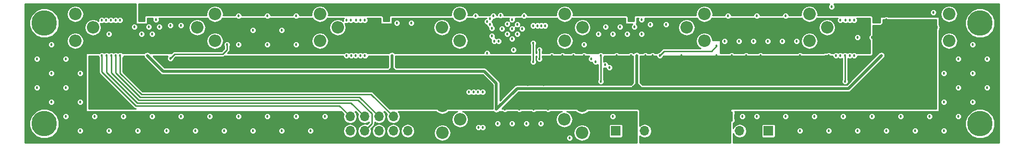
<source format=gbl>
G04 #@! TF.FileFunction,Copper,L4,Bot,Signal*
%FSLAX46Y46*%
G04 Gerber Fmt 4.6, Leading zero omitted, Abs format (unit mm)*
G04 Created by KiCad (PCBNEW 4.0.7) date 07/13/18 19:56:19*
%MOMM*%
%LPD*%
G01*
G04 APERTURE LIST*
%ADD10C,0.100000*%
%ADD11O,2.200000X2.200000*%
%ADD12R,1.700000X1.700000*%
%ADD13O,1.700000X1.700000*%
%ADD14C,4.500000*%
%ADD15C,0.457200*%
%ADD16C,0.254000*%
%ADD17C,0.508000*%
G04 APERTURE END LIST*
D10*
D11*
X140660000Y-109728000D03*
X159060000Y-109728000D03*
X162185000Y-107353000D03*
X162185000Y-112103000D03*
X137535000Y-112103000D03*
X137535000Y-107353000D03*
X180650000Y-93472000D03*
X162250000Y-93472000D03*
X159125000Y-95847000D03*
X159125000Y-91097000D03*
X183775000Y-91097000D03*
X183775000Y-95847000D03*
X223830000Y-93472000D03*
X205430000Y-93472000D03*
X202305000Y-95847000D03*
X202305000Y-91097000D03*
X226955000Y-91097000D03*
X226955000Y-95847000D03*
D12*
X131445000Y-109220000D03*
D13*
X131445000Y-111760000D03*
X128905000Y-109220000D03*
X128905000Y-111760000D03*
X126365000Y-109220000D03*
X126365000Y-111760000D03*
X123825000Y-109220000D03*
X123825000Y-111760000D03*
X121285000Y-109220000D03*
X121285000Y-111760000D03*
D11*
X137470000Y-93472000D03*
X119070000Y-93472000D03*
X115945000Y-95847000D03*
X115945000Y-91097000D03*
X140595000Y-91097000D03*
X140595000Y-95847000D03*
X94290000Y-93472000D03*
X75890000Y-93472000D03*
X72765000Y-95847000D03*
X72765000Y-91097000D03*
X97415000Y-91097000D03*
X97415000Y-95847000D03*
D14*
X67310000Y-110490000D03*
X232410000Y-110490000D03*
X67310000Y-92710000D03*
X232410000Y-92710000D03*
D12*
X195072000Y-111760000D03*
D13*
X192532000Y-111760000D03*
X189992000Y-111760000D03*
D12*
X168148000Y-111760000D03*
D13*
X170688000Y-111760000D03*
X173228000Y-111760000D03*
D15*
X183896000Y-109728000D03*
X185166000Y-109728000D03*
X190500000Y-109220000D03*
X179070000Y-108712000D03*
X175260000Y-108712000D03*
X176530000Y-108712000D03*
X177800000Y-108712000D03*
X193040000Y-109220000D03*
X132080000Y-92710000D03*
X129540000Y-92710000D03*
X215900000Y-92075000D03*
X218440000Y-92710000D03*
X218440000Y-95250000D03*
X219710000Y-93980000D03*
X220980000Y-95250000D03*
X168275000Y-98425000D03*
X170815000Y-98425000D03*
X179705000Y-98425000D03*
X173355000Y-98425000D03*
X174625000Y-98425000D03*
X86360000Y-94615000D03*
X87630000Y-93345000D03*
X89535000Y-93091000D03*
X91440000Y-93091000D03*
X145415000Y-100330000D03*
X145415000Y-98044000D03*
X180848000Y-112903000D03*
X181864000Y-112903000D03*
X180975000Y-108712000D03*
X181991000Y-108712000D03*
X181483000Y-109601000D03*
X180975000Y-110490000D03*
X181991000Y-110490000D03*
X189230000Y-107315000D03*
X186690000Y-107315000D03*
X187325000Y-108585000D03*
X186055000Y-108585000D03*
X188595000Y-109855000D03*
X188595000Y-108585000D03*
X205740000Y-106680000D03*
X195580000Y-107315000D03*
X200660000Y-107315000D03*
X191770000Y-107315000D03*
X167640000Y-109220000D03*
X173990000Y-107315000D03*
X171450000Y-107315000D03*
X168910000Y-107315000D03*
X166370000Y-107315000D03*
X205740000Y-98425000D03*
X201930000Y-101600000D03*
X200025000Y-103505000D03*
X198120000Y-105410000D03*
X195580000Y-105410000D03*
X193040000Y-105410000D03*
X190500000Y-105410000D03*
X187960000Y-105410000D03*
X185420000Y-105410000D03*
X182880000Y-105410000D03*
X180340000Y-105410000D03*
X177800000Y-105410000D03*
X175260000Y-105410000D03*
X172720000Y-105410000D03*
X170180000Y-105410000D03*
X167640000Y-105410000D03*
X165100000Y-105410000D03*
X177038000Y-92964000D03*
X174244000Y-92964000D03*
X172720000Y-92075000D03*
X171450000Y-93345000D03*
X168910000Y-93345000D03*
X166370000Y-93345000D03*
X165100000Y-94615000D03*
X167640000Y-94615000D03*
X170180000Y-94615000D03*
X172720000Y-94615000D03*
X158115000Y-102870000D03*
X160655000Y-102870000D03*
X163195000Y-102870000D03*
X162560000Y-96520000D03*
X156845000Y-98425000D03*
X158750000Y-98425000D03*
X160655000Y-98425000D03*
X162560000Y-98425000D03*
X200025000Y-95885000D03*
X197485000Y-95885000D03*
X194945000Y-95885000D03*
X192405000Y-95885000D03*
X189865000Y-95885000D03*
X187325000Y-95885000D03*
X224155000Y-90805000D03*
X221615000Y-92710000D03*
X210820000Y-95250000D03*
X213360000Y-95250000D03*
X215900000Y-95250000D03*
X152654000Y-103632000D03*
X153035000Y-102235000D03*
X130175000Y-100330000D03*
X132715000Y-100330000D03*
X135255000Y-100330000D03*
X137795000Y-100330000D03*
X140335000Y-100330000D03*
X142875000Y-100330000D03*
X151765000Y-101600000D03*
X197485000Y-101600000D03*
X185928000Y-98425000D03*
X188595000Y-98425000D03*
X191135000Y-98425000D03*
X193675000Y-98425000D03*
X194945000Y-101600000D03*
X200660000Y-98425000D03*
X196215000Y-102870000D03*
X193675000Y-102870000D03*
X191135000Y-102870000D03*
X188595000Y-102870000D03*
X186055000Y-102870000D03*
X183515000Y-102870000D03*
X180975000Y-102870000D03*
X178435000Y-102870000D03*
X175895000Y-102870000D03*
X173355000Y-102870000D03*
X170815000Y-102870000D03*
X168275000Y-102870000D03*
X155448000Y-103632000D03*
X160020000Y-113030000D03*
X160020000Y-106680000D03*
X148590000Y-107950000D03*
X151130000Y-107950000D03*
X153670000Y-107950000D03*
X156210000Y-107950000D03*
X154940000Y-110490000D03*
X152400000Y-110490000D03*
X149860000Y-110490000D03*
X147320000Y-110490000D03*
X71120000Y-99060000D03*
X210820000Y-106680000D03*
X233680000Y-104140000D03*
X233680000Y-99060000D03*
X213360000Y-99060000D03*
X215900000Y-101600000D03*
X213360000Y-104140000D03*
X218440000Y-104140000D03*
X223520000Y-104140000D03*
X226060000Y-101600000D03*
X228600000Y-99060000D03*
X228600000Y-104140000D03*
X104775000Y-102108000D03*
X107315000Y-102108000D03*
X109855000Y-102108000D03*
X99060000Y-102616000D03*
X96520000Y-100330000D03*
X100965000Y-104521000D03*
X102235000Y-102108000D03*
X100330000Y-100330000D03*
X102235000Y-100330000D03*
X104775000Y-100330000D03*
X107315000Y-100330000D03*
X109855000Y-100330000D03*
X116840000Y-100330000D03*
X119380000Y-99695000D03*
X124460000Y-99695000D03*
X127000000Y-99695000D03*
X103505000Y-104521000D03*
X106045000Y-104521000D03*
X108585000Y-104521000D03*
X111125000Y-104521000D03*
X113665000Y-104521000D03*
X116205000Y-104521000D03*
X118745000Y-104521000D03*
X126365000Y-104521000D03*
X128905000Y-104521000D03*
X131445000Y-104521000D03*
X133985000Y-104521000D03*
X96520000Y-104521000D03*
X139065000Y-104521000D03*
X136525000Y-104521000D03*
X78740000Y-94615000D03*
X86995000Y-92075000D03*
X85725000Y-93345000D03*
X83185000Y-93345000D03*
X84455000Y-94615000D03*
X66040000Y-99060000D03*
X76200000Y-99060000D03*
X149860000Y-95504000D03*
X150114000Y-97409000D03*
X149860000Y-93726000D03*
X148971000Y-92837000D03*
X149860000Y-92075000D03*
X150749000Y-92964000D03*
X151638000Y-93726000D03*
X150749000Y-94615000D03*
X148971000Y-94615000D03*
X148082000Y-93726000D03*
X150114000Y-103632000D03*
X148844000Y-102616000D03*
X205740000Y-101600000D03*
X210820000Y-101600000D03*
X71120000Y-104140000D03*
X76200000Y-104140000D03*
X86360000Y-104521000D03*
X91440000Y-104521000D03*
X66040000Y-104140000D03*
X93980000Y-99060000D03*
X231140000Y-96520000D03*
X231140000Y-101600000D03*
X231140000Y-106680000D03*
X215900000Y-106680000D03*
X220980000Y-106680000D03*
X226060000Y-106680000D03*
X228600000Y-109220000D03*
X223520000Y-109220000D03*
X218440000Y-109220000D03*
X213360000Y-109220000D03*
X208280000Y-109220000D03*
X203200000Y-109220000D03*
X198120000Y-109220000D03*
X200660000Y-111760000D03*
X205740000Y-111760000D03*
X210820000Y-111760000D03*
X215900000Y-111760000D03*
X220980000Y-111760000D03*
X226060000Y-111760000D03*
X104140000Y-93980000D03*
X111760000Y-96520000D03*
X106680000Y-96520000D03*
X101600000Y-96520000D03*
X101600000Y-91440000D03*
X109220000Y-93980000D03*
X68580000Y-101600000D03*
X83820000Y-101600000D03*
X73660000Y-101600000D03*
X68580000Y-96520000D03*
X68580000Y-106680000D03*
X78740000Y-106680000D03*
X73660000Y-106680000D03*
X116840000Y-109220000D03*
X111760000Y-109220000D03*
X106680000Y-109220000D03*
X101600000Y-109220000D03*
X96520000Y-109220000D03*
X91440000Y-109220000D03*
X86360000Y-109220000D03*
X81280000Y-109220000D03*
X76200000Y-109220000D03*
X71120000Y-109220000D03*
X187960000Y-91440000D03*
X193040000Y-91440000D03*
X198120000Y-91440000D03*
X106680000Y-91440000D03*
X111760000Y-91440000D03*
X73660000Y-111760000D03*
X78740000Y-111760000D03*
X83820000Y-111760000D03*
X88900000Y-111760000D03*
X93980000Y-111760000D03*
X99060000Y-111760000D03*
X104140000Y-111760000D03*
X109220000Y-111760000D03*
X114300000Y-111760000D03*
X99568000Y-96520000D03*
X89535000Y-98933000D03*
X146304000Y-110490000D03*
X146304000Y-109728000D03*
X145415000Y-110490000D03*
X145415000Y-109728000D03*
X142113000Y-94869000D03*
X211201000Y-92202000D03*
X212344000Y-92202000D03*
X169164000Y-92202000D03*
X168021000Y-92202000D03*
X81661000Y-92202000D03*
X82804000Y-92202000D03*
X125984000Y-92202000D03*
X124841000Y-92202000D03*
X185928000Y-96774000D03*
X175895000Y-98425000D03*
X208597500Y-98425000D03*
X208597500Y-102997000D03*
X144653000Y-111125000D03*
X128651000Y-98425000D03*
X85471000Y-98425000D03*
X171831000Y-98425000D03*
X147066000Y-107950000D03*
X215011000Y-98425000D03*
X144653000Y-104902000D03*
X80708500Y-98425000D03*
X123888500Y-98425000D03*
X210185000Y-98425000D03*
X167005000Y-100584000D03*
X143827500Y-104902000D03*
X79883000Y-98425000D03*
X123063000Y-98425000D03*
X209423000Y-98425000D03*
X166243000Y-100076000D03*
X142240000Y-104902000D03*
X154686000Y-97409000D03*
X154686000Y-99060000D03*
X163830000Y-99060000D03*
X77470000Y-98425000D03*
X120650000Y-98425000D03*
X207010000Y-98425000D03*
X143065500Y-104902000D03*
X153543000Y-96266000D03*
X153543000Y-99568000D03*
X78295500Y-98425000D03*
X121475500Y-98425000D03*
X207772000Y-98425000D03*
X164592000Y-99568000D03*
X165481000Y-98425000D03*
X165481000Y-102997000D03*
X143891000Y-111125000D03*
X122237500Y-98425000D03*
X79121000Y-98425000D03*
X213614000Y-92202000D03*
X214376000Y-92202000D03*
X170434000Y-92202000D03*
X171196000Y-92202000D03*
X84074000Y-92202000D03*
X84836000Y-92202000D03*
X127254000Y-92202000D03*
X128016000Y-92202000D03*
X80645000Y-92202000D03*
X145923000Y-92964000D03*
X79883000Y-92202000D03*
X146304000Y-93599000D03*
X79057500Y-92202000D03*
X146304000Y-94996000D03*
X146685000Y-95885000D03*
X78232000Y-92202000D03*
X77470000Y-92202000D03*
X147447000Y-95885000D03*
X143383000Y-91440000D03*
X123825000Y-92202000D03*
X147828000Y-91338400D03*
X123063000Y-92202000D03*
X146558000Y-91440000D03*
X122301000Y-92202000D03*
X145923000Y-91948000D03*
X121412000Y-92202000D03*
X145415000Y-92456000D03*
X120650000Y-92202000D03*
X153543000Y-93154500D03*
X210185000Y-92202000D03*
X154305000Y-93154500D03*
X209423000Y-92202000D03*
X208661000Y-92202000D03*
X155003500Y-93154500D03*
X155702000Y-93154500D03*
X207772000Y-92202000D03*
X206248000Y-89789000D03*
X151968200Y-91389200D03*
D16*
X183769000Y-95885000D02*
X183775000Y-95847000D01*
X217805000Y-92075000D02*
X215900000Y-92075000D01*
X218440000Y-92710000D02*
X217805000Y-92075000D01*
X219710000Y-93980000D02*
X218440000Y-95250000D01*
X173355000Y-98425000D02*
X173355000Y-100203000D01*
X173355000Y-100203000D02*
X173355000Y-98425000D01*
X181864000Y-112903000D02*
X180848000Y-112903000D01*
X180975000Y-108712000D02*
X181991000Y-108712000D01*
X181483000Y-109601000D02*
X180848000Y-110236000D01*
X180848000Y-110236000D02*
X180975000Y-110490000D01*
X189230000Y-107315000D02*
X186690000Y-107315000D01*
X188595000Y-109855000D02*
X188595000Y-108585000D01*
X186055000Y-108585000D02*
X187960000Y-108585000D01*
X171450000Y-107315000D02*
X173990000Y-107315000D01*
X166370000Y-107315000D02*
X168910000Y-107315000D01*
X205105000Y-98425000D02*
X205740000Y-98425000D01*
X201930000Y-101600000D02*
X205105000Y-98425000D01*
X195580000Y-105410000D02*
X198120000Y-105410000D01*
X190500000Y-105410000D02*
X193040000Y-105410000D01*
X185420000Y-105410000D02*
X187960000Y-105410000D01*
X180340000Y-105410000D02*
X182880000Y-105410000D01*
X175260000Y-105410000D02*
X177800000Y-105410000D01*
X170180000Y-105410000D02*
X172720000Y-105410000D01*
X165100000Y-105410000D02*
X167640000Y-105410000D01*
X99568000Y-97409000D02*
X98806000Y-98171000D01*
X98806000Y-98171000D02*
X98425000Y-98171000D01*
X98425000Y-98171000D02*
X97536000Y-98171000D01*
X97536000Y-98171000D02*
X90297000Y-98171000D01*
X90297000Y-98171000D02*
X89535000Y-98933000D01*
X99568000Y-96520000D02*
X99568000Y-97409000D01*
D17*
X145415000Y-109728000D02*
X145415000Y-110490000D01*
D16*
X125984000Y-92202000D02*
X124841000Y-92202000D01*
X185928000Y-96774000D02*
X185039000Y-97663000D01*
X176657000Y-97663000D02*
X175895000Y-98425000D01*
X185039000Y-97663000D02*
X176657000Y-97663000D01*
X208597500Y-102997000D02*
X208597500Y-98425000D01*
D17*
X128651000Y-100711000D02*
X128143000Y-101219000D01*
X128651000Y-100711000D02*
X129159000Y-101219000D01*
X128651000Y-101219000D02*
X128651000Y-100711000D01*
X128651000Y-100711000D02*
X128651000Y-98425000D01*
X144907000Y-101219000D02*
X129159000Y-101219000D01*
X147066000Y-103378000D02*
X147066000Y-107950000D01*
X147066000Y-103378000D02*
X144907000Y-101219000D01*
X129159000Y-101219000D02*
X128651000Y-101219000D01*
X128651000Y-101219000D02*
X128143000Y-101219000D01*
X128143000Y-101219000D02*
X88265000Y-101219000D01*
X88265000Y-101219000D02*
X85471000Y-98425000D01*
X171831000Y-104267000D02*
X171831000Y-103886000D01*
X172593000Y-104267000D02*
X171831000Y-103505000D01*
X171196000Y-104267000D02*
X171196000Y-104140000D01*
X171196000Y-104140000D02*
X171831000Y-103505000D01*
X171831000Y-102743000D02*
X171831000Y-98425000D01*
X171831000Y-103505000D02*
X171831000Y-102743000D01*
X173609000Y-104267000D02*
X172593000Y-104267000D01*
X209169000Y-104267000D02*
X215011000Y-98425000D01*
X150749000Y-104267000D02*
X171196000Y-104267000D01*
X147066000Y-107950000D02*
X150749000Y-104267000D01*
X171196000Y-104267000D02*
X171831000Y-104267000D01*
X171831000Y-104267000D02*
X173609000Y-104267000D01*
X173609000Y-104267000D02*
X209169000Y-104267000D01*
D16*
X80708500Y-98425000D02*
X80708500Y-101536500D01*
X124968000Y-105283000D02*
X128905000Y-109220000D01*
X84455000Y-105283000D02*
X124968000Y-105283000D01*
X80708500Y-101536500D02*
X84455000Y-105283000D01*
X87249000Y-105791000D02*
X84201000Y-105791000D01*
X84201000Y-105791000D02*
X79883000Y-101473000D01*
X79883000Y-101473000D02*
X79883000Y-98425000D01*
X87249000Y-105791000D02*
X122936000Y-105791000D01*
X122936000Y-105791000D02*
X126365000Y-109220000D01*
X154686000Y-99060000D02*
X154686000Y-97409000D01*
X85979000Y-107315000D02*
X83439000Y-107315000D01*
X119380000Y-107315000D02*
X121285000Y-109220000D01*
X85979000Y-107315000D02*
X119380000Y-107315000D01*
X77470000Y-101346000D02*
X77470000Y-98425000D01*
X83439000Y-107315000D02*
X77470000Y-101346000D01*
X153543000Y-99568000D02*
X153543000Y-96266000D01*
X78295500Y-98425000D02*
X78295500Y-101409500D01*
X78295500Y-101409500D02*
X83693000Y-106807000D01*
X83693000Y-106807000D02*
X121412000Y-106807000D01*
X121412000Y-106807000D02*
X123825000Y-109220000D01*
X165481000Y-102997000D02*
X165481000Y-98425000D01*
X86995000Y-106299000D02*
X83947000Y-106299000D01*
X86995000Y-106299000D02*
X122682000Y-106299000D01*
X122682000Y-106299000D02*
X125095000Y-108712000D01*
X125095000Y-108712000D02*
X125095000Y-110490000D01*
X123825000Y-111760000D02*
X125095000Y-110490000D01*
X79121000Y-101473000D02*
X79121000Y-98425000D01*
X83947000Y-106299000D02*
X79121000Y-101473000D01*
X171196000Y-92202000D02*
X170434000Y-92202000D01*
X127254000Y-92202000D02*
X128016000Y-92202000D01*
G36*
X224663000Y-107823000D02*
X188722000Y-107823000D01*
X188583523Y-107849056D01*
X188456340Y-107930896D01*
X188371017Y-108055770D01*
X188341000Y-108204000D01*
X188341000Y-113869000D01*
X172339000Y-113869000D01*
X172339000Y-112626800D01*
X172357552Y-112654565D01*
X172756917Y-112921413D01*
X173228000Y-113015117D01*
X173699083Y-112921413D01*
X174098448Y-112654565D01*
X174365296Y-112255200D01*
X174459000Y-111784117D01*
X174459000Y-111735883D01*
X174365296Y-111264800D01*
X174098448Y-110865435D01*
X173699083Y-110598587D01*
X173228000Y-110504883D01*
X172756917Y-110598587D01*
X172357552Y-110865435D01*
X172339000Y-110893200D01*
X172339000Y-108204000D01*
X172312944Y-108065523D01*
X172231104Y-107938340D01*
X172106230Y-107853017D01*
X171958000Y-107823000D01*
X148091026Y-107823000D01*
X151012025Y-104902000D01*
X209169000Y-104902000D01*
X209412004Y-104853664D01*
X209618013Y-104716013D01*
X215460013Y-98874013D01*
X215597664Y-98668004D01*
X215646001Y-98425000D01*
X215597664Y-98181995D01*
X215460013Y-97975987D01*
X215254005Y-97838336D01*
X215011000Y-97789999D01*
X214767996Y-97838336D01*
X214561987Y-97975987D01*
X208905974Y-103632000D01*
X172856026Y-103632000D01*
X172466000Y-103241974D01*
X172466000Y-98552000D01*
X175287887Y-98552000D01*
X175377905Y-98769860D01*
X175549238Y-98941493D01*
X175773211Y-99034494D01*
X176015725Y-99034706D01*
X176239860Y-98942095D01*
X176411493Y-98770762D01*
X176502330Y-98552000D01*
X206402887Y-98552000D01*
X206492905Y-98769860D01*
X206664238Y-98941493D01*
X206888211Y-99034494D01*
X207130725Y-99034706D01*
X207354860Y-98942095D01*
X207390912Y-98906106D01*
X207426238Y-98941493D01*
X207650211Y-99034494D01*
X207892725Y-99034706D01*
X208089500Y-98953400D01*
X208089500Y-102642760D01*
X208081007Y-102651238D01*
X207988006Y-102875211D01*
X207987794Y-103117725D01*
X208080405Y-103341860D01*
X208251738Y-103513493D01*
X208475711Y-103606494D01*
X208718225Y-103606706D01*
X208942360Y-103514095D01*
X209113993Y-103342762D01*
X209206994Y-103118789D01*
X209207206Y-102876275D01*
X209114595Y-102652140D01*
X209105500Y-102643029D01*
X209105500Y-98953228D01*
X209301211Y-99034494D01*
X209543725Y-99034706D01*
X209767860Y-98942095D01*
X209803912Y-98906106D01*
X209839238Y-98941493D01*
X210063211Y-99034494D01*
X210305725Y-99034706D01*
X210529860Y-98942095D01*
X210701493Y-98770762D01*
X210792330Y-98552000D01*
X213106000Y-98552000D01*
X213244477Y-98525944D01*
X213371660Y-98444104D01*
X213456983Y-98319230D01*
X213487000Y-98171000D01*
X213487000Y-93091000D01*
X214884000Y-93091000D01*
X215022477Y-93064944D01*
X215149660Y-92983104D01*
X215234983Y-92858230D01*
X215265000Y-92710000D01*
X215265000Y-92075000D01*
X224663000Y-92075000D01*
X224663000Y-107823000D01*
X224663000Y-107823000D01*
G37*
X224663000Y-107823000D02*
X188722000Y-107823000D01*
X188583523Y-107849056D01*
X188456340Y-107930896D01*
X188371017Y-108055770D01*
X188341000Y-108204000D01*
X188341000Y-113869000D01*
X172339000Y-113869000D01*
X172339000Y-112626800D01*
X172357552Y-112654565D01*
X172756917Y-112921413D01*
X173228000Y-113015117D01*
X173699083Y-112921413D01*
X174098448Y-112654565D01*
X174365296Y-112255200D01*
X174459000Y-111784117D01*
X174459000Y-111735883D01*
X174365296Y-111264800D01*
X174098448Y-110865435D01*
X173699083Y-110598587D01*
X173228000Y-110504883D01*
X172756917Y-110598587D01*
X172357552Y-110865435D01*
X172339000Y-110893200D01*
X172339000Y-108204000D01*
X172312944Y-108065523D01*
X172231104Y-107938340D01*
X172106230Y-107853017D01*
X171958000Y-107823000D01*
X148091026Y-107823000D01*
X151012025Y-104902000D01*
X209169000Y-104902000D01*
X209412004Y-104853664D01*
X209618013Y-104716013D01*
X215460013Y-98874013D01*
X215597664Y-98668004D01*
X215646001Y-98425000D01*
X215597664Y-98181995D01*
X215460013Y-97975987D01*
X215254005Y-97838336D01*
X215011000Y-97789999D01*
X214767996Y-97838336D01*
X214561987Y-97975987D01*
X208905974Y-103632000D01*
X172856026Y-103632000D01*
X172466000Y-103241974D01*
X172466000Y-98552000D01*
X175287887Y-98552000D01*
X175377905Y-98769860D01*
X175549238Y-98941493D01*
X175773211Y-99034494D01*
X176015725Y-99034706D01*
X176239860Y-98942095D01*
X176411493Y-98770762D01*
X176502330Y-98552000D01*
X206402887Y-98552000D01*
X206492905Y-98769860D01*
X206664238Y-98941493D01*
X206888211Y-99034494D01*
X207130725Y-99034706D01*
X207354860Y-98942095D01*
X207390912Y-98906106D01*
X207426238Y-98941493D01*
X207650211Y-99034494D01*
X207892725Y-99034706D01*
X208089500Y-98953400D01*
X208089500Y-102642760D01*
X208081007Y-102651238D01*
X207988006Y-102875211D01*
X207987794Y-103117725D01*
X208080405Y-103341860D01*
X208251738Y-103513493D01*
X208475711Y-103606494D01*
X208718225Y-103606706D01*
X208942360Y-103514095D01*
X209113993Y-103342762D01*
X209206994Y-103118789D01*
X209207206Y-102876275D01*
X209114595Y-102652140D01*
X209105500Y-102643029D01*
X209105500Y-98953228D01*
X209301211Y-99034494D01*
X209543725Y-99034706D01*
X209767860Y-98942095D01*
X209803912Y-98906106D01*
X209839238Y-98941493D01*
X210063211Y-99034494D01*
X210305725Y-99034706D01*
X210529860Y-98942095D01*
X210701493Y-98770762D01*
X210792330Y-98552000D01*
X213106000Y-98552000D01*
X213244477Y-98525944D01*
X213371660Y-98444104D01*
X213456983Y-98319230D01*
X213487000Y-98171000D01*
X213487000Y-93091000D01*
X214884000Y-93091000D01*
X215022477Y-93064944D01*
X215149660Y-92983104D01*
X215234983Y-92858230D01*
X215265000Y-92710000D01*
X215265000Y-92075000D01*
X224663000Y-92075000D01*
X224663000Y-107823000D01*
G36*
X84884336Y-98668004D02*
X85021987Y-98874013D01*
X87815987Y-101668013D01*
X88021996Y-101805664D01*
X88265000Y-101854000D01*
X144643974Y-101854000D01*
X146431000Y-103641026D01*
X146431000Y-107823000D01*
X128226420Y-107823000D01*
X125426145Y-105022725D01*
X141630294Y-105022725D01*
X141722905Y-105246860D01*
X141894238Y-105418493D01*
X142118211Y-105511494D01*
X142360725Y-105511706D01*
X142584860Y-105419095D01*
X142652718Y-105351356D01*
X142719738Y-105418493D01*
X142943711Y-105511494D01*
X143186225Y-105511706D01*
X143410360Y-105419095D01*
X143446412Y-105383106D01*
X143481738Y-105418493D01*
X143705711Y-105511494D01*
X143948225Y-105511706D01*
X144172360Y-105419095D01*
X144240218Y-105351356D01*
X144307238Y-105418493D01*
X144531211Y-105511494D01*
X144773725Y-105511706D01*
X144997860Y-105419095D01*
X145169493Y-105247762D01*
X145262494Y-105023789D01*
X145262706Y-104781275D01*
X145170095Y-104557140D01*
X144998762Y-104385507D01*
X144774789Y-104292506D01*
X144532275Y-104292294D01*
X144308140Y-104384905D01*
X144240282Y-104452644D01*
X144173262Y-104385507D01*
X143949289Y-104292506D01*
X143706775Y-104292294D01*
X143482640Y-104384905D01*
X143446588Y-104420894D01*
X143411262Y-104385507D01*
X143187289Y-104292506D01*
X142944775Y-104292294D01*
X142720640Y-104384905D01*
X142652782Y-104452644D01*
X142585762Y-104385507D01*
X142361789Y-104292506D01*
X142119275Y-104292294D01*
X141895140Y-104384905D01*
X141723507Y-104556238D01*
X141630506Y-104780211D01*
X141630294Y-105022725D01*
X125426145Y-105022725D01*
X125327210Y-104923790D01*
X125162403Y-104813669D01*
X124968000Y-104775000D01*
X84665420Y-104775000D01*
X81216500Y-101326080D01*
X81216500Y-98779240D01*
X81224993Y-98770762D01*
X81315830Y-98552000D01*
X84861262Y-98552000D01*
X84884336Y-98668004D01*
X84884336Y-98668004D01*
G37*
X84884336Y-98668004D02*
X85021987Y-98874013D01*
X87815987Y-101668013D01*
X88021996Y-101805664D01*
X88265000Y-101854000D01*
X144643974Y-101854000D01*
X146431000Y-103641026D01*
X146431000Y-107823000D01*
X128226420Y-107823000D01*
X125426145Y-105022725D01*
X141630294Y-105022725D01*
X141722905Y-105246860D01*
X141894238Y-105418493D01*
X142118211Y-105511494D01*
X142360725Y-105511706D01*
X142584860Y-105419095D01*
X142652718Y-105351356D01*
X142719738Y-105418493D01*
X142943711Y-105511494D01*
X143186225Y-105511706D01*
X143410360Y-105419095D01*
X143446412Y-105383106D01*
X143481738Y-105418493D01*
X143705711Y-105511494D01*
X143948225Y-105511706D01*
X144172360Y-105419095D01*
X144240218Y-105351356D01*
X144307238Y-105418493D01*
X144531211Y-105511494D01*
X144773725Y-105511706D01*
X144997860Y-105419095D01*
X145169493Y-105247762D01*
X145262494Y-105023789D01*
X145262706Y-104781275D01*
X145170095Y-104557140D01*
X144998762Y-104385507D01*
X144774789Y-104292506D01*
X144532275Y-104292294D01*
X144308140Y-104384905D01*
X144240282Y-104452644D01*
X144173262Y-104385507D01*
X143949289Y-104292506D01*
X143706775Y-104292294D01*
X143482640Y-104384905D01*
X143446588Y-104420894D01*
X143411262Y-104385507D01*
X143187289Y-104292506D01*
X142944775Y-104292294D01*
X142720640Y-104384905D01*
X142652782Y-104452644D01*
X142585762Y-104385507D01*
X142361789Y-104292506D01*
X142119275Y-104292294D01*
X141895140Y-104384905D01*
X141723507Y-104556238D01*
X141630506Y-104780211D01*
X141630294Y-105022725D01*
X125426145Y-105022725D01*
X125327210Y-104923790D01*
X125162403Y-104813669D01*
X124968000Y-104775000D01*
X84665420Y-104775000D01*
X81216500Y-101326080D01*
X81216500Y-98779240D01*
X81224993Y-98770762D01*
X81315830Y-98552000D01*
X84861262Y-98552000D01*
X84884336Y-98668004D01*
G36*
X76952905Y-98769860D02*
X76962000Y-98778971D01*
X76962000Y-101346000D01*
X77000669Y-101540403D01*
X77110790Y-101705210D01*
X83079790Y-107674210D01*
X83244597Y-107784331D01*
X83439000Y-107823000D01*
X75184000Y-107823000D01*
X75184000Y-98552000D01*
X76862887Y-98552000D01*
X76952905Y-98769860D01*
X76952905Y-98769860D01*
G37*
X76952905Y-98769860D02*
X76962000Y-98778971D01*
X76962000Y-101346000D01*
X77000669Y-101540403D01*
X77110790Y-101705210D01*
X83079790Y-107674210D01*
X83244597Y-107784331D01*
X83439000Y-107823000D01*
X75184000Y-107823000D01*
X75184000Y-98552000D01*
X76862887Y-98552000D01*
X76952905Y-98769860D01*
G36*
X153035000Y-99213760D02*
X153026507Y-99222238D01*
X152933506Y-99446211D01*
X152933294Y-99688725D01*
X153025905Y-99912860D01*
X153197238Y-100084493D01*
X153421211Y-100177494D01*
X153663725Y-100177706D01*
X153887860Y-100085095D01*
X154059493Y-99913762D01*
X154152494Y-99689789D01*
X154152706Y-99447275D01*
X154060095Y-99223140D01*
X154051000Y-99214029D01*
X154051000Y-98552000D01*
X154178000Y-98552000D01*
X154178000Y-98705760D01*
X154169507Y-98714238D01*
X154076506Y-98938211D01*
X154076294Y-99180725D01*
X154168905Y-99404860D01*
X154340238Y-99576493D01*
X154564211Y-99669494D01*
X154806725Y-99669706D01*
X155030860Y-99577095D01*
X155202493Y-99405762D01*
X155295494Y-99181789D01*
X155295706Y-98939275D01*
X155203095Y-98715140D01*
X155194000Y-98706029D01*
X155194000Y-98552000D01*
X163476029Y-98552000D01*
X163313507Y-98714238D01*
X163220506Y-98938211D01*
X163220294Y-99180725D01*
X163312905Y-99404860D01*
X163484238Y-99576493D01*
X163708211Y-99669494D01*
X163950725Y-99669706D01*
X163982322Y-99656650D01*
X163982294Y-99688725D01*
X164074905Y-99912860D01*
X164246238Y-100084493D01*
X164470211Y-100177494D01*
X164712725Y-100177706D01*
X164936860Y-100085095D01*
X164973000Y-100049018D01*
X164973000Y-102642760D01*
X164964507Y-102651238D01*
X164871506Y-102875211D01*
X164871294Y-103117725D01*
X164963905Y-103341860D01*
X165135238Y-103513493D01*
X165359211Y-103606494D01*
X165601725Y-103606706D01*
X165825860Y-103514095D01*
X165997493Y-103342762D01*
X166090494Y-103118789D01*
X166090706Y-102876275D01*
X165998095Y-102652140D01*
X165989000Y-102643029D01*
X165989000Y-100630596D01*
X166121211Y-100685494D01*
X166363725Y-100685706D01*
X166395322Y-100672650D01*
X166395294Y-100704725D01*
X166487905Y-100928860D01*
X166659238Y-101100493D01*
X166883211Y-101193494D01*
X167125725Y-101193706D01*
X167349860Y-101101095D01*
X167521493Y-100929762D01*
X167614494Y-100705789D01*
X167614706Y-100463275D01*
X167522095Y-100239140D01*
X167350762Y-100067507D01*
X167126789Y-99974506D01*
X166884275Y-99974294D01*
X166852678Y-99987350D01*
X166852706Y-99955275D01*
X166760095Y-99731140D01*
X166588762Y-99559507D01*
X166364789Y-99466506D01*
X166122275Y-99466294D01*
X165989000Y-99521362D01*
X165989000Y-98779240D01*
X165997493Y-98770762D01*
X166088330Y-98552000D01*
X171196000Y-98552000D01*
X171196000Y-103241974D01*
X170805974Y-103632000D01*
X150749005Y-103632000D01*
X150749000Y-103631999D01*
X150505996Y-103680336D01*
X150299987Y-103817987D01*
X150299985Y-103817990D01*
X147701000Y-106416974D01*
X147701000Y-103378000D01*
X147652664Y-103134996D01*
X147515013Y-102928987D01*
X145356013Y-100769987D01*
X145150004Y-100632336D01*
X144907000Y-100584000D01*
X129422025Y-100584000D01*
X129286000Y-100447974D01*
X129286000Y-98552000D01*
X153035000Y-98552000D01*
X153035000Y-99213760D01*
X153035000Y-99213760D01*
G37*
X153035000Y-99213760D02*
X153026507Y-99222238D01*
X152933506Y-99446211D01*
X152933294Y-99688725D01*
X153025905Y-99912860D01*
X153197238Y-100084493D01*
X153421211Y-100177494D01*
X153663725Y-100177706D01*
X153887860Y-100085095D01*
X154059493Y-99913762D01*
X154152494Y-99689789D01*
X154152706Y-99447275D01*
X154060095Y-99223140D01*
X154051000Y-99214029D01*
X154051000Y-98552000D01*
X154178000Y-98552000D01*
X154178000Y-98705760D01*
X154169507Y-98714238D01*
X154076506Y-98938211D01*
X154076294Y-99180725D01*
X154168905Y-99404860D01*
X154340238Y-99576493D01*
X154564211Y-99669494D01*
X154806725Y-99669706D01*
X155030860Y-99577095D01*
X155202493Y-99405762D01*
X155295494Y-99181789D01*
X155295706Y-98939275D01*
X155203095Y-98715140D01*
X155194000Y-98706029D01*
X155194000Y-98552000D01*
X163476029Y-98552000D01*
X163313507Y-98714238D01*
X163220506Y-98938211D01*
X163220294Y-99180725D01*
X163312905Y-99404860D01*
X163484238Y-99576493D01*
X163708211Y-99669494D01*
X163950725Y-99669706D01*
X163982322Y-99656650D01*
X163982294Y-99688725D01*
X164074905Y-99912860D01*
X164246238Y-100084493D01*
X164470211Y-100177494D01*
X164712725Y-100177706D01*
X164936860Y-100085095D01*
X164973000Y-100049018D01*
X164973000Y-102642760D01*
X164964507Y-102651238D01*
X164871506Y-102875211D01*
X164871294Y-103117725D01*
X164963905Y-103341860D01*
X165135238Y-103513493D01*
X165359211Y-103606494D01*
X165601725Y-103606706D01*
X165825860Y-103514095D01*
X165997493Y-103342762D01*
X166090494Y-103118789D01*
X166090706Y-102876275D01*
X165998095Y-102652140D01*
X165989000Y-102643029D01*
X165989000Y-100630596D01*
X166121211Y-100685494D01*
X166363725Y-100685706D01*
X166395322Y-100672650D01*
X166395294Y-100704725D01*
X166487905Y-100928860D01*
X166659238Y-101100493D01*
X166883211Y-101193494D01*
X167125725Y-101193706D01*
X167349860Y-101101095D01*
X167521493Y-100929762D01*
X167614494Y-100705789D01*
X167614706Y-100463275D01*
X167522095Y-100239140D01*
X167350762Y-100067507D01*
X167126789Y-99974506D01*
X166884275Y-99974294D01*
X166852678Y-99987350D01*
X166852706Y-99955275D01*
X166760095Y-99731140D01*
X166588762Y-99559507D01*
X166364789Y-99466506D01*
X166122275Y-99466294D01*
X165989000Y-99521362D01*
X165989000Y-98779240D01*
X165997493Y-98770762D01*
X166088330Y-98552000D01*
X171196000Y-98552000D01*
X171196000Y-103241974D01*
X170805974Y-103632000D01*
X150749005Y-103632000D01*
X150749000Y-103631999D01*
X150505996Y-103680336D01*
X150299987Y-103817987D01*
X150299985Y-103817990D01*
X147701000Y-106416974D01*
X147701000Y-103378000D01*
X147652664Y-103134996D01*
X147515013Y-102928987D01*
X145356013Y-100769987D01*
X145150004Y-100632336D01*
X144907000Y-100584000D01*
X129422025Y-100584000D01*
X129286000Y-100447974D01*
X129286000Y-98552000D01*
X153035000Y-98552000D01*
X153035000Y-99213760D01*
G36*
X89018507Y-98587238D02*
X88925506Y-98811211D01*
X88925294Y-99053725D01*
X89017905Y-99277860D01*
X89189238Y-99449493D01*
X89413211Y-99542494D01*
X89655725Y-99542706D01*
X89879860Y-99450095D01*
X90051493Y-99278762D01*
X90144494Y-99054789D01*
X90144505Y-99041915D01*
X90507420Y-98679000D01*
X98806000Y-98679000D01*
X99000403Y-98640331D01*
X99132599Y-98552000D01*
X120042887Y-98552000D01*
X120132905Y-98769860D01*
X120304238Y-98941493D01*
X120528211Y-99034494D01*
X120770725Y-99034706D01*
X120994860Y-98942095D01*
X121062718Y-98874356D01*
X121129738Y-98941493D01*
X121353711Y-99034494D01*
X121596225Y-99034706D01*
X121820360Y-98942095D01*
X121856412Y-98906106D01*
X121891738Y-98941493D01*
X122115711Y-99034494D01*
X122358225Y-99034706D01*
X122582360Y-98942095D01*
X122650218Y-98874356D01*
X122717238Y-98941493D01*
X122941211Y-99034494D01*
X123183725Y-99034706D01*
X123407860Y-98942095D01*
X123475718Y-98874356D01*
X123542738Y-98941493D01*
X123766711Y-99034494D01*
X124009225Y-99034706D01*
X124233360Y-98942095D01*
X124404993Y-98770762D01*
X124495830Y-98552000D01*
X128016000Y-98552000D01*
X128016000Y-100447975D01*
X127879974Y-100584000D01*
X88528026Y-100584000D01*
X86496026Y-98552000D01*
X89053807Y-98552000D01*
X89018507Y-98587238D01*
X89018507Y-98587238D01*
G37*
X89018507Y-98587238D02*
X88925506Y-98811211D01*
X88925294Y-99053725D01*
X89017905Y-99277860D01*
X89189238Y-99449493D01*
X89413211Y-99542494D01*
X89655725Y-99542706D01*
X89879860Y-99450095D01*
X90051493Y-99278762D01*
X90144494Y-99054789D01*
X90144505Y-99041915D01*
X90507420Y-98679000D01*
X98806000Y-98679000D01*
X99000403Y-98640331D01*
X99132599Y-98552000D01*
X120042887Y-98552000D01*
X120132905Y-98769860D01*
X120304238Y-98941493D01*
X120528211Y-99034494D01*
X120770725Y-99034706D01*
X120994860Y-98942095D01*
X121062718Y-98874356D01*
X121129738Y-98941493D01*
X121353711Y-99034494D01*
X121596225Y-99034706D01*
X121820360Y-98942095D01*
X121856412Y-98906106D01*
X121891738Y-98941493D01*
X122115711Y-99034494D01*
X122358225Y-99034706D01*
X122582360Y-98942095D01*
X122650218Y-98874356D01*
X122717238Y-98941493D01*
X122941211Y-99034494D01*
X123183725Y-99034706D01*
X123407860Y-98942095D01*
X123475718Y-98874356D01*
X123542738Y-98941493D01*
X123766711Y-99034494D01*
X124009225Y-99034706D01*
X124233360Y-98942095D01*
X124404993Y-98770762D01*
X124495830Y-98552000D01*
X128016000Y-98552000D01*
X128016000Y-100447975D01*
X127879974Y-100584000D01*
X88528026Y-100584000D01*
X86496026Y-98552000D01*
X89053807Y-98552000D01*
X89018507Y-98587238D01*
G36*
X205731507Y-89443238D02*
X205638506Y-89667211D01*
X205638294Y-89909725D01*
X205730905Y-90133860D01*
X205902238Y-90305493D01*
X206126211Y-90398494D01*
X206368725Y-90398706D01*
X206592860Y-90306095D01*
X206764493Y-90134762D01*
X206857494Y-89910789D01*
X206857706Y-89668275D01*
X206765095Y-89444140D01*
X206652153Y-89331000D01*
X235789000Y-89331000D01*
X235789000Y-113869000D01*
X188849000Y-113869000D01*
X188849000Y-112226524D01*
X188854704Y-112255200D01*
X189121552Y-112654565D01*
X189520917Y-112921413D01*
X189992000Y-113015117D01*
X190463083Y-112921413D01*
X190862448Y-112654565D01*
X191129296Y-112255200D01*
X191223000Y-111784117D01*
X191223000Y-111735883D01*
X191129296Y-111264800D01*
X190892226Y-110910000D01*
X193833536Y-110910000D01*
X193833536Y-112610000D01*
X193860103Y-112751190D01*
X193943546Y-112880865D01*
X194070866Y-112967859D01*
X194222000Y-112998464D01*
X195922000Y-112998464D01*
X196063190Y-112971897D01*
X196192865Y-112888454D01*
X196279859Y-112761134D01*
X196310464Y-112610000D01*
X196310464Y-111880725D01*
X200050294Y-111880725D01*
X200142905Y-112104860D01*
X200314238Y-112276493D01*
X200538211Y-112369494D01*
X200780725Y-112369706D01*
X201004860Y-112277095D01*
X201176493Y-112105762D01*
X201269494Y-111881789D01*
X201269494Y-111880725D01*
X205130294Y-111880725D01*
X205222905Y-112104860D01*
X205394238Y-112276493D01*
X205618211Y-112369494D01*
X205860725Y-112369706D01*
X206084860Y-112277095D01*
X206256493Y-112105762D01*
X206349494Y-111881789D01*
X206349494Y-111880725D01*
X210210294Y-111880725D01*
X210302905Y-112104860D01*
X210474238Y-112276493D01*
X210698211Y-112369494D01*
X210940725Y-112369706D01*
X211164860Y-112277095D01*
X211336493Y-112105762D01*
X211429494Y-111881789D01*
X211429494Y-111880725D01*
X215290294Y-111880725D01*
X215382905Y-112104860D01*
X215554238Y-112276493D01*
X215778211Y-112369494D01*
X216020725Y-112369706D01*
X216244860Y-112277095D01*
X216416493Y-112105762D01*
X216509494Y-111881789D01*
X216509494Y-111880725D01*
X220370294Y-111880725D01*
X220462905Y-112104860D01*
X220634238Y-112276493D01*
X220858211Y-112369494D01*
X221100725Y-112369706D01*
X221324860Y-112277095D01*
X221496493Y-112105762D01*
X221589494Y-111881789D01*
X221589494Y-111880725D01*
X225450294Y-111880725D01*
X225542905Y-112104860D01*
X225714238Y-112276493D01*
X225938211Y-112369494D01*
X226180725Y-112369706D01*
X226404860Y-112277095D01*
X226576493Y-112105762D01*
X226669494Y-111881789D01*
X226669706Y-111639275D01*
X226577095Y-111415140D01*
X226405762Y-111243507D01*
X226181789Y-111150506D01*
X225939275Y-111150294D01*
X225715140Y-111242905D01*
X225543507Y-111414238D01*
X225450506Y-111638211D01*
X225450294Y-111880725D01*
X221589494Y-111880725D01*
X221589706Y-111639275D01*
X221497095Y-111415140D01*
X221325762Y-111243507D01*
X221101789Y-111150506D01*
X220859275Y-111150294D01*
X220635140Y-111242905D01*
X220463507Y-111414238D01*
X220370506Y-111638211D01*
X220370294Y-111880725D01*
X216509494Y-111880725D01*
X216509706Y-111639275D01*
X216417095Y-111415140D01*
X216245762Y-111243507D01*
X216021789Y-111150506D01*
X215779275Y-111150294D01*
X215555140Y-111242905D01*
X215383507Y-111414238D01*
X215290506Y-111638211D01*
X215290294Y-111880725D01*
X211429494Y-111880725D01*
X211429706Y-111639275D01*
X211337095Y-111415140D01*
X211165762Y-111243507D01*
X210941789Y-111150506D01*
X210699275Y-111150294D01*
X210475140Y-111242905D01*
X210303507Y-111414238D01*
X210210506Y-111638211D01*
X210210294Y-111880725D01*
X206349494Y-111880725D01*
X206349706Y-111639275D01*
X206257095Y-111415140D01*
X206085762Y-111243507D01*
X205861789Y-111150506D01*
X205619275Y-111150294D01*
X205395140Y-111242905D01*
X205223507Y-111414238D01*
X205130506Y-111638211D01*
X205130294Y-111880725D01*
X201269494Y-111880725D01*
X201269706Y-111639275D01*
X201177095Y-111415140D01*
X201005762Y-111243507D01*
X200781789Y-111150506D01*
X200539275Y-111150294D01*
X200315140Y-111242905D01*
X200143507Y-111414238D01*
X200050506Y-111638211D01*
X200050294Y-111880725D01*
X196310464Y-111880725D01*
X196310464Y-111011042D01*
X229778545Y-111011042D01*
X230178246Y-111978395D01*
X230917713Y-112719152D01*
X231884366Y-113120542D01*
X232931042Y-113121455D01*
X233898395Y-112721754D01*
X234639152Y-111982287D01*
X235040542Y-111015634D01*
X235041455Y-109968958D01*
X234641754Y-109001605D01*
X233902287Y-108260848D01*
X232935634Y-107859458D01*
X231888958Y-107858545D01*
X230921605Y-108258246D01*
X230180848Y-108997713D01*
X229779458Y-109964366D01*
X229778545Y-111011042D01*
X196310464Y-111011042D01*
X196310464Y-110910000D01*
X196283897Y-110768810D01*
X196200454Y-110639135D01*
X196073134Y-110552141D01*
X195922000Y-110521536D01*
X194222000Y-110521536D01*
X194080810Y-110548103D01*
X193951135Y-110631546D01*
X193864141Y-110758866D01*
X193833536Y-110910000D01*
X190892226Y-110910000D01*
X190862448Y-110865435D01*
X190463083Y-110598587D01*
X189992000Y-110504883D01*
X189520917Y-110598587D01*
X189121552Y-110865435D01*
X188854704Y-111264800D01*
X188849000Y-111293476D01*
X188849000Y-110409638D01*
X188939860Y-110372095D01*
X189111493Y-110200762D01*
X189204494Y-109976789D01*
X189204706Y-109734275D01*
X189112095Y-109510140D01*
X189103000Y-109501029D01*
X189103000Y-109340725D01*
X189890294Y-109340725D01*
X189982905Y-109564860D01*
X190154238Y-109736493D01*
X190378211Y-109829494D01*
X190620725Y-109829706D01*
X190844860Y-109737095D01*
X191016493Y-109565762D01*
X191109494Y-109341789D01*
X191109494Y-109340725D01*
X192430294Y-109340725D01*
X192522905Y-109564860D01*
X192694238Y-109736493D01*
X192918211Y-109829494D01*
X193160725Y-109829706D01*
X193384860Y-109737095D01*
X193556493Y-109565762D01*
X193649494Y-109341789D01*
X193649494Y-109340725D01*
X197510294Y-109340725D01*
X197602905Y-109564860D01*
X197774238Y-109736493D01*
X197998211Y-109829494D01*
X198240725Y-109829706D01*
X198464860Y-109737095D01*
X198636493Y-109565762D01*
X198729494Y-109341789D01*
X198729494Y-109340725D01*
X202590294Y-109340725D01*
X202682905Y-109564860D01*
X202854238Y-109736493D01*
X203078211Y-109829494D01*
X203320725Y-109829706D01*
X203544860Y-109737095D01*
X203716493Y-109565762D01*
X203809494Y-109341789D01*
X203809494Y-109340725D01*
X207670294Y-109340725D01*
X207762905Y-109564860D01*
X207934238Y-109736493D01*
X208158211Y-109829494D01*
X208400725Y-109829706D01*
X208624860Y-109737095D01*
X208796493Y-109565762D01*
X208889494Y-109341789D01*
X208889494Y-109340725D01*
X212750294Y-109340725D01*
X212842905Y-109564860D01*
X213014238Y-109736493D01*
X213238211Y-109829494D01*
X213480725Y-109829706D01*
X213704860Y-109737095D01*
X213876493Y-109565762D01*
X213969494Y-109341789D01*
X213969494Y-109340725D01*
X217830294Y-109340725D01*
X217922905Y-109564860D01*
X218094238Y-109736493D01*
X218318211Y-109829494D01*
X218560725Y-109829706D01*
X218784860Y-109737095D01*
X218956493Y-109565762D01*
X219049494Y-109341789D01*
X219049494Y-109340725D01*
X222910294Y-109340725D01*
X223002905Y-109564860D01*
X223174238Y-109736493D01*
X223398211Y-109829494D01*
X223640725Y-109829706D01*
X223864860Y-109737095D01*
X224036493Y-109565762D01*
X224129494Y-109341789D01*
X224129494Y-109340725D01*
X227990294Y-109340725D01*
X228082905Y-109564860D01*
X228254238Y-109736493D01*
X228478211Y-109829494D01*
X228720725Y-109829706D01*
X228944860Y-109737095D01*
X229116493Y-109565762D01*
X229209494Y-109341789D01*
X229209706Y-109099275D01*
X229117095Y-108875140D01*
X228945762Y-108703507D01*
X228721789Y-108610506D01*
X228479275Y-108610294D01*
X228255140Y-108702905D01*
X228083507Y-108874238D01*
X227990506Y-109098211D01*
X227990294Y-109340725D01*
X224129494Y-109340725D01*
X224129706Y-109099275D01*
X224037095Y-108875140D01*
X223865762Y-108703507D01*
X223641789Y-108610506D01*
X223399275Y-108610294D01*
X223175140Y-108702905D01*
X223003507Y-108874238D01*
X222910506Y-109098211D01*
X222910294Y-109340725D01*
X219049494Y-109340725D01*
X219049706Y-109099275D01*
X218957095Y-108875140D01*
X218785762Y-108703507D01*
X218561789Y-108610506D01*
X218319275Y-108610294D01*
X218095140Y-108702905D01*
X217923507Y-108874238D01*
X217830506Y-109098211D01*
X217830294Y-109340725D01*
X213969494Y-109340725D01*
X213969706Y-109099275D01*
X213877095Y-108875140D01*
X213705762Y-108703507D01*
X213481789Y-108610506D01*
X213239275Y-108610294D01*
X213015140Y-108702905D01*
X212843507Y-108874238D01*
X212750506Y-109098211D01*
X212750294Y-109340725D01*
X208889494Y-109340725D01*
X208889706Y-109099275D01*
X208797095Y-108875140D01*
X208625762Y-108703507D01*
X208401789Y-108610506D01*
X208159275Y-108610294D01*
X207935140Y-108702905D01*
X207763507Y-108874238D01*
X207670506Y-109098211D01*
X207670294Y-109340725D01*
X203809494Y-109340725D01*
X203809706Y-109099275D01*
X203717095Y-108875140D01*
X203545762Y-108703507D01*
X203321789Y-108610506D01*
X203079275Y-108610294D01*
X202855140Y-108702905D01*
X202683507Y-108874238D01*
X202590506Y-109098211D01*
X202590294Y-109340725D01*
X198729494Y-109340725D01*
X198729706Y-109099275D01*
X198637095Y-108875140D01*
X198465762Y-108703507D01*
X198241789Y-108610506D01*
X197999275Y-108610294D01*
X197775140Y-108702905D01*
X197603507Y-108874238D01*
X197510506Y-109098211D01*
X197510294Y-109340725D01*
X193649494Y-109340725D01*
X193649706Y-109099275D01*
X193557095Y-108875140D01*
X193385762Y-108703507D01*
X193161789Y-108610506D01*
X192919275Y-108610294D01*
X192695140Y-108702905D01*
X192523507Y-108874238D01*
X192430506Y-109098211D01*
X192430294Y-109340725D01*
X191109494Y-109340725D01*
X191109706Y-109099275D01*
X191017095Y-108875140D01*
X190845762Y-108703507D01*
X190621789Y-108610506D01*
X190379275Y-108610294D01*
X190155140Y-108702905D01*
X189983507Y-108874238D01*
X189890506Y-109098211D01*
X189890294Y-109340725D01*
X189103000Y-109340725D01*
X189103000Y-108939240D01*
X189111493Y-108930762D01*
X189204494Y-108706789D01*
X189204706Y-108464275D01*
X189149638Y-108331000D01*
X225044000Y-108331000D01*
X225093410Y-108320994D01*
X225135035Y-108292553D01*
X225162315Y-108250159D01*
X225171000Y-108204000D01*
X225171000Y-106800725D01*
X225450294Y-106800725D01*
X225542905Y-107024860D01*
X225714238Y-107196493D01*
X225938211Y-107289494D01*
X226180725Y-107289706D01*
X226404860Y-107197095D01*
X226576493Y-107025762D01*
X226669494Y-106801789D01*
X226669494Y-106800725D01*
X230530294Y-106800725D01*
X230622905Y-107024860D01*
X230794238Y-107196493D01*
X231018211Y-107289494D01*
X231260725Y-107289706D01*
X231484860Y-107197095D01*
X231656493Y-107025762D01*
X231749494Y-106801789D01*
X231749706Y-106559275D01*
X231657095Y-106335140D01*
X231485762Y-106163507D01*
X231261789Y-106070506D01*
X231019275Y-106070294D01*
X230795140Y-106162905D01*
X230623507Y-106334238D01*
X230530506Y-106558211D01*
X230530294Y-106800725D01*
X226669494Y-106800725D01*
X226669706Y-106559275D01*
X226577095Y-106335140D01*
X226405762Y-106163507D01*
X226181789Y-106070506D01*
X225939275Y-106070294D01*
X225715140Y-106162905D01*
X225543507Y-106334238D01*
X225450506Y-106558211D01*
X225450294Y-106800725D01*
X225171000Y-106800725D01*
X225171000Y-104260725D01*
X227990294Y-104260725D01*
X228082905Y-104484860D01*
X228254238Y-104656493D01*
X228478211Y-104749494D01*
X228720725Y-104749706D01*
X228944860Y-104657095D01*
X229116493Y-104485762D01*
X229209494Y-104261789D01*
X229209494Y-104260725D01*
X233070294Y-104260725D01*
X233162905Y-104484860D01*
X233334238Y-104656493D01*
X233558211Y-104749494D01*
X233800725Y-104749706D01*
X234024860Y-104657095D01*
X234196493Y-104485762D01*
X234289494Y-104261789D01*
X234289706Y-104019275D01*
X234197095Y-103795140D01*
X234025762Y-103623507D01*
X233801789Y-103530506D01*
X233559275Y-103530294D01*
X233335140Y-103622905D01*
X233163507Y-103794238D01*
X233070506Y-104018211D01*
X233070294Y-104260725D01*
X229209494Y-104260725D01*
X229209706Y-104019275D01*
X229117095Y-103795140D01*
X228945762Y-103623507D01*
X228721789Y-103530506D01*
X228479275Y-103530294D01*
X228255140Y-103622905D01*
X228083507Y-103794238D01*
X227990506Y-104018211D01*
X227990294Y-104260725D01*
X225171000Y-104260725D01*
X225171000Y-101720725D01*
X225450294Y-101720725D01*
X225542905Y-101944860D01*
X225714238Y-102116493D01*
X225938211Y-102209494D01*
X226180725Y-102209706D01*
X226404860Y-102117095D01*
X226576493Y-101945762D01*
X226669494Y-101721789D01*
X226669494Y-101720725D01*
X230530294Y-101720725D01*
X230622905Y-101944860D01*
X230794238Y-102116493D01*
X231018211Y-102209494D01*
X231260725Y-102209706D01*
X231484860Y-102117095D01*
X231656493Y-101945762D01*
X231749494Y-101721789D01*
X231749706Y-101479275D01*
X231657095Y-101255140D01*
X231485762Y-101083507D01*
X231261789Y-100990506D01*
X231019275Y-100990294D01*
X230795140Y-101082905D01*
X230623507Y-101254238D01*
X230530506Y-101478211D01*
X230530294Y-101720725D01*
X226669494Y-101720725D01*
X226669706Y-101479275D01*
X226577095Y-101255140D01*
X226405762Y-101083507D01*
X226181789Y-100990506D01*
X225939275Y-100990294D01*
X225715140Y-101082905D01*
X225543507Y-101254238D01*
X225450506Y-101478211D01*
X225450294Y-101720725D01*
X225171000Y-101720725D01*
X225171000Y-99180725D01*
X227990294Y-99180725D01*
X228082905Y-99404860D01*
X228254238Y-99576493D01*
X228478211Y-99669494D01*
X228720725Y-99669706D01*
X228944860Y-99577095D01*
X229116493Y-99405762D01*
X229209494Y-99181789D01*
X229209494Y-99180725D01*
X233070294Y-99180725D01*
X233162905Y-99404860D01*
X233334238Y-99576493D01*
X233558211Y-99669494D01*
X233800725Y-99669706D01*
X234024860Y-99577095D01*
X234196493Y-99405762D01*
X234289494Y-99181789D01*
X234289706Y-98939275D01*
X234197095Y-98715140D01*
X234025762Y-98543507D01*
X233801789Y-98450506D01*
X233559275Y-98450294D01*
X233335140Y-98542905D01*
X233163507Y-98714238D01*
X233070506Y-98938211D01*
X233070294Y-99180725D01*
X229209494Y-99180725D01*
X229209706Y-98939275D01*
X229117095Y-98715140D01*
X228945762Y-98543507D01*
X228721789Y-98450506D01*
X228479275Y-98450294D01*
X228255140Y-98542905D01*
X228083507Y-98714238D01*
X227990506Y-98938211D01*
X227990294Y-99180725D01*
X225171000Y-99180725D01*
X225171000Y-95847000D01*
X225444985Y-95847000D01*
X225557719Y-96413754D01*
X225878760Y-96894225D01*
X226359231Y-97215266D01*
X226925985Y-97328000D01*
X226984015Y-97328000D01*
X227550769Y-97215266D01*
X228031240Y-96894225D01*
X228200623Y-96640725D01*
X230530294Y-96640725D01*
X230622905Y-96864860D01*
X230794238Y-97036493D01*
X231018211Y-97129494D01*
X231260725Y-97129706D01*
X231484860Y-97037095D01*
X231656493Y-96865762D01*
X231749494Y-96641789D01*
X231749706Y-96399275D01*
X231657095Y-96175140D01*
X231485762Y-96003507D01*
X231261789Y-95910506D01*
X231019275Y-95910294D01*
X230795140Y-96002905D01*
X230623507Y-96174238D01*
X230530506Y-96398211D01*
X230530294Y-96640725D01*
X228200623Y-96640725D01*
X228352281Y-96413754D01*
X228465015Y-95847000D01*
X228352281Y-95280246D01*
X228031240Y-94799775D01*
X227550769Y-94478734D01*
X226984015Y-94366000D01*
X226925985Y-94366000D01*
X226359231Y-94478734D01*
X225878760Y-94799775D01*
X225557719Y-95280246D01*
X225444985Y-95847000D01*
X225171000Y-95847000D01*
X225171000Y-94122984D01*
X225227281Y-94038754D01*
X225340015Y-93472000D01*
X225292086Y-93231042D01*
X229778545Y-93231042D01*
X230178246Y-94198395D01*
X230917713Y-94939152D01*
X231884366Y-95340542D01*
X232931042Y-95341455D01*
X233898395Y-94941754D01*
X234639152Y-94202287D01*
X235040542Y-93235634D01*
X235041455Y-92188958D01*
X234641754Y-91221605D01*
X233902287Y-90480848D01*
X232935634Y-90079458D01*
X231888958Y-90078545D01*
X230921605Y-90478246D01*
X230180848Y-91217713D01*
X229779458Y-92184366D01*
X229778545Y-93231042D01*
X225292086Y-93231042D01*
X225227281Y-92905246D01*
X225171000Y-92821016D01*
X225171000Y-91694000D01*
X225160994Y-91644590D01*
X225132553Y-91602965D01*
X225090159Y-91575685D01*
X225044000Y-91567000D01*
X216254240Y-91567000D01*
X216245762Y-91558507D01*
X216021789Y-91465506D01*
X215779275Y-91465294D01*
X215555140Y-91557905D01*
X215546029Y-91567000D01*
X214884000Y-91567000D01*
X214834590Y-91577006D01*
X214792965Y-91605447D01*
X214765685Y-91647841D01*
X214757000Y-91694000D01*
X214757000Y-92583000D01*
X213487000Y-92583000D01*
X213487000Y-91694000D01*
X213460944Y-91555523D01*
X213379104Y-91428340D01*
X213254230Y-91343017D01*
X213106000Y-91313000D01*
X203772050Y-91313000D01*
X203815015Y-91097000D01*
X203780947Y-90925725D01*
X223545294Y-90925725D01*
X223637905Y-91149860D01*
X223809238Y-91321493D01*
X224033211Y-91414494D01*
X224275725Y-91414706D01*
X224499860Y-91322095D01*
X224671493Y-91150762D01*
X224693816Y-91097000D01*
X225444985Y-91097000D01*
X225557719Y-91663754D01*
X225878760Y-92144225D01*
X226359231Y-92465266D01*
X226925985Y-92578000D01*
X226984015Y-92578000D01*
X227550769Y-92465266D01*
X228031240Y-92144225D01*
X228352281Y-91663754D01*
X228465015Y-91097000D01*
X228352281Y-90530246D01*
X228031240Y-90049775D01*
X227550769Y-89728734D01*
X226984015Y-89616000D01*
X226925985Y-89616000D01*
X226359231Y-89728734D01*
X225878760Y-90049775D01*
X225557719Y-90530246D01*
X225444985Y-91097000D01*
X224693816Y-91097000D01*
X224764494Y-90926789D01*
X224764706Y-90684275D01*
X224672095Y-90460140D01*
X224500762Y-90288507D01*
X224276789Y-90195506D01*
X224034275Y-90195294D01*
X223810140Y-90287905D01*
X223638507Y-90459238D01*
X223545506Y-90683211D01*
X223545294Y-90925725D01*
X203780947Y-90925725D01*
X203702281Y-90530246D01*
X203381240Y-90049775D01*
X202900769Y-89728734D01*
X202334015Y-89616000D01*
X202275985Y-89616000D01*
X201709231Y-89728734D01*
X201228760Y-90049775D01*
X200907719Y-90530246D01*
X200794985Y-91097000D01*
X200837950Y-91313000D01*
X198727113Y-91313000D01*
X198637095Y-91095140D01*
X198465762Y-90923507D01*
X198241789Y-90830506D01*
X197999275Y-90830294D01*
X197775140Y-90922905D01*
X197603507Y-91094238D01*
X197512670Y-91313000D01*
X193647113Y-91313000D01*
X193557095Y-91095140D01*
X193385762Y-90923507D01*
X193161789Y-90830506D01*
X192919275Y-90830294D01*
X192695140Y-90922905D01*
X192523507Y-91094238D01*
X192432670Y-91313000D01*
X188567113Y-91313000D01*
X188477095Y-91095140D01*
X188305762Y-90923507D01*
X188081789Y-90830506D01*
X187839275Y-90830294D01*
X187615140Y-90922905D01*
X187443507Y-91094238D01*
X187352670Y-91313000D01*
X185242050Y-91313000D01*
X185285015Y-91097000D01*
X185172281Y-90530246D01*
X184851240Y-90049775D01*
X184370769Y-89728734D01*
X183804015Y-89616000D01*
X183745985Y-89616000D01*
X183179231Y-89728734D01*
X182698760Y-90049775D01*
X182377719Y-90530246D01*
X182264985Y-91097000D01*
X182307950Y-91313000D01*
X171704000Y-91313000D01*
X171565523Y-91339056D01*
X171438340Y-91420896D01*
X171353017Y-91545770D01*
X171323000Y-91694000D01*
X171323000Y-92329000D01*
X170307000Y-92329000D01*
X170307000Y-91694000D01*
X170280944Y-91555523D01*
X170199104Y-91428340D01*
X170074230Y-91343017D01*
X169926000Y-91313000D01*
X160592050Y-91313000D01*
X160635015Y-91097000D01*
X160522281Y-90530246D01*
X160201240Y-90049775D01*
X159720769Y-89728734D01*
X159154015Y-89616000D01*
X159095985Y-89616000D01*
X158529231Y-89728734D01*
X158048760Y-90049775D01*
X157727719Y-90530246D01*
X157614985Y-91097000D01*
X157657950Y-91313000D01*
X152577867Y-91313000D01*
X152577906Y-91268475D01*
X152485295Y-91044340D01*
X152313962Y-90872707D01*
X152089989Y-90779706D01*
X151847475Y-90779494D01*
X151623340Y-90872105D01*
X151451707Y-91043438D01*
X151358706Y-91267411D01*
X151358666Y-91313000D01*
X148437623Y-91313000D01*
X148437706Y-91217675D01*
X148345095Y-90993540D01*
X148173762Y-90821907D01*
X147949789Y-90728906D01*
X147707275Y-90728694D01*
X147483140Y-90821305D01*
X147311507Y-90992638D01*
X147218506Y-91216611D01*
X147218422Y-91313000D01*
X147165113Y-91313000D01*
X147075095Y-91095140D01*
X146903762Y-90923507D01*
X146679789Y-90830506D01*
X146437275Y-90830294D01*
X146213140Y-90922905D01*
X146041507Y-91094238D01*
X145950670Y-91313000D01*
X143990113Y-91313000D01*
X143900095Y-91095140D01*
X143728762Y-90923507D01*
X143504789Y-90830506D01*
X143262275Y-90830294D01*
X143038140Y-90922905D01*
X142866507Y-91094238D01*
X142775670Y-91313000D01*
X142062050Y-91313000D01*
X142105015Y-91097000D01*
X141992281Y-90530246D01*
X141671240Y-90049775D01*
X141190769Y-89728734D01*
X140624015Y-89616000D01*
X140565985Y-89616000D01*
X139999231Y-89728734D01*
X139518760Y-90049775D01*
X139197719Y-90530246D01*
X139084985Y-91097000D01*
X139127950Y-91313000D01*
X128524000Y-91313000D01*
X128385523Y-91339056D01*
X128258340Y-91420896D01*
X128173017Y-91545770D01*
X128143000Y-91694000D01*
X128143000Y-92329000D01*
X127127000Y-92329000D01*
X127127000Y-91694000D01*
X127100944Y-91555523D01*
X127019104Y-91428340D01*
X126894230Y-91343017D01*
X126746000Y-91313000D01*
X117412050Y-91313000D01*
X117455015Y-91097000D01*
X117342281Y-90530246D01*
X117021240Y-90049775D01*
X116540769Y-89728734D01*
X115974015Y-89616000D01*
X115915985Y-89616000D01*
X115349231Y-89728734D01*
X114868760Y-90049775D01*
X114547719Y-90530246D01*
X114434985Y-91097000D01*
X114477950Y-91313000D01*
X112367113Y-91313000D01*
X112277095Y-91095140D01*
X112105762Y-90923507D01*
X111881789Y-90830506D01*
X111639275Y-90830294D01*
X111415140Y-90922905D01*
X111243507Y-91094238D01*
X111152670Y-91313000D01*
X107287113Y-91313000D01*
X107197095Y-91095140D01*
X107025762Y-90923507D01*
X106801789Y-90830506D01*
X106559275Y-90830294D01*
X106335140Y-90922905D01*
X106163507Y-91094238D01*
X106072670Y-91313000D01*
X102207113Y-91313000D01*
X102117095Y-91095140D01*
X101945762Y-90923507D01*
X101721789Y-90830506D01*
X101479275Y-90830294D01*
X101255140Y-90922905D01*
X101083507Y-91094238D01*
X100992670Y-91313000D01*
X98882050Y-91313000D01*
X98925015Y-91097000D01*
X98812281Y-90530246D01*
X98491240Y-90049775D01*
X98010769Y-89728734D01*
X97444015Y-89616000D01*
X97385985Y-89616000D01*
X96819231Y-89728734D01*
X96338760Y-90049775D01*
X96017719Y-90530246D01*
X95904985Y-91097000D01*
X95947950Y-91313000D01*
X85344000Y-91313000D01*
X85205523Y-91339056D01*
X85078340Y-91420896D01*
X84993017Y-91545770D01*
X84963000Y-91694000D01*
X84963000Y-92329000D01*
X83947000Y-92329000D01*
X83947000Y-89331000D01*
X205843942Y-89331000D01*
X205731507Y-89443238D01*
X205731507Y-89443238D01*
G37*
X205731507Y-89443238D02*
X205638506Y-89667211D01*
X205638294Y-89909725D01*
X205730905Y-90133860D01*
X205902238Y-90305493D01*
X206126211Y-90398494D01*
X206368725Y-90398706D01*
X206592860Y-90306095D01*
X206764493Y-90134762D01*
X206857494Y-89910789D01*
X206857706Y-89668275D01*
X206765095Y-89444140D01*
X206652153Y-89331000D01*
X235789000Y-89331000D01*
X235789000Y-113869000D01*
X188849000Y-113869000D01*
X188849000Y-112226524D01*
X188854704Y-112255200D01*
X189121552Y-112654565D01*
X189520917Y-112921413D01*
X189992000Y-113015117D01*
X190463083Y-112921413D01*
X190862448Y-112654565D01*
X191129296Y-112255200D01*
X191223000Y-111784117D01*
X191223000Y-111735883D01*
X191129296Y-111264800D01*
X190892226Y-110910000D01*
X193833536Y-110910000D01*
X193833536Y-112610000D01*
X193860103Y-112751190D01*
X193943546Y-112880865D01*
X194070866Y-112967859D01*
X194222000Y-112998464D01*
X195922000Y-112998464D01*
X196063190Y-112971897D01*
X196192865Y-112888454D01*
X196279859Y-112761134D01*
X196310464Y-112610000D01*
X196310464Y-111880725D01*
X200050294Y-111880725D01*
X200142905Y-112104860D01*
X200314238Y-112276493D01*
X200538211Y-112369494D01*
X200780725Y-112369706D01*
X201004860Y-112277095D01*
X201176493Y-112105762D01*
X201269494Y-111881789D01*
X201269494Y-111880725D01*
X205130294Y-111880725D01*
X205222905Y-112104860D01*
X205394238Y-112276493D01*
X205618211Y-112369494D01*
X205860725Y-112369706D01*
X206084860Y-112277095D01*
X206256493Y-112105762D01*
X206349494Y-111881789D01*
X206349494Y-111880725D01*
X210210294Y-111880725D01*
X210302905Y-112104860D01*
X210474238Y-112276493D01*
X210698211Y-112369494D01*
X210940725Y-112369706D01*
X211164860Y-112277095D01*
X211336493Y-112105762D01*
X211429494Y-111881789D01*
X211429494Y-111880725D01*
X215290294Y-111880725D01*
X215382905Y-112104860D01*
X215554238Y-112276493D01*
X215778211Y-112369494D01*
X216020725Y-112369706D01*
X216244860Y-112277095D01*
X216416493Y-112105762D01*
X216509494Y-111881789D01*
X216509494Y-111880725D01*
X220370294Y-111880725D01*
X220462905Y-112104860D01*
X220634238Y-112276493D01*
X220858211Y-112369494D01*
X221100725Y-112369706D01*
X221324860Y-112277095D01*
X221496493Y-112105762D01*
X221589494Y-111881789D01*
X221589494Y-111880725D01*
X225450294Y-111880725D01*
X225542905Y-112104860D01*
X225714238Y-112276493D01*
X225938211Y-112369494D01*
X226180725Y-112369706D01*
X226404860Y-112277095D01*
X226576493Y-112105762D01*
X226669494Y-111881789D01*
X226669706Y-111639275D01*
X226577095Y-111415140D01*
X226405762Y-111243507D01*
X226181789Y-111150506D01*
X225939275Y-111150294D01*
X225715140Y-111242905D01*
X225543507Y-111414238D01*
X225450506Y-111638211D01*
X225450294Y-111880725D01*
X221589494Y-111880725D01*
X221589706Y-111639275D01*
X221497095Y-111415140D01*
X221325762Y-111243507D01*
X221101789Y-111150506D01*
X220859275Y-111150294D01*
X220635140Y-111242905D01*
X220463507Y-111414238D01*
X220370506Y-111638211D01*
X220370294Y-111880725D01*
X216509494Y-111880725D01*
X216509706Y-111639275D01*
X216417095Y-111415140D01*
X216245762Y-111243507D01*
X216021789Y-111150506D01*
X215779275Y-111150294D01*
X215555140Y-111242905D01*
X215383507Y-111414238D01*
X215290506Y-111638211D01*
X215290294Y-111880725D01*
X211429494Y-111880725D01*
X211429706Y-111639275D01*
X211337095Y-111415140D01*
X211165762Y-111243507D01*
X210941789Y-111150506D01*
X210699275Y-111150294D01*
X210475140Y-111242905D01*
X210303507Y-111414238D01*
X210210506Y-111638211D01*
X210210294Y-111880725D01*
X206349494Y-111880725D01*
X206349706Y-111639275D01*
X206257095Y-111415140D01*
X206085762Y-111243507D01*
X205861789Y-111150506D01*
X205619275Y-111150294D01*
X205395140Y-111242905D01*
X205223507Y-111414238D01*
X205130506Y-111638211D01*
X205130294Y-111880725D01*
X201269494Y-111880725D01*
X201269706Y-111639275D01*
X201177095Y-111415140D01*
X201005762Y-111243507D01*
X200781789Y-111150506D01*
X200539275Y-111150294D01*
X200315140Y-111242905D01*
X200143507Y-111414238D01*
X200050506Y-111638211D01*
X200050294Y-111880725D01*
X196310464Y-111880725D01*
X196310464Y-111011042D01*
X229778545Y-111011042D01*
X230178246Y-111978395D01*
X230917713Y-112719152D01*
X231884366Y-113120542D01*
X232931042Y-113121455D01*
X233898395Y-112721754D01*
X234639152Y-111982287D01*
X235040542Y-111015634D01*
X235041455Y-109968958D01*
X234641754Y-109001605D01*
X233902287Y-108260848D01*
X232935634Y-107859458D01*
X231888958Y-107858545D01*
X230921605Y-108258246D01*
X230180848Y-108997713D01*
X229779458Y-109964366D01*
X229778545Y-111011042D01*
X196310464Y-111011042D01*
X196310464Y-110910000D01*
X196283897Y-110768810D01*
X196200454Y-110639135D01*
X196073134Y-110552141D01*
X195922000Y-110521536D01*
X194222000Y-110521536D01*
X194080810Y-110548103D01*
X193951135Y-110631546D01*
X193864141Y-110758866D01*
X193833536Y-110910000D01*
X190892226Y-110910000D01*
X190862448Y-110865435D01*
X190463083Y-110598587D01*
X189992000Y-110504883D01*
X189520917Y-110598587D01*
X189121552Y-110865435D01*
X188854704Y-111264800D01*
X188849000Y-111293476D01*
X188849000Y-110409638D01*
X188939860Y-110372095D01*
X189111493Y-110200762D01*
X189204494Y-109976789D01*
X189204706Y-109734275D01*
X189112095Y-109510140D01*
X189103000Y-109501029D01*
X189103000Y-109340725D01*
X189890294Y-109340725D01*
X189982905Y-109564860D01*
X190154238Y-109736493D01*
X190378211Y-109829494D01*
X190620725Y-109829706D01*
X190844860Y-109737095D01*
X191016493Y-109565762D01*
X191109494Y-109341789D01*
X191109494Y-109340725D01*
X192430294Y-109340725D01*
X192522905Y-109564860D01*
X192694238Y-109736493D01*
X192918211Y-109829494D01*
X193160725Y-109829706D01*
X193384860Y-109737095D01*
X193556493Y-109565762D01*
X193649494Y-109341789D01*
X193649494Y-109340725D01*
X197510294Y-109340725D01*
X197602905Y-109564860D01*
X197774238Y-109736493D01*
X197998211Y-109829494D01*
X198240725Y-109829706D01*
X198464860Y-109737095D01*
X198636493Y-109565762D01*
X198729494Y-109341789D01*
X198729494Y-109340725D01*
X202590294Y-109340725D01*
X202682905Y-109564860D01*
X202854238Y-109736493D01*
X203078211Y-109829494D01*
X203320725Y-109829706D01*
X203544860Y-109737095D01*
X203716493Y-109565762D01*
X203809494Y-109341789D01*
X203809494Y-109340725D01*
X207670294Y-109340725D01*
X207762905Y-109564860D01*
X207934238Y-109736493D01*
X208158211Y-109829494D01*
X208400725Y-109829706D01*
X208624860Y-109737095D01*
X208796493Y-109565762D01*
X208889494Y-109341789D01*
X208889494Y-109340725D01*
X212750294Y-109340725D01*
X212842905Y-109564860D01*
X213014238Y-109736493D01*
X213238211Y-109829494D01*
X213480725Y-109829706D01*
X213704860Y-109737095D01*
X213876493Y-109565762D01*
X213969494Y-109341789D01*
X213969494Y-109340725D01*
X217830294Y-109340725D01*
X217922905Y-109564860D01*
X218094238Y-109736493D01*
X218318211Y-109829494D01*
X218560725Y-109829706D01*
X218784860Y-109737095D01*
X218956493Y-109565762D01*
X219049494Y-109341789D01*
X219049494Y-109340725D01*
X222910294Y-109340725D01*
X223002905Y-109564860D01*
X223174238Y-109736493D01*
X223398211Y-109829494D01*
X223640725Y-109829706D01*
X223864860Y-109737095D01*
X224036493Y-109565762D01*
X224129494Y-109341789D01*
X224129494Y-109340725D01*
X227990294Y-109340725D01*
X228082905Y-109564860D01*
X228254238Y-109736493D01*
X228478211Y-109829494D01*
X228720725Y-109829706D01*
X228944860Y-109737095D01*
X229116493Y-109565762D01*
X229209494Y-109341789D01*
X229209706Y-109099275D01*
X229117095Y-108875140D01*
X228945762Y-108703507D01*
X228721789Y-108610506D01*
X228479275Y-108610294D01*
X228255140Y-108702905D01*
X228083507Y-108874238D01*
X227990506Y-109098211D01*
X227990294Y-109340725D01*
X224129494Y-109340725D01*
X224129706Y-109099275D01*
X224037095Y-108875140D01*
X223865762Y-108703507D01*
X223641789Y-108610506D01*
X223399275Y-108610294D01*
X223175140Y-108702905D01*
X223003507Y-108874238D01*
X222910506Y-109098211D01*
X222910294Y-109340725D01*
X219049494Y-109340725D01*
X219049706Y-109099275D01*
X218957095Y-108875140D01*
X218785762Y-108703507D01*
X218561789Y-108610506D01*
X218319275Y-108610294D01*
X218095140Y-108702905D01*
X217923507Y-108874238D01*
X217830506Y-109098211D01*
X217830294Y-109340725D01*
X213969494Y-109340725D01*
X213969706Y-109099275D01*
X213877095Y-108875140D01*
X213705762Y-108703507D01*
X213481789Y-108610506D01*
X213239275Y-108610294D01*
X213015140Y-108702905D01*
X212843507Y-108874238D01*
X212750506Y-109098211D01*
X212750294Y-109340725D01*
X208889494Y-109340725D01*
X208889706Y-109099275D01*
X208797095Y-108875140D01*
X208625762Y-108703507D01*
X208401789Y-108610506D01*
X208159275Y-108610294D01*
X207935140Y-108702905D01*
X207763507Y-108874238D01*
X207670506Y-109098211D01*
X207670294Y-109340725D01*
X203809494Y-109340725D01*
X203809706Y-109099275D01*
X203717095Y-108875140D01*
X203545762Y-108703507D01*
X203321789Y-108610506D01*
X203079275Y-108610294D01*
X202855140Y-108702905D01*
X202683507Y-108874238D01*
X202590506Y-109098211D01*
X202590294Y-109340725D01*
X198729494Y-109340725D01*
X198729706Y-109099275D01*
X198637095Y-108875140D01*
X198465762Y-108703507D01*
X198241789Y-108610506D01*
X197999275Y-108610294D01*
X197775140Y-108702905D01*
X197603507Y-108874238D01*
X197510506Y-109098211D01*
X197510294Y-109340725D01*
X193649494Y-109340725D01*
X193649706Y-109099275D01*
X193557095Y-108875140D01*
X193385762Y-108703507D01*
X193161789Y-108610506D01*
X192919275Y-108610294D01*
X192695140Y-108702905D01*
X192523507Y-108874238D01*
X192430506Y-109098211D01*
X192430294Y-109340725D01*
X191109494Y-109340725D01*
X191109706Y-109099275D01*
X191017095Y-108875140D01*
X190845762Y-108703507D01*
X190621789Y-108610506D01*
X190379275Y-108610294D01*
X190155140Y-108702905D01*
X189983507Y-108874238D01*
X189890506Y-109098211D01*
X189890294Y-109340725D01*
X189103000Y-109340725D01*
X189103000Y-108939240D01*
X189111493Y-108930762D01*
X189204494Y-108706789D01*
X189204706Y-108464275D01*
X189149638Y-108331000D01*
X225044000Y-108331000D01*
X225093410Y-108320994D01*
X225135035Y-108292553D01*
X225162315Y-108250159D01*
X225171000Y-108204000D01*
X225171000Y-106800725D01*
X225450294Y-106800725D01*
X225542905Y-107024860D01*
X225714238Y-107196493D01*
X225938211Y-107289494D01*
X226180725Y-107289706D01*
X226404860Y-107197095D01*
X226576493Y-107025762D01*
X226669494Y-106801789D01*
X226669494Y-106800725D01*
X230530294Y-106800725D01*
X230622905Y-107024860D01*
X230794238Y-107196493D01*
X231018211Y-107289494D01*
X231260725Y-107289706D01*
X231484860Y-107197095D01*
X231656493Y-107025762D01*
X231749494Y-106801789D01*
X231749706Y-106559275D01*
X231657095Y-106335140D01*
X231485762Y-106163507D01*
X231261789Y-106070506D01*
X231019275Y-106070294D01*
X230795140Y-106162905D01*
X230623507Y-106334238D01*
X230530506Y-106558211D01*
X230530294Y-106800725D01*
X226669494Y-106800725D01*
X226669706Y-106559275D01*
X226577095Y-106335140D01*
X226405762Y-106163507D01*
X226181789Y-106070506D01*
X225939275Y-106070294D01*
X225715140Y-106162905D01*
X225543507Y-106334238D01*
X225450506Y-106558211D01*
X225450294Y-106800725D01*
X225171000Y-106800725D01*
X225171000Y-104260725D01*
X227990294Y-104260725D01*
X228082905Y-104484860D01*
X228254238Y-104656493D01*
X228478211Y-104749494D01*
X228720725Y-104749706D01*
X228944860Y-104657095D01*
X229116493Y-104485762D01*
X229209494Y-104261789D01*
X229209494Y-104260725D01*
X233070294Y-104260725D01*
X233162905Y-104484860D01*
X233334238Y-104656493D01*
X233558211Y-104749494D01*
X233800725Y-104749706D01*
X234024860Y-104657095D01*
X234196493Y-104485762D01*
X234289494Y-104261789D01*
X234289706Y-104019275D01*
X234197095Y-103795140D01*
X234025762Y-103623507D01*
X233801789Y-103530506D01*
X233559275Y-103530294D01*
X233335140Y-103622905D01*
X233163507Y-103794238D01*
X233070506Y-104018211D01*
X233070294Y-104260725D01*
X229209494Y-104260725D01*
X229209706Y-104019275D01*
X229117095Y-103795140D01*
X228945762Y-103623507D01*
X228721789Y-103530506D01*
X228479275Y-103530294D01*
X228255140Y-103622905D01*
X228083507Y-103794238D01*
X227990506Y-104018211D01*
X227990294Y-104260725D01*
X225171000Y-104260725D01*
X225171000Y-101720725D01*
X225450294Y-101720725D01*
X225542905Y-101944860D01*
X225714238Y-102116493D01*
X225938211Y-102209494D01*
X226180725Y-102209706D01*
X226404860Y-102117095D01*
X226576493Y-101945762D01*
X226669494Y-101721789D01*
X226669494Y-101720725D01*
X230530294Y-101720725D01*
X230622905Y-101944860D01*
X230794238Y-102116493D01*
X231018211Y-102209494D01*
X231260725Y-102209706D01*
X231484860Y-102117095D01*
X231656493Y-101945762D01*
X231749494Y-101721789D01*
X231749706Y-101479275D01*
X231657095Y-101255140D01*
X231485762Y-101083507D01*
X231261789Y-100990506D01*
X231019275Y-100990294D01*
X230795140Y-101082905D01*
X230623507Y-101254238D01*
X230530506Y-101478211D01*
X230530294Y-101720725D01*
X226669494Y-101720725D01*
X226669706Y-101479275D01*
X226577095Y-101255140D01*
X226405762Y-101083507D01*
X226181789Y-100990506D01*
X225939275Y-100990294D01*
X225715140Y-101082905D01*
X225543507Y-101254238D01*
X225450506Y-101478211D01*
X225450294Y-101720725D01*
X225171000Y-101720725D01*
X225171000Y-99180725D01*
X227990294Y-99180725D01*
X228082905Y-99404860D01*
X228254238Y-99576493D01*
X228478211Y-99669494D01*
X228720725Y-99669706D01*
X228944860Y-99577095D01*
X229116493Y-99405762D01*
X229209494Y-99181789D01*
X229209494Y-99180725D01*
X233070294Y-99180725D01*
X233162905Y-99404860D01*
X233334238Y-99576493D01*
X233558211Y-99669494D01*
X233800725Y-99669706D01*
X234024860Y-99577095D01*
X234196493Y-99405762D01*
X234289494Y-99181789D01*
X234289706Y-98939275D01*
X234197095Y-98715140D01*
X234025762Y-98543507D01*
X233801789Y-98450506D01*
X233559275Y-98450294D01*
X233335140Y-98542905D01*
X233163507Y-98714238D01*
X233070506Y-98938211D01*
X233070294Y-99180725D01*
X229209494Y-99180725D01*
X229209706Y-98939275D01*
X229117095Y-98715140D01*
X228945762Y-98543507D01*
X228721789Y-98450506D01*
X228479275Y-98450294D01*
X228255140Y-98542905D01*
X228083507Y-98714238D01*
X227990506Y-98938211D01*
X227990294Y-99180725D01*
X225171000Y-99180725D01*
X225171000Y-95847000D01*
X225444985Y-95847000D01*
X225557719Y-96413754D01*
X225878760Y-96894225D01*
X226359231Y-97215266D01*
X226925985Y-97328000D01*
X226984015Y-97328000D01*
X227550769Y-97215266D01*
X228031240Y-96894225D01*
X228200623Y-96640725D01*
X230530294Y-96640725D01*
X230622905Y-96864860D01*
X230794238Y-97036493D01*
X231018211Y-97129494D01*
X231260725Y-97129706D01*
X231484860Y-97037095D01*
X231656493Y-96865762D01*
X231749494Y-96641789D01*
X231749706Y-96399275D01*
X231657095Y-96175140D01*
X231485762Y-96003507D01*
X231261789Y-95910506D01*
X231019275Y-95910294D01*
X230795140Y-96002905D01*
X230623507Y-96174238D01*
X230530506Y-96398211D01*
X230530294Y-96640725D01*
X228200623Y-96640725D01*
X228352281Y-96413754D01*
X228465015Y-95847000D01*
X228352281Y-95280246D01*
X228031240Y-94799775D01*
X227550769Y-94478734D01*
X226984015Y-94366000D01*
X226925985Y-94366000D01*
X226359231Y-94478734D01*
X225878760Y-94799775D01*
X225557719Y-95280246D01*
X225444985Y-95847000D01*
X225171000Y-95847000D01*
X225171000Y-94122984D01*
X225227281Y-94038754D01*
X225340015Y-93472000D01*
X225292086Y-93231042D01*
X229778545Y-93231042D01*
X230178246Y-94198395D01*
X230917713Y-94939152D01*
X231884366Y-95340542D01*
X232931042Y-95341455D01*
X233898395Y-94941754D01*
X234639152Y-94202287D01*
X235040542Y-93235634D01*
X235041455Y-92188958D01*
X234641754Y-91221605D01*
X233902287Y-90480848D01*
X232935634Y-90079458D01*
X231888958Y-90078545D01*
X230921605Y-90478246D01*
X230180848Y-91217713D01*
X229779458Y-92184366D01*
X229778545Y-93231042D01*
X225292086Y-93231042D01*
X225227281Y-92905246D01*
X225171000Y-92821016D01*
X225171000Y-91694000D01*
X225160994Y-91644590D01*
X225132553Y-91602965D01*
X225090159Y-91575685D01*
X225044000Y-91567000D01*
X216254240Y-91567000D01*
X216245762Y-91558507D01*
X216021789Y-91465506D01*
X215779275Y-91465294D01*
X215555140Y-91557905D01*
X215546029Y-91567000D01*
X214884000Y-91567000D01*
X214834590Y-91577006D01*
X214792965Y-91605447D01*
X214765685Y-91647841D01*
X214757000Y-91694000D01*
X214757000Y-92583000D01*
X213487000Y-92583000D01*
X213487000Y-91694000D01*
X213460944Y-91555523D01*
X213379104Y-91428340D01*
X213254230Y-91343017D01*
X213106000Y-91313000D01*
X203772050Y-91313000D01*
X203815015Y-91097000D01*
X203780947Y-90925725D01*
X223545294Y-90925725D01*
X223637905Y-91149860D01*
X223809238Y-91321493D01*
X224033211Y-91414494D01*
X224275725Y-91414706D01*
X224499860Y-91322095D01*
X224671493Y-91150762D01*
X224693816Y-91097000D01*
X225444985Y-91097000D01*
X225557719Y-91663754D01*
X225878760Y-92144225D01*
X226359231Y-92465266D01*
X226925985Y-92578000D01*
X226984015Y-92578000D01*
X227550769Y-92465266D01*
X228031240Y-92144225D01*
X228352281Y-91663754D01*
X228465015Y-91097000D01*
X228352281Y-90530246D01*
X228031240Y-90049775D01*
X227550769Y-89728734D01*
X226984015Y-89616000D01*
X226925985Y-89616000D01*
X226359231Y-89728734D01*
X225878760Y-90049775D01*
X225557719Y-90530246D01*
X225444985Y-91097000D01*
X224693816Y-91097000D01*
X224764494Y-90926789D01*
X224764706Y-90684275D01*
X224672095Y-90460140D01*
X224500762Y-90288507D01*
X224276789Y-90195506D01*
X224034275Y-90195294D01*
X223810140Y-90287905D01*
X223638507Y-90459238D01*
X223545506Y-90683211D01*
X223545294Y-90925725D01*
X203780947Y-90925725D01*
X203702281Y-90530246D01*
X203381240Y-90049775D01*
X202900769Y-89728734D01*
X202334015Y-89616000D01*
X202275985Y-89616000D01*
X201709231Y-89728734D01*
X201228760Y-90049775D01*
X200907719Y-90530246D01*
X200794985Y-91097000D01*
X200837950Y-91313000D01*
X198727113Y-91313000D01*
X198637095Y-91095140D01*
X198465762Y-90923507D01*
X198241789Y-90830506D01*
X197999275Y-90830294D01*
X197775140Y-90922905D01*
X197603507Y-91094238D01*
X197512670Y-91313000D01*
X193647113Y-91313000D01*
X193557095Y-91095140D01*
X193385762Y-90923507D01*
X193161789Y-90830506D01*
X192919275Y-90830294D01*
X192695140Y-90922905D01*
X192523507Y-91094238D01*
X192432670Y-91313000D01*
X188567113Y-91313000D01*
X188477095Y-91095140D01*
X188305762Y-90923507D01*
X188081789Y-90830506D01*
X187839275Y-90830294D01*
X187615140Y-90922905D01*
X187443507Y-91094238D01*
X187352670Y-91313000D01*
X185242050Y-91313000D01*
X185285015Y-91097000D01*
X185172281Y-90530246D01*
X184851240Y-90049775D01*
X184370769Y-89728734D01*
X183804015Y-89616000D01*
X183745985Y-89616000D01*
X183179231Y-89728734D01*
X182698760Y-90049775D01*
X182377719Y-90530246D01*
X182264985Y-91097000D01*
X182307950Y-91313000D01*
X171704000Y-91313000D01*
X171565523Y-91339056D01*
X171438340Y-91420896D01*
X171353017Y-91545770D01*
X171323000Y-91694000D01*
X171323000Y-92329000D01*
X170307000Y-92329000D01*
X170307000Y-91694000D01*
X170280944Y-91555523D01*
X170199104Y-91428340D01*
X170074230Y-91343017D01*
X169926000Y-91313000D01*
X160592050Y-91313000D01*
X160635015Y-91097000D01*
X160522281Y-90530246D01*
X160201240Y-90049775D01*
X159720769Y-89728734D01*
X159154015Y-89616000D01*
X159095985Y-89616000D01*
X158529231Y-89728734D01*
X158048760Y-90049775D01*
X157727719Y-90530246D01*
X157614985Y-91097000D01*
X157657950Y-91313000D01*
X152577867Y-91313000D01*
X152577906Y-91268475D01*
X152485295Y-91044340D01*
X152313962Y-90872707D01*
X152089989Y-90779706D01*
X151847475Y-90779494D01*
X151623340Y-90872105D01*
X151451707Y-91043438D01*
X151358706Y-91267411D01*
X151358666Y-91313000D01*
X148437623Y-91313000D01*
X148437706Y-91217675D01*
X148345095Y-90993540D01*
X148173762Y-90821907D01*
X147949789Y-90728906D01*
X147707275Y-90728694D01*
X147483140Y-90821305D01*
X147311507Y-90992638D01*
X147218506Y-91216611D01*
X147218422Y-91313000D01*
X147165113Y-91313000D01*
X147075095Y-91095140D01*
X146903762Y-90923507D01*
X146679789Y-90830506D01*
X146437275Y-90830294D01*
X146213140Y-90922905D01*
X146041507Y-91094238D01*
X145950670Y-91313000D01*
X143990113Y-91313000D01*
X143900095Y-91095140D01*
X143728762Y-90923507D01*
X143504789Y-90830506D01*
X143262275Y-90830294D01*
X143038140Y-90922905D01*
X142866507Y-91094238D01*
X142775670Y-91313000D01*
X142062050Y-91313000D01*
X142105015Y-91097000D01*
X141992281Y-90530246D01*
X141671240Y-90049775D01*
X141190769Y-89728734D01*
X140624015Y-89616000D01*
X140565985Y-89616000D01*
X139999231Y-89728734D01*
X139518760Y-90049775D01*
X139197719Y-90530246D01*
X139084985Y-91097000D01*
X139127950Y-91313000D01*
X128524000Y-91313000D01*
X128385523Y-91339056D01*
X128258340Y-91420896D01*
X128173017Y-91545770D01*
X128143000Y-91694000D01*
X128143000Y-92329000D01*
X127127000Y-92329000D01*
X127127000Y-91694000D01*
X127100944Y-91555523D01*
X127019104Y-91428340D01*
X126894230Y-91343017D01*
X126746000Y-91313000D01*
X117412050Y-91313000D01*
X117455015Y-91097000D01*
X117342281Y-90530246D01*
X117021240Y-90049775D01*
X116540769Y-89728734D01*
X115974015Y-89616000D01*
X115915985Y-89616000D01*
X115349231Y-89728734D01*
X114868760Y-90049775D01*
X114547719Y-90530246D01*
X114434985Y-91097000D01*
X114477950Y-91313000D01*
X112367113Y-91313000D01*
X112277095Y-91095140D01*
X112105762Y-90923507D01*
X111881789Y-90830506D01*
X111639275Y-90830294D01*
X111415140Y-90922905D01*
X111243507Y-91094238D01*
X111152670Y-91313000D01*
X107287113Y-91313000D01*
X107197095Y-91095140D01*
X107025762Y-90923507D01*
X106801789Y-90830506D01*
X106559275Y-90830294D01*
X106335140Y-90922905D01*
X106163507Y-91094238D01*
X106072670Y-91313000D01*
X102207113Y-91313000D01*
X102117095Y-91095140D01*
X101945762Y-90923507D01*
X101721789Y-90830506D01*
X101479275Y-90830294D01*
X101255140Y-90922905D01*
X101083507Y-91094238D01*
X100992670Y-91313000D01*
X98882050Y-91313000D01*
X98925015Y-91097000D01*
X98812281Y-90530246D01*
X98491240Y-90049775D01*
X98010769Y-89728734D01*
X97444015Y-89616000D01*
X97385985Y-89616000D01*
X96819231Y-89728734D01*
X96338760Y-90049775D01*
X96017719Y-90530246D01*
X95904985Y-91097000D01*
X95947950Y-91313000D01*
X85344000Y-91313000D01*
X85205523Y-91339056D01*
X85078340Y-91420896D01*
X84993017Y-91545770D01*
X84963000Y-91694000D01*
X84963000Y-92329000D01*
X83947000Y-92329000D01*
X83947000Y-89331000D01*
X205843942Y-89331000D01*
X205731507Y-89443238D01*
G36*
X83439000Y-92710000D02*
X83449006Y-92759410D01*
X83477447Y-92801035D01*
X83500815Y-92816072D01*
X83306789Y-92735506D01*
X83064275Y-92735294D01*
X82840140Y-92827905D01*
X82668507Y-92999238D01*
X82575506Y-93223211D01*
X82575294Y-93465725D01*
X82667905Y-93689860D01*
X82839238Y-93861493D01*
X83063211Y-93954494D01*
X83305725Y-93954706D01*
X83529860Y-93862095D01*
X83701493Y-93690762D01*
X83794494Y-93466789D01*
X83794706Y-93224275D01*
X83702095Y-93000140D01*
X83533052Y-92830801D01*
X83566000Y-92837000D01*
X85344000Y-92837000D01*
X85377908Y-92830133D01*
X85208507Y-92999238D01*
X85115506Y-93223211D01*
X85115294Y-93465725D01*
X85207905Y-93689860D01*
X85379238Y-93861493D01*
X85603211Y-93954494D01*
X85845725Y-93954706D01*
X86069860Y-93862095D01*
X86241493Y-93690762D01*
X86334494Y-93466789D01*
X86334494Y-93465725D01*
X87020294Y-93465725D01*
X87112905Y-93689860D01*
X87284238Y-93861493D01*
X87508211Y-93954494D01*
X87750725Y-93954706D01*
X87974860Y-93862095D01*
X88146493Y-93690762D01*
X88239494Y-93466789D01*
X88239706Y-93224275D01*
X88234521Y-93211725D01*
X88925294Y-93211725D01*
X89017905Y-93435860D01*
X89189238Y-93607493D01*
X89413211Y-93700494D01*
X89655725Y-93700706D01*
X89879860Y-93608095D01*
X90051493Y-93436762D01*
X90144494Y-93212789D01*
X90144494Y-93211725D01*
X90830294Y-93211725D01*
X90922905Y-93435860D01*
X91094238Y-93607493D01*
X91318211Y-93700494D01*
X91560725Y-93700706D01*
X91784860Y-93608095D01*
X91921193Y-93472000D01*
X92779985Y-93472000D01*
X92892719Y-94038754D01*
X93213760Y-94519225D01*
X93694231Y-94840266D01*
X94260985Y-94953000D01*
X94319015Y-94953000D01*
X94885769Y-94840266D01*
X95366240Y-94519225D01*
X95645873Y-94100725D01*
X103530294Y-94100725D01*
X103622905Y-94324860D01*
X103794238Y-94496493D01*
X104018211Y-94589494D01*
X104260725Y-94589706D01*
X104484860Y-94497095D01*
X104656493Y-94325762D01*
X104749494Y-94101789D01*
X104749494Y-94100725D01*
X108610294Y-94100725D01*
X108702905Y-94324860D01*
X108874238Y-94496493D01*
X109098211Y-94589494D01*
X109340725Y-94589706D01*
X109564860Y-94497095D01*
X109736493Y-94325762D01*
X109829494Y-94101789D01*
X109829706Y-93859275D01*
X109737095Y-93635140D01*
X109565762Y-93463507D01*
X109341789Y-93370506D01*
X109099275Y-93370294D01*
X108875140Y-93462905D01*
X108703507Y-93634238D01*
X108610506Y-93858211D01*
X108610294Y-94100725D01*
X104749494Y-94100725D01*
X104749706Y-93859275D01*
X104657095Y-93635140D01*
X104485762Y-93463507D01*
X104261789Y-93370506D01*
X104019275Y-93370294D01*
X103795140Y-93462905D01*
X103623507Y-93634238D01*
X103530506Y-93858211D01*
X103530294Y-94100725D01*
X95645873Y-94100725D01*
X95687281Y-94038754D01*
X95800015Y-93472000D01*
X95687281Y-92905246D01*
X95366240Y-92424775D01*
X94885769Y-92103734D01*
X94319015Y-91991000D01*
X94260985Y-91991000D01*
X93694231Y-92103734D01*
X93213760Y-92424775D01*
X92892719Y-92905246D01*
X92779985Y-93472000D01*
X91921193Y-93472000D01*
X91956493Y-93436762D01*
X92049494Y-93212789D01*
X92049706Y-92970275D01*
X91957095Y-92746140D01*
X91785762Y-92574507D01*
X91561789Y-92481506D01*
X91319275Y-92481294D01*
X91095140Y-92573905D01*
X90923507Y-92745238D01*
X90830506Y-92969211D01*
X90830294Y-93211725D01*
X90144494Y-93211725D01*
X90144706Y-92970275D01*
X90052095Y-92746140D01*
X89880762Y-92574507D01*
X89656789Y-92481506D01*
X89414275Y-92481294D01*
X89190140Y-92573905D01*
X89018507Y-92745238D01*
X88925506Y-92969211D01*
X88925294Y-93211725D01*
X88234521Y-93211725D01*
X88147095Y-93000140D01*
X87975762Y-92828507D01*
X87751789Y-92735506D01*
X87509275Y-92735294D01*
X87285140Y-92827905D01*
X87113507Y-92999238D01*
X87020506Y-93223211D01*
X87020294Y-93465725D01*
X86334494Y-93465725D01*
X86334706Y-93224275D01*
X86242095Y-93000140D01*
X86070762Y-92828507D01*
X85846789Y-92735506D01*
X85604275Y-92735294D01*
X85410339Y-92815427D01*
X85435035Y-92798553D01*
X85462315Y-92756159D01*
X85471000Y-92710000D01*
X85471000Y-91821000D01*
X86440404Y-91821000D01*
X86385506Y-91953211D01*
X86385294Y-92195725D01*
X86477905Y-92419860D01*
X86649238Y-92591493D01*
X86873211Y-92684494D01*
X87115725Y-92684706D01*
X87339860Y-92592095D01*
X87511493Y-92420762D01*
X87604494Y-92196789D01*
X87604706Y-91954275D01*
X87549638Y-91821000D01*
X96122788Y-91821000D01*
X96338760Y-92144225D01*
X96819231Y-92465266D01*
X97385985Y-92578000D01*
X97444015Y-92578000D01*
X98010769Y-92465266D01*
X98491240Y-92144225D01*
X98707212Y-91821000D01*
X101118982Y-91821000D01*
X101254238Y-91956493D01*
X101478211Y-92049494D01*
X101720725Y-92049706D01*
X101944860Y-91957095D01*
X102081193Y-91821000D01*
X106198982Y-91821000D01*
X106334238Y-91956493D01*
X106558211Y-92049494D01*
X106800725Y-92049706D01*
X107024860Y-91957095D01*
X107161193Y-91821000D01*
X111278982Y-91821000D01*
X111414238Y-91956493D01*
X111638211Y-92049494D01*
X111880725Y-92049706D01*
X112104860Y-91957095D01*
X112241193Y-91821000D01*
X114652788Y-91821000D01*
X114868760Y-92144225D01*
X115349231Y-92465266D01*
X115915985Y-92578000D01*
X115974015Y-92578000D01*
X116540769Y-92465266D01*
X117021240Y-92144225D01*
X117237212Y-91821000D01*
X120168807Y-91821000D01*
X120133507Y-91856238D01*
X120040506Y-92080211D01*
X120040294Y-92322725D01*
X120058136Y-92365906D01*
X119665769Y-92103734D01*
X119099015Y-91991000D01*
X119040985Y-91991000D01*
X118474231Y-92103734D01*
X117993760Y-92424775D01*
X117672719Y-92905246D01*
X117559985Y-93472000D01*
X117672719Y-94038754D01*
X117993760Y-94519225D01*
X118474231Y-94840266D01*
X119040985Y-94953000D01*
X119099015Y-94953000D01*
X119665769Y-94840266D01*
X120146240Y-94519225D01*
X120467281Y-94038754D01*
X120580015Y-93472000D01*
X135959985Y-93472000D01*
X136072719Y-94038754D01*
X136393760Y-94519225D01*
X136874231Y-94840266D01*
X137440985Y-94953000D01*
X137499015Y-94953000D01*
X138065769Y-94840266D01*
X138546240Y-94519225D01*
X138867281Y-94038754D01*
X138980015Y-93472000D01*
X138867281Y-92905246D01*
X138546240Y-92424775D01*
X138065769Y-92103734D01*
X137499015Y-91991000D01*
X137440985Y-91991000D01*
X136874231Y-92103734D01*
X136393760Y-92424775D01*
X136072719Y-92905246D01*
X135959985Y-93472000D01*
X120580015Y-93472000D01*
X120467281Y-92905246D01*
X120357187Y-92740479D01*
X120528211Y-92811494D01*
X120770725Y-92811706D01*
X120994860Y-92719095D01*
X121030912Y-92683106D01*
X121066238Y-92718493D01*
X121290211Y-92811494D01*
X121532725Y-92811706D01*
X121756860Y-92719095D01*
X121856524Y-92619606D01*
X121955238Y-92718493D01*
X122179211Y-92811494D01*
X122421725Y-92811706D01*
X122645860Y-92719095D01*
X122681912Y-92683106D01*
X122717238Y-92718493D01*
X122941211Y-92811494D01*
X123183725Y-92811706D01*
X123407860Y-92719095D01*
X123443912Y-92683106D01*
X123479238Y-92718493D01*
X123703211Y-92811494D01*
X123945725Y-92811706D01*
X124169860Y-92719095D01*
X124341493Y-92547762D01*
X124434494Y-92323789D01*
X124434706Y-92081275D01*
X124342095Y-91857140D01*
X124306018Y-91821000D01*
X126619000Y-91821000D01*
X126619000Y-92710000D01*
X126629006Y-92759410D01*
X126657447Y-92801035D01*
X126699841Y-92828315D01*
X126746000Y-92837000D01*
X128524000Y-92837000D01*
X128554986Y-92830725D01*
X128930294Y-92830725D01*
X129022905Y-93054860D01*
X129194238Y-93226493D01*
X129418211Y-93319494D01*
X129660725Y-93319706D01*
X129884860Y-93227095D01*
X130056493Y-93055762D01*
X130149494Y-92831789D01*
X130149494Y-92830725D01*
X131470294Y-92830725D01*
X131562905Y-93054860D01*
X131734238Y-93226493D01*
X131958211Y-93319494D01*
X132200725Y-93319706D01*
X132424860Y-93227095D01*
X132596493Y-93055762D01*
X132689494Y-92831789D01*
X132689706Y-92589275D01*
X132597095Y-92365140D01*
X132425762Y-92193507D01*
X132201789Y-92100506D01*
X131959275Y-92100294D01*
X131735140Y-92192905D01*
X131563507Y-92364238D01*
X131470506Y-92588211D01*
X131470294Y-92830725D01*
X130149494Y-92830725D01*
X130149706Y-92589275D01*
X130057095Y-92365140D01*
X129885762Y-92193507D01*
X129661789Y-92100506D01*
X129419275Y-92100294D01*
X129195140Y-92192905D01*
X129023507Y-92364238D01*
X128930506Y-92588211D01*
X128930294Y-92830725D01*
X128554986Y-92830725D01*
X128573410Y-92826994D01*
X128615035Y-92798553D01*
X128642315Y-92756159D01*
X128651000Y-92710000D01*
X128651000Y-91821000D01*
X139302788Y-91821000D01*
X139518760Y-92144225D01*
X139999231Y-92465266D01*
X140565985Y-92578000D01*
X140624015Y-92578000D01*
X141190769Y-92465266D01*
X141671240Y-92144225D01*
X141887212Y-91821000D01*
X142901982Y-91821000D01*
X143037238Y-91956493D01*
X143261211Y-92049494D01*
X143503725Y-92049706D01*
X143727860Y-91957095D01*
X143864193Y-91821000D01*
X145315670Y-91821000D01*
X145313506Y-91826211D01*
X145313488Y-91846311D01*
X145294275Y-91846294D01*
X145070140Y-91938905D01*
X144898507Y-92110238D01*
X144805506Y-92334211D01*
X144805294Y-92576725D01*
X144897905Y-92800860D01*
X145069238Y-92972493D01*
X145293211Y-93065494D01*
X145313311Y-93065512D01*
X145313294Y-93084725D01*
X145405905Y-93308860D01*
X145577238Y-93480493D01*
X145694461Y-93529168D01*
X145694294Y-93719725D01*
X145786905Y-93943860D01*
X145958238Y-94115493D01*
X146182211Y-94208494D01*
X146424725Y-94208706D01*
X146648860Y-94116095D01*
X146820493Y-93944762D01*
X146861201Y-93846725D01*
X147472294Y-93846725D01*
X147564905Y-94070860D01*
X147736238Y-94242493D01*
X147960211Y-94335494D01*
X148202725Y-94335706D01*
X148426860Y-94243095D01*
X148598493Y-94071762D01*
X148691494Y-93847789D01*
X148691494Y-93846725D01*
X149250294Y-93846725D01*
X149342905Y-94070860D01*
X149514238Y-94242493D01*
X149738211Y-94335494D01*
X149980725Y-94335706D01*
X150204860Y-94243095D01*
X150376493Y-94071762D01*
X150469494Y-93847789D01*
X150469706Y-93605275D01*
X150421235Y-93487966D01*
X150627211Y-93573494D01*
X150869725Y-93573706D01*
X151076680Y-93488194D01*
X151028506Y-93604211D01*
X151028294Y-93846725D01*
X151120905Y-94070860D01*
X151292238Y-94242493D01*
X151516211Y-94335494D01*
X151758725Y-94335706D01*
X151982860Y-94243095D01*
X152154493Y-94071762D01*
X152247494Y-93847789D01*
X152247706Y-93605275D01*
X152155095Y-93381140D01*
X152049366Y-93275225D01*
X152933294Y-93275225D01*
X153025905Y-93499360D01*
X153197238Y-93670993D01*
X153421211Y-93763994D01*
X153663725Y-93764206D01*
X153887860Y-93671595D01*
X153923912Y-93635606D01*
X153959238Y-93670993D01*
X154183211Y-93763994D01*
X154425725Y-93764206D01*
X154649860Y-93671595D01*
X154654107Y-93667356D01*
X154657738Y-93670993D01*
X154881711Y-93763994D01*
X155124225Y-93764206D01*
X155348360Y-93671595D01*
X155352607Y-93667356D01*
X155356238Y-93670993D01*
X155580211Y-93763994D01*
X155822725Y-93764206D01*
X156046860Y-93671595D01*
X156218493Y-93500262D01*
X156230228Y-93472000D01*
X160739985Y-93472000D01*
X160852719Y-94038754D01*
X161173760Y-94519225D01*
X161654231Y-94840266D01*
X162220985Y-94953000D01*
X162279015Y-94953000D01*
X162845769Y-94840266D01*
X163002225Y-94735725D01*
X164490294Y-94735725D01*
X164582905Y-94959860D01*
X164754238Y-95131493D01*
X164978211Y-95224494D01*
X165220725Y-95224706D01*
X165444860Y-95132095D01*
X165616493Y-94960762D01*
X165709494Y-94736789D01*
X165709494Y-94735725D01*
X167030294Y-94735725D01*
X167122905Y-94959860D01*
X167294238Y-95131493D01*
X167518211Y-95224494D01*
X167760725Y-95224706D01*
X167984860Y-95132095D01*
X168156493Y-94960762D01*
X168249494Y-94736789D01*
X168249494Y-94735725D01*
X169570294Y-94735725D01*
X169662905Y-94959860D01*
X169834238Y-95131493D01*
X170058211Y-95224494D01*
X170300725Y-95224706D01*
X170524860Y-95132095D01*
X170696493Y-94960762D01*
X170789494Y-94736789D01*
X170789494Y-94735725D01*
X172110294Y-94735725D01*
X172202905Y-94959860D01*
X172374238Y-95131493D01*
X172598211Y-95224494D01*
X172840725Y-95224706D01*
X173064860Y-95132095D01*
X173236493Y-94960762D01*
X173329494Y-94736789D01*
X173329706Y-94494275D01*
X173237095Y-94270140D01*
X173065762Y-94098507D01*
X172841789Y-94005506D01*
X172599275Y-94005294D01*
X172375140Y-94097905D01*
X172203507Y-94269238D01*
X172110506Y-94493211D01*
X172110294Y-94735725D01*
X170789494Y-94735725D01*
X170789706Y-94494275D01*
X170697095Y-94270140D01*
X170525762Y-94098507D01*
X170301789Y-94005506D01*
X170059275Y-94005294D01*
X169835140Y-94097905D01*
X169663507Y-94269238D01*
X169570506Y-94493211D01*
X169570294Y-94735725D01*
X168249494Y-94735725D01*
X168249706Y-94494275D01*
X168157095Y-94270140D01*
X167985762Y-94098507D01*
X167761789Y-94005506D01*
X167519275Y-94005294D01*
X167295140Y-94097905D01*
X167123507Y-94269238D01*
X167030506Y-94493211D01*
X167030294Y-94735725D01*
X165709494Y-94735725D01*
X165709706Y-94494275D01*
X165617095Y-94270140D01*
X165445762Y-94098507D01*
X165221789Y-94005506D01*
X164979275Y-94005294D01*
X164755140Y-94097905D01*
X164583507Y-94269238D01*
X164490506Y-94493211D01*
X164490294Y-94735725D01*
X163002225Y-94735725D01*
X163326240Y-94519225D01*
X163647281Y-94038754D01*
X163760015Y-93472000D01*
X163758767Y-93465725D01*
X165760294Y-93465725D01*
X165852905Y-93689860D01*
X166024238Y-93861493D01*
X166248211Y-93954494D01*
X166490725Y-93954706D01*
X166714860Y-93862095D01*
X166886493Y-93690762D01*
X166979494Y-93466789D01*
X166979494Y-93465725D01*
X168300294Y-93465725D01*
X168392905Y-93689860D01*
X168564238Y-93861493D01*
X168788211Y-93954494D01*
X169030725Y-93954706D01*
X169254860Y-93862095D01*
X169426493Y-93690762D01*
X169519494Y-93466789D01*
X169519706Y-93224275D01*
X169427095Y-93000140D01*
X169255762Y-92828507D01*
X169031789Y-92735506D01*
X168789275Y-92735294D01*
X168565140Y-92827905D01*
X168393507Y-92999238D01*
X168300506Y-93223211D01*
X168300294Y-93465725D01*
X166979494Y-93465725D01*
X166979706Y-93224275D01*
X166887095Y-93000140D01*
X166715762Y-92828507D01*
X166491789Y-92735506D01*
X166249275Y-92735294D01*
X166025140Y-92827905D01*
X165853507Y-92999238D01*
X165760506Y-93223211D01*
X165760294Y-93465725D01*
X163758767Y-93465725D01*
X163647281Y-92905246D01*
X163326240Y-92424775D01*
X162845769Y-92103734D01*
X162279015Y-91991000D01*
X162220985Y-91991000D01*
X161654231Y-92103734D01*
X161173760Y-92424775D01*
X160852719Y-92905246D01*
X160739985Y-93472000D01*
X156230228Y-93472000D01*
X156311494Y-93276289D01*
X156311706Y-93033775D01*
X156219095Y-92809640D01*
X156047762Y-92638007D01*
X155823789Y-92545006D01*
X155581275Y-92544794D01*
X155357140Y-92637405D01*
X155352893Y-92641644D01*
X155349262Y-92638007D01*
X155125289Y-92545006D01*
X154882775Y-92544794D01*
X154658640Y-92637405D01*
X154654393Y-92641644D01*
X154650762Y-92638007D01*
X154426789Y-92545006D01*
X154184275Y-92544794D01*
X153960140Y-92637405D01*
X153924088Y-92673394D01*
X153888762Y-92638007D01*
X153664789Y-92545006D01*
X153422275Y-92544794D01*
X153198140Y-92637405D01*
X153026507Y-92808738D01*
X152933506Y-93032711D01*
X152933294Y-93275225D01*
X152049366Y-93275225D01*
X151983762Y-93209507D01*
X151759789Y-93116506D01*
X151517275Y-93116294D01*
X151310320Y-93201806D01*
X151358494Y-93085789D01*
X151358706Y-92843275D01*
X151266095Y-92619140D01*
X151094762Y-92447507D01*
X150870789Y-92354506D01*
X150628275Y-92354294D01*
X150404140Y-92446905D01*
X150232507Y-92618238D01*
X150139506Y-92842211D01*
X150139294Y-93084725D01*
X150187765Y-93202034D01*
X149981789Y-93116506D01*
X149739275Y-93116294D01*
X149515140Y-93208905D01*
X149343507Y-93380238D01*
X149250506Y-93604211D01*
X149250294Y-93846725D01*
X148691494Y-93846725D01*
X148691706Y-93605275D01*
X148599095Y-93381140D01*
X148427762Y-93209507D01*
X148203789Y-93116506D01*
X147961275Y-93116294D01*
X147737140Y-93208905D01*
X147565507Y-93380238D01*
X147472506Y-93604211D01*
X147472294Y-93846725D01*
X146861201Y-93846725D01*
X146913494Y-93720789D01*
X146913706Y-93478275D01*
X146821095Y-93254140D01*
X146649762Y-93082507D01*
X146532539Y-93033832D01*
X146532706Y-92843275D01*
X146440095Y-92619140D01*
X146277106Y-92455865D01*
X146439493Y-92293762D01*
X146532494Y-92069789D01*
X146532512Y-92049578D01*
X146678725Y-92049706D01*
X146902860Y-91957095D01*
X147039193Y-91821000D01*
X147448404Y-91821000D01*
X147482238Y-91854893D01*
X147706211Y-91947894D01*
X147948725Y-91948106D01*
X148172860Y-91855495D01*
X148207415Y-91821000D01*
X149305404Y-91821000D01*
X149250506Y-91953211D01*
X149250294Y-92195725D01*
X149298765Y-92313034D01*
X149092789Y-92227506D01*
X148850275Y-92227294D01*
X148626140Y-92319905D01*
X148454507Y-92491238D01*
X148361506Y-92715211D01*
X148361294Y-92957725D01*
X148453905Y-93181860D01*
X148625238Y-93353493D01*
X148849211Y-93446494D01*
X149091725Y-93446706D01*
X149315860Y-93354095D01*
X149487493Y-93182762D01*
X149580494Y-92958789D01*
X149580706Y-92716275D01*
X149532235Y-92598966D01*
X149738211Y-92684494D01*
X149980725Y-92684706D01*
X150204860Y-92592095D01*
X150376493Y-92420762D01*
X150469494Y-92196789D01*
X150469706Y-91954275D01*
X150414638Y-91821000D01*
X151537893Y-91821000D01*
X151622438Y-91905693D01*
X151846411Y-91998694D01*
X152088925Y-91998906D01*
X152313060Y-91906295D01*
X152398504Y-91821000D01*
X157832788Y-91821000D01*
X158048760Y-92144225D01*
X158529231Y-92465266D01*
X159095985Y-92578000D01*
X159154015Y-92578000D01*
X159720769Y-92465266D01*
X160201240Y-92144225D01*
X160417212Y-91821000D01*
X169799000Y-91821000D01*
X169799000Y-92710000D01*
X169809006Y-92759410D01*
X169837447Y-92801035D01*
X169879841Y-92828315D01*
X169926000Y-92837000D01*
X171096029Y-92837000D01*
X170933507Y-92999238D01*
X170840506Y-93223211D01*
X170840294Y-93465725D01*
X170932905Y-93689860D01*
X171104238Y-93861493D01*
X171328211Y-93954494D01*
X171570725Y-93954706D01*
X171794860Y-93862095D01*
X171966493Y-93690762D01*
X172059494Y-93466789D01*
X172059706Y-93224275D01*
X172002045Y-93084725D01*
X173634294Y-93084725D01*
X173726905Y-93308860D01*
X173898238Y-93480493D01*
X174122211Y-93573494D01*
X174364725Y-93573706D01*
X174588860Y-93481095D01*
X174760493Y-93309762D01*
X174853494Y-93085789D01*
X174853494Y-93084725D01*
X176428294Y-93084725D01*
X176520905Y-93308860D01*
X176692238Y-93480493D01*
X176916211Y-93573494D01*
X177158725Y-93573706D01*
X177382860Y-93481095D01*
X177391970Y-93472000D01*
X179139985Y-93472000D01*
X179252719Y-94038754D01*
X179573760Y-94519225D01*
X180054231Y-94840266D01*
X180620985Y-94953000D01*
X180679015Y-94953000D01*
X181245769Y-94840266D01*
X181726240Y-94519225D01*
X182047281Y-94038754D01*
X182160015Y-93472000D01*
X203919985Y-93472000D01*
X204032719Y-94038754D01*
X204353760Y-94519225D01*
X204834231Y-94840266D01*
X205400985Y-94953000D01*
X205459015Y-94953000D01*
X206025769Y-94840266D01*
X206506240Y-94519225D01*
X206827281Y-94038754D01*
X206940015Y-93472000D01*
X206827281Y-92905246D01*
X206506240Y-92424775D01*
X206025769Y-92103734D01*
X205459015Y-91991000D01*
X205400985Y-91991000D01*
X204834231Y-92103734D01*
X204353760Y-92424775D01*
X204032719Y-92905246D01*
X203919985Y-93472000D01*
X182160015Y-93472000D01*
X182047281Y-92905246D01*
X181726240Y-92424775D01*
X181245769Y-92103734D01*
X180679015Y-91991000D01*
X180620985Y-91991000D01*
X180054231Y-92103734D01*
X179573760Y-92424775D01*
X179252719Y-92905246D01*
X179139985Y-93472000D01*
X177391970Y-93472000D01*
X177554493Y-93309762D01*
X177647494Y-93085789D01*
X177647706Y-92843275D01*
X177555095Y-92619140D01*
X177383762Y-92447507D01*
X177159789Y-92354506D01*
X176917275Y-92354294D01*
X176693140Y-92446905D01*
X176521507Y-92618238D01*
X176428506Y-92842211D01*
X176428294Y-93084725D01*
X174853494Y-93084725D01*
X174853706Y-92843275D01*
X174761095Y-92619140D01*
X174589762Y-92447507D01*
X174365789Y-92354506D01*
X174123275Y-92354294D01*
X173899140Y-92446905D01*
X173727507Y-92618238D01*
X173634506Y-92842211D01*
X173634294Y-93084725D01*
X172002045Y-93084725D01*
X171967095Y-93000140D01*
X171795762Y-92828507D01*
X171768042Y-92816997D01*
X171795035Y-92798553D01*
X171822315Y-92756159D01*
X171831000Y-92710000D01*
X171831000Y-91821000D01*
X172165404Y-91821000D01*
X172110506Y-91953211D01*
X172110294Y-92195725D01*
X172202905Y-92419860D01*
X172374238Y-92591493D01*
X172598211Y-92684494D01*
X172840725Y-92684706D01*
X173064860Y-92592095D01*
X173236493Y-92420762D01*
X173329494Y-92196789D01*
X173329706Y-91954275D01*
X173274638Y-91821000D01*
X182482788Y-91821000D01*
X182698760Y-92144225D01*
X183179231Y-92465266D01*
X183745985Y-92578000D01*
X183804015Y-92578000D01*
X184370769Y-92465266D01*
X184851240Y-92144225D01*
X185067212Y-91821000D01*
X187478982Y-91821000D01*
X187614238Y-91956493D01*
X187838211Y-92049494D01*
X188080725Y-92049706D01*
X188304860Y-91957095D01*
X188441193Y-91821000D01*
X192558982Y-91821000D01*
X192694238Y-91956493D01*
X192918211Y-92049494D01*
X193160725Y-92049706D01*
X193384860Y-91957095D01*
X193521193Y-91821000D01*
X197638982Y-91821000D01*
X197774238Y-91956493D01*
X197998211Y-92049494D01*
X198240725Y-92049706D01*
X198464860Y-91957095D01*
X198601193Y-91821000D01*
X201012788Y-91821000D01*
X201228760Y-92144225D01*
X201709231Y-92465266D01*
X202275985Y-92578000D01*
X202334015Y-92578000D01*
X202900769Y-92465266D01*
X203381240Y-92144225D01*
X203597212Y-91821000D01*
X207290807Y-91821000D01*
X207255507Y-91856238D01*
X207162506Y-92080211D01*
X207162294Y-92322725D01*
X207254905Y-92546860D01*
X207426238Y-92718493D01*
X207650211Y-92811494D01*
X207892725Y-92811706D01*
X208116860Y-92719095D01*
X208216524Y-92619606D01*
X208315238Y-92718493D01*
X208539211Y-92811494D01*
X208781725Y-92811706D01*
X209005860Y-92719095D01*
X209041912Y-92683106D01*
X209077238Y-92718493D01*
X209301211Y-92811494D01*
X209543725Y-92811706D01*
X209767860Y-92719095D01*
X209803912Y-92683106D01*
X209839238Y-92718493D01*
X210063211Y-92811494D01*
X210305725Y-92811706D01*
X210529860Y-92719095D01*
X210701493Y-92547762D01*
X210794494Y-92323789D01*
X210794706Y-92081275D01*
X210702095Y-91857140D01*
X210666018Y-91821000D01*
X212979000Y-91821000D01*
X212979000Y-94768982D01*
X212843507Y-94904238D01*
X212750506Y-95128211D01*
X212750294Y-95370725D01*
X212842905Y-95594860D01*
X212979000Y-95731193D01*
X212979000Y-98044000D01*
X210666018Y-98044000D01*
X210530762Y-97908507D01*
X210306789Y-97815506D01*
X210064275Y-97815294D01*
X209840140Y-97907905D01*
X209804088Y-97943894D01*
X209768762Y-97908507D01*
X209544789Y-97815506D01*
X209302275Y-97815294D01*
X209078140Y-97907905D01*
X209010282Y-97975644D01*
X208943262Y-97908507D01*
X208719289Y-97815506D01*
X208476775Y-97815294D01*
X208252640Y-97907905D01*
X208184782Y-97975644D01*
X208117762Y-97908507D01*
X207893789Y-97815506D01*
X207651275Y-97815294D01*
X207427140Y-97907905D01*
X207391088Y-97943894D01*
X207355762Y-97908507D01*
X207131789Y-97815506D01*
X206889275Y-97815294D01*
X206665140Y-97907905D01*
X206528807Y-98044000D01*
X206221018Y-98044000D01*
X206085762Y-97908507D01*
X205861789Y-97815506D01*
X205619275Y-97815294D01*
X205395140Y-97907905D01*
X205386029Y-97917000D01*
X205105000Y-97917000D01*
X204910597Y-97955669D01*
X204778401Y-98044000D01*
X201141018Y-98044000D01*
X201005762Y-97908507D01*
X200781789Y-97815506D01*
X200539275Y-97815294D01*
X200315140Y-97907905D01*
X200178807Y-98044000D01*
X194156018Y-98044000D01*
X194020762Y-97908507D01*
X193796789Y-97815506D01*
X193554275Y-97815294D01*
X193330140Y-97907905D01*
X193193807Y-98044000D01*
X191616018Y-98044000D01*
X191480762Y-97908507D01*
X191256789Y-97815506D01*
X191014275Y-97815294D01*
X190790140Y-97907905D01*
X190653807Y-98044000D01*
X189076018Y-98044000D01*
X188940762Y-97908507D01*
X188716789Y-97815506D01*
X188474275Y-97815294D01*
X188250140Y-97907905D01*
X188113807Y-98044000D01*
X186563000Y-98044000D01*
X186563000Y-96005725D01*
X186715294Y-96005725D01*
X186807905Y-96229860D01*
X186979238Y-96401493D01*
X187203211Y-96494494D01*
X187445725Y-96494706D01*
X187669860Y-96402095D01*
X187841493Y-96230762D01*
X187934494Y-96006789D01*
X187934494Y-96005725D01*
X189255294Y-96005725D01*
X189347905Y-96229860D01*
X189519238Y-96401493D01*
X189743211Y-96494494D01*
X189985725Y-96494706D01*
X190209860Y-96402095D01*
X190381493Y-96230762D01*
X190474494Y-96006789D01*
X190474494Y-96005725D01*
X191795294Y-96005725D01*
X191887905Y-96229860D01*
X192059238Y-96401493D01*
X192283211Y-96494494D01*
X192525725Y-96494706D01*
X192749860Y-96402095D01*
X192921493Y-96230762D01*
X193014494Y-96006789D01*
X193014494Y-96005725D01*
X194335294Y-96005725D01*
X194427905Y-96229860D01*
X194599238Y-96401493D01*
X194823211Y-96494494D01*
X195065725Y-96494706D01*
X195289860Y-96402095D01*
X195461493Y-96230762D01*
X195554494Y-96006789D01*
X195554494Y-96005725D01*
X196875294Y-96005725D01*
X196967905Y-96229860D01*
X197139238Y-96401493D01*
X197363211Y-96494494D01*
X197605725Y-96494706D01*
X197829860Y-96402095D01*
X198001493Y-96230762D01*
X198094494Y-96006789D01*
X198094494Y-96005725D01*
X199415294Y-96005725D01*
X199507905Y-96229860D01*
X199679238Y-96401493D01*
X199903211Y-96494494D01*
X200145725Y-96494706D01*
X200369860Y-96402095D01*
X200541493Y-96230762D01*
X200634494Y-96006789D01*
X200634633Y-95847000D01*
X200794985Y-95847000D01*
X200907719Y-96413754D01*
X201228760Y-96894225D01*
X201709231Y-97215266D01*
X202275985Y-97328000D01*
X202334015Y-97328000D01*
X202900769Y-97215266D01*
X203381240Y-96894225D01*
X203702281Y-96413754D01*
X203815015Y-95847000D01*
X203720279Y-95370725D01*
X210210294Y-95370725D01*
X210302905Y-95594860D01*
X210474238Y-95766493D01*
X210698211Y-95859494D01*
X210940725Y-95859706D01*
X211164860Y-95767095D01*
X211336493Y-95595762D01*
X211429494Y-95371789D01*
X211429706Y-95129275D01*
X211337095Y-94905140D01*
X211165762Y-94733507D01*
X210941789Y-94640506D01*
X210699275Y-94640294D01*
X210475140Y-94732905D01*
X210303507Y-94904238D01*
X210210506Y-95128211D01*
X210210294Y-95370725D01*
X203720279Y-95370725D01*
X203702281Y-95280246D01*
X203381240Y-94799775D01*
X202900769Y-94478734D01*
X202334015Y-94366000D01*
X202275985Y-94366000D01*
X201709231Y-94478734D01*
X201228760Y-94799775D01*
X200907719Y-95280246D01*
X200794985Y-95847000D01*
X200634633Y-95847000D01*
X200634706Y-95764275D01*
X200542095Y-95540140D01*
X200370762Y-95368507D01*
X200146789Y-95275506D01*
X199904275Y-95275294D01*
X199680140Y-95367905D01*
X199508507Y-95539238D01*
X199415506Y-95763211D01*
X199415294Y-96005725D01*
X198094494Y-96005725D01*
X198094706Y-95764275D01*
X198002095Y-95540140D01*
X197830762Y-95368507D01*
X197606789Y-95275506D01*
X197364275Y-95275294D01*
X197140140Y-95367905D01*
X196968507Y-95539238D01*
X196875506Y-95763211D01*
X196875294Y-96005725D01*
X195554494Y-96005725D01*
X195554706Y-95764275D01*
X195462095Y-95540140D01*
X195290762Y-95368507D01*
X195066789Y-95275506D01*
X194824275Y-95275294D01*
X194600140Y-95367905D01*
X194428507Y-95539238D01*
X194335506Y-95763211D01*
X194335294Y-96005725D01*
X193014494Y-96005725D01*
X193014706Y-95764275D01*
X192922095Y-95540140D01*
X192750762Y-95368507D01*
X192526789Y-95275506D01*
X192284275Y-95275294D01*
X192060140Y-95367905D01*
X191888507Y-95539238D01*
X191795506Y-95763211D01*
X191795294Y-96005725D01*
X190474494Y-96005725D01*
X190474706Y-95764275D01*
X190382095Y-95540140D01*
X190210762Y-95368507D01*
X189986789Y-95275506D01*
X189744275Y-95275294D01*
X189520140Y-95367905D01*
X189348507Y-95539238D01*
X189255506Y-95763211D01*
X189255294Y-96005725D01*
X187934494Y-96005725D01*
X187934706Y-95764275D01*
X187842095Y-95540140D01*
X187670762Y-95368507D01*
X187446789Y-95275506D01*
X187204275Y-95275294D01*
X186980140Y-95367905D01*
X186808507Y-95539238D01*
X186715506Y-95763211D01*
X186715294Y-96005725D01*
X186563000Y-96005725D01*
X186563000Y-95885000D01*
X186554315Y-95838841D01*
X186527035Y-95796447D01*
X186485410Y-95768006D01*
X186436000Y-95758000D01*
X185267312Y-95758000D01*
X185172281Y-95280246D01*
X184851240Y-94799775D01*
X184370769Y-94478734D01*
X183804015Y-94366000D01*
X183745985Y-94366000D01*
X183179231Y-94478734D01*
X182698760Y-94799775D01*
X182377719Y-95280246D01*
X182264985Y-95847000D01*
X182377719Y-96413754D01*
X182698760Y-96894225D01*
X183089037Y-97155000D01*
X176657000Y-97155000D01*
X176462597Y-97193669D01*
X176297790Y-97303790D01*
X175786276Y-97815304D01*
X175774275Y-97815294D01*
X175550140Y-97907905D01*
X175413807Y-98044000D01*
X175106018Y-98044000D01*
X174970762Y-97908507D01*
X174746789Y-97815506D01*
X174504275Y-97815294D01*
X174280140Y-97907905D01*
X174143807Y-98044000D01*
X173836018Y-98044000D01*
X173700762Y-97908507D01*
X173476789Y-97815506D01*
X173234275Y-97815294D01*
X173010140Y-97907905D01*
X172873807Y-98044000D01*
X172325458Y-98044000D01*
X172280013Y-97975987D01*
X172074004Y-97838336D01*
X171831000Y-97790000D01*
X171587996Y-97838336D01*
X171381987Y-97975987D01*
X171336542Y-98044000D01*
X171296018Y-98044000D01*
X171160762Y-97908507D01*
X170936789Y-97815506D01*
X170694275Y-97815294D01*
X170470140Y-97907905D01*
X170333807Y-98044000D01*
X168756018Y-98044000D01*
X168620762Y-97908507D01*
X168396789Y-97815506D01*
X168154275Y-97815294D01*
X167930140Y-97907905D01*
X167793807Y-98044000D01*
X165962018Y-98044000D01*
X165826762Y-97908507D01*
X165602789Y-97815506D01*
X165360275Y-97815294D01*
X165136140Y-97907905D01*
X164999807Y-98044000D01*
X163041018Y-98044000D01*
X162905762Y-97908507D01*
X162681789Y-97815506D01*
X162439275Y-97815294D01*
X162215140Y-97907905D01*
X162078807Y-98044000D01*
X161136018Y-98044000D01*
X161000762Y-97908507D01*
X160776789Y-97815506D01*
X160534275Y-97815294D01*
X160310140Y-97907905D01*
X160173807Y-98044000D01*
X159231018Y-98044000D01*
X159095762Y-97908507D01*
X158871789Y-97815506D01*
X158629275Y-97815294D01*
X158405140Y-97907905D01*
X158268807Y-98044000D01*
X157326018Y-98044000D01*
X157190762Y-97908507D01*
X156966789Y-97815506D01*
X156724275Y-97815294D01*
X156500140Y-97907905D01*
X156363807Y-98044000D01*
X155194000Y-98044000D01*
X155194000Y-97763240D01*
X155202493Y-97754762D01*
X155295494Y-97530789D01*
X155295706Y-97288275D01*
X155203095Y-97064140D01*
X155031762Y-96892507D01*
X154807789Y-96799506D01*
X154565275Y-96799294D01*
X154341140Y-96891905D01*
X154169507Y-97063238D01*
X154076506Y-97287211D01*
X154076294Y-97529725D01*
X154168905Y-97753860D01*
X154178000Y-97762971D01*
X154178000Y-98044000D01*
X154051000Y-98044000D01*
X154051000Y-96620240D01*
X154059493Y-96611762D01*
X154152494Y-96387789D01*
X154152706Y-96145275D01*
X154060095Y-95921140D01*
X153986085Y-95847000D01*
X157614985Y-95847000D01*
X157727719Y-96413754D01*
X158048760Y-96894225D01*
X158529231Y-97215266D01*
X159095985Y-97328000D01*
X159154015Y-97328000D01*
X159720769Y-97215266D01*
X160201240Y-96894225D01*
X160370623Y-96640725D01*
X161950294Y-96640725D01*
X162042905Y-96864860D01*
X162214238Y-97036493D01*
X162438211Y-97129494D01*
X162680725Y-97129706D01*
X162904860Y-97037095D01*
X163076493Y-96865762D01*
X163169494Y-96641789D01*
X163169706Y-96399275D01*
X163077095Y-96175140D01*
X162905762Y-96003507D01*
X162681789Y-95910506D01*
X162439275Y-95910294D01*
X162215140Y-96002905D01*
X162043507Y-96174238D01*
X161950506Y-96398211D01*
X161950294Y-96640725D01*
X160370623Y-96640725D01*
X160522281Y-96413754D01*
X160635015Y-95847000D01*
X160522281Y-95280246D01*
X160201240Y-94799775D01*
X159720769Y-94478734D01*
X159154015Y-94366000D01*
X159095985Y-94366000D01*
X158529231Y-94478734D01*
X158048760Y-94799775D01*
X157727719Y-95280246D01*
X157614985Y-95847000D01*
X153986085Y-95847000D01*
X153888762Y-95749507D01*
X153664789Y-95656506D01*
X153422275Y-95656294D01*
X153198140Y-95748905D01*
X153026507Y-95920238D01*
X152933506Y-96144211D01*
X152933294Y-96386725D01*
X153025905Y-96610860D01*
X153035000Y-96619971D01*
X153035000Y-98044000D01*
X146024600Y-98044000D01*
X146024706Y-97923275D01*
X145932095Y-97699140D01*
X145762977Y-97529725D01*
X149504294Y-97529725D01*
X149596905Y-97753860D01*
X149768238Y-97925493D01*
X149992211Y-98018494D01*
X150234725Y-98018706D01*
X150458860Y-97926095D01*
X150630493Y-97754762D01*
X150723494Y-97530789D01*
X150723706Y-97288275D01*
X150631095Y-97064140D01*
X150459762Y-96892507D01*
X150235789Y-96799506D01*
X149993275Y-96799294D01*
X149769140Y-96891905D01*
X149597507Y-97063238D01*
X149504506Y-97287211D01*
X149504294Y-97529725D01*
X145762977Y-97529725D01*
X145760762Y-97527507D01*
X145536789Y-97434506D01*
X145294275Y-97434294D01*
X145070140Y-97526905D01*
X144898507Y-97698238D01*
X144805506Y-97922211D01*
X144805400Y-98044000D01*
X129145458Y-98044000D01*
X129100013Y-97975987D01*
X128894004Y-97838336D01*
X128651000Y-97790000D01*
X128407996Y-97838336D01*
X128201987Y-97975987D01*
X128156542Y-98044000D01*
X124369518Y-98044000D01*
X124234262Y-97908507D01*
X124010289Y-97815506D01*
X123767775Y-97815294D01*
X123543640Y-97907905D01*
X123475782Y-97975644D01*
X123408762Y-97908507D01*
X123184789Y-97815506D01*
X122942275Y-97815294D01*
X122718140Y-97907905D01*
X122650282Y-97975644D01*
X122583262Y-97908507D01*
X122359289Y-97815506D01*
X122116775Y-97815294D01*
X121892640Y-97907905D01*
X121856588Y-97943894D01*
X121821262Y-97908507D01*
X121597289Y-97815506D01*
X121354775Y-97815294D01*
X121130640Y-97907905D01*
X121062782Y-97975644D01*
X120995762Y-97908507D01*
X120771789Y-97815506D01*
X120529275Y-97815294D01*
X120305140Y-97907905D01*
X120168807Y-98044000D01*
X99651420Y-98044000D01*
X99927210Y-97768210D01*
X100037331Y-97603403D01*
X100076000Y-97409000D01*
X100076000Y-96874240D01*
X100084493Y-96865762D01*
X100177494Y-96641789D01*
X100177494Y-96640725D01*
X100990294Y-96640725D01*
X101082905Y-96864860D01*
X101254238Y-97036493D01*
X101478211Y-97129494D01*
X101720725Y-97129706D01*
X101944860Y-97037095D01*
X102116493Y-96865762D01*
X102209494Y-96641789D01*
X102209494Y-96640725D01*
X106070294Y-96640725D01*
X106162905Y-96864860D01*
X106334238Y-97036493D01*
X106558211Y-97129494D01*
X106800725Y-97129706D01*
X107024860Y-97037095D01*
X107196493Y-96865762D01*
X107289494Y-96641789D01*
X107289494Y-96640725D01*
X111150294Y-96640725D01*
X111242905Y-96864860D01*
X111414238Y-97036493D01*
X111638211Y-97129494D01*
X111880725Y-97129706D01*
X112104860Y-97037095D01*
X112276493Y-96865762D01*
X112369494Y-96641789D01*
X112369706Y-96399275D01*
X112277095Y-96175140D01*
X112105762Y-96003507D01*
X111881789Y-95910506D01*
X111639275Y-95910294D01*
X111415140Y-96002905D01*
X111243507Y-96174238D01*
X111150506Y-96398211D01*
X111150294Y-96640725D01*
X107289494Y-96640725D01*
X107289706Y-96399275D01*
X107197095Y-96175140D01*
X107025762Y-96003507D01*
X106801789Y-95910506D01*
X106559275Y-95910294D01*
X106335140Y-96002905D01*
X106163507Y-96174238D01*
X106070506Y-96398211D01*
X106070294Y-96640725D01*
X102209494Y-96640725D01*
X102209706Y-96399275D01*
X102117095Y-96175140D01*
X101945762Y-96003507D01*
X101721789Y-95910506D01*
X101479275Y-95910294D01*
X101255140Y-96002905D01*
X101083507Y-96174238D01*
X100990506Y-96398211D01*
X100990294Y-96640725D01*
X100177494Y-96640725D01*
X100177706Y-96399275D01*
X100085095Y-96175140D01*
X99913762Y-96003507D01*
X99689789Y-95910506D01*
X99447275Y-95910294D01*
X99223140Y-96002905D01*
X99051507Y-96174238D01*
X98958506Y-96398211D01*
X98958294Y-96640725D01*
X99050905Y-96864860D01*
X99060000Y-96873971D01*
X99060000Y-97198580D01*
X98595580Y-97663000D01*
X90297000Y-97663000D01*
X90102597Y-97701669D01*
X89937790Y-97811790D01*
X89705580Y-98044000D01*
X85988026Y-98044000D01*
X85920013Y-97975987D01*
X85714004Y-97838336D01*
X85471000Y-97790000D01*
X85227996Y-97838336D01*
X85021987Y-97975987D01*
X84976542Y-98044000D01*
X81189518Y-98044000D01*
X81054262Y-97908507D01*
X80830289Y-97815506D01*
X80587775Y-97815294D01*
X80363640Y-97907905D01*
X80295782Y-97975644D01*
X80228762Y-97908507D01*
X80004789Y-97815506D01*
X79762275Y-97815294D01*
X79538140Y-97907905D01*
X79502088Y-97943894D01*
X79466762Y-97908507D01*
X79242789Y-97815506D01*
X79000275Y-97815294D01*
X78776140Y-97907905D01*
X78708282Y-97975644D01*
X78641262Y-97908507D01*
X78417289Y-97815506D01*
X78174775Y-97815294D01*
X77950640Y-97907905D01*
X77882782Y-97975644D01*
X77815762Y-97908507D01*
X77591789Y-97815506D01*
X77349275Y-97815294D01*
X77125140Y-97907905D01*
X76988807Y-98044000D01*
X74803000Y-98044000D01*
X74753590Y-98054006D01*
X74711965Y-98082447D01*
X74684685Y-98124841D01*
X74676000Y-98171000D01*
X74676000Y-108204000D01*
X74686006Y-108253410D01*
X74714447Y-108295035D01*
X74756841Y-108322315D01*
X74803000Y-108331000D01*
X119677580Y-108331000D01*
X120135041Y-108788461D01*
X120054000Y-109195883D01*
X120054000Y-109244117D01*
X120147704Y-109715200D01*
X120414552Y-110114565D01*
X120813917Y-110381413D01*
X121285000Y-110475117D01*
X121756083Y-110381413D01*
X122155448Y-110114565D01*
X122422296Y-109715200D01*
X122516000Y-109244117D01*
X122516000Y-109195883D01*
X122422296Y-108724800D01*
X122159166Y-108331000D01*
X122217580Y-108331000D01*
X122675041Y-108788461D01*
X122594000Y-109195883D01*
X122594000Y-109244117D01*
X122687704Y-109715200D01*
X122954552Y-110114565D01*
X123353917Y-110381413D01*
X123825000Y-110475117D01*
X124296083Y-110381413D01*
X124587000Y-110187028D01*
X124587000Y-110279580D01*
X124272653Y-110593927D01*
X123825000Y-110504883D01*
X123353917Y-110598587D01*
X122954552Y-110865435D01*
X122687704Y-111264800D01*
X122594000Y-111735883D01*
X122594000Y-111784117D01*
X122687704Y-112255200D01*
X122954552Y-112654565D01*
X123353917Y-112921413D01*
X123825000Y-113015117D01*
X124296083Y-112921413D01*
X124695448Y-112654565D01*
X124962296Y-112255200D01*
X125056000Y-111784117D01*
X125056000Y-111735883D01*
X125134000Y-111735883D01*
X125134000Y-111784117D01*
X125227704Y-112255200D01*
X125494552Y-112654565D01*
X125893917Y-112921413D01*
X126365000Y-113015117D01*
X126836083Y-112921413D01*
X127235448Y-112654565D01*
X127502296Y-112255200D01*
X127596000Y-111784117D01*
X127596000Y-111735883D01*
X127674000Y-111735883D01*
X127674000Y-111784117D01*
X127767704Y-112255200D01*
X128034552Y-112654565D01*
X128433917Y-112921413D01*
X128905000Y-113015117D01*
X129376083Y-112921413D01*
X129775448Y-112654565D01*
X130042296Y-112255200D01*
X130136000Y-111784117D01*
X130136000Y-111735883D01*
X130214000Y-111735883D01*
X130214000Y-111784117D01*
X130307704Y-112255200D01*
X130574552Y-112654565D01*
X130973917Y-112921413D01*
X131445000Y-113015117D01*
X131916083Y-112921413D01*
X132315448Y-112654565D01*
X132582296Y-112255200D01*
X132612570Y-112103000D01*
X136024985Y-112103000D01*
X136137719Y-112669754D01*
X136458760Y-113150225D01*
X136939231Y-113471266D01*
X137505985Y-113584000D01*
X137564015Y-113584000D01*
X138130769Y-113471266D01*
X138610491Y-113150725D01*
X159410294Y-113150725D01*
X159502905Y-113374860D01*
X159674238Y-113546493D01*
X159898211Y-113639494D01*
X160140725Y-113639706D01*
X160364860Y-113547095D01*
X160536493Y-113375762D01*
X160629494Y-113151789D01*
X160629706Y-112909275D01*
X160537095Y-112685140D01*
X160365762Y-112513507D01*
X160141789Y-112420506D01*
X159899275Y-112420294D01*
X159675140Y-112512905D01*
X159503507Y-112684238D01*
X159410506Y-112908211D01*
X159410294Y-113150725D01*
X138610491Y-113150725D01*
X138611240Y-113150225D01*
X138932281Y-112669754D01*
X139045015Y-112103000D01*
X160674985Y-112103000D01*
X160787719Y-112669754D01*
X161108760Y-113150225D01*
X161589231Y-113471266D01*
X162155985Y-113584000D01*
X162214015Y-113584000D01*
X162780769Y-113471266D01*
X163261240Y-113150225D01*
X163582281Y-112669754D01*
X163695015Y-112103000D01*
X163582281Y-111536246D01*
X163261240Y-111055775D01*
X163043073Y-110910000D01*
X166909536Y-110910000D01*
X166909536Y-112610000D01*
X166936103Y-112751190D01*
X167019546Y-112880865D01*
X167146866Y-112967859D01*
X167298000Y-112998464D01*
X168998000Y-112998464D01*
X169139190Y-112971897D01*
X169268865Y-112888454D01*
X169355859Y-112761134D01*
X169386464Y-112610000D01*
X169386464Y-110910000D01*
X169359897Y-110768810D01*
X169276454Y-110639135D01*
X169149134Y-110552141D01*
X168998000Y-110521536D01*
X167298000Y-110521536D01*
X167156810Y-110548103D01*
X167027135Y-110631546D01*
X166940141Y-110758866D01*
X166909536Y-110910000D01*
X163043073Y-110910000D01*
X162780769Y-110734734D01*
X162214015Y-110622000D01*
X162155985Y-110622000D01*
X161589231Y-110734734D01*
X161108760Y-111055775D01*
X160787719Y-111536246D01*
X160674985Y-112103000D01*
X139045015Y-112103000D01*
X138932281Y-111536246D01*
X138738161Y-111245725D01*
X143281294Y-111245725D01*
X143373905Y-111469860D01*
X143545238Y-111641493D01*
X143769211Y-111734494D01*
X144011725Y-111734706D01*
X144235860Y-111642095D01*
X144271912Y-111606106D01*
X144307238Y-111641493D01*
X144531211Y-111734494D01*
X144773725Y-111734706D01*
X144997860Y-111642095D01*
X145169493Y-111470762D01*
X145262494Y-111246789D01*
X145262706Y-111004275D01*
X145170095Y-110780140D01*
X145000977Y-110610725D01*
X146710294Y-110610725D01*
X146802905Y-110834860D01*
X146974238Y-111006493D01*
X147198211Y-111099494D01*
X147440725Y-111099706D01*
X147664860Y-111007095D01*
X147836493Y-110835762D01*
X147929494Y-110611789D01*
X147929494Y-110610725D01*
X149250294Y-110610725D01*
X149342905Y-110834860D01*
X149514238Y-111006493D01*
X149738211Y-111099494D01*
X149980725Y-111099706D01*
X150204860Y-111007095D01*
X150376493Y-110835762D01*
X150469494Y-110611789D01*
X150469494Y-110610725D01*
X151790294Y-110610725D01*
X151882905Y-110834860D01*
X152054238Y-111006493D01*
X152278211Y-111099494D01*
X152520725Y-111099706D01*
X152744860Y-111007095D01*
X152916493Y-110835762D01*
X153009494Y-110611789D01*
X153009494Y-110610725D01*
X154330294Y-110610725D01*
X154422905Y-110834860D01*
X154594238Y-111006493D01*
X154818211Y-111099494D01*
X155060725Y-111099706D01*
X155284860Y-111007095D01*
X155456493Y-110835762D01*
X155549494Y-110611789D01*
X155549706Y-110369275D01*
X155457095Y-110145140D01*
X155285762Y-109973507D01*
X155061789Y-109880506D01*
X154819275Y-109880294D01*
X154595140Y-109972905D01*
X154423507Y-110144238D01*
X154330506Y-110368211D01*
X154330294Y-110610725D01*
X153009494Y-110610725D01*
X153009706Y-110369275D01*
X152917095Y-110145140D01*
X152745762Y-109973507D01*
X152521789Y-109880506D01*
X152279275Y-109880294D01*
X152055140Y-109972905D01*
X151883507Y-110144238D01*
X151790506Y-110368211D01*
X151790294Y-110610725D01*
X150469494Y-110610725D01*
X150469706Y-110369275D01*
X150377095Y-110145140D01*
X150205762Y-109973507D01*
X149981789Y-109880506D01*
X149739275Y-109880294D01*
X149515140Y-109972905D01*
X149343507Y-110144238D01*
X149250506Y-110368211D01*
X149250294Y-110610725D01*
X147929494Y-110610725D01*
X147929706Y-110369275D01*
X147837095Y-110145140D01*
X147665762Y-109973507D01*
X147441789Y-109880506D01*
X147199275Y-109880294D01*
X146975140Y-109972905D01*
X146803507Y-110144238D01*
X146710506Y-110368211D01*
X146710294Y-110610725D01*
X145000977Y-110610725D01*
X144998762Y-110608507D01*
X144774789Y-110515506D01*
X144532275Y-110515294D01*
X144308140Y-110607905D01*
X144272088Y-110643894D01*
X144236762Y-110608507D01*
X144012789Y-110515506D01*
X143770275Y-110515294D01*
X143546140Y-110607905D01*
X143374507Y-110779238D01*
X143281506Y-111003211D01*
X143281294Y-111245725D01*
X138738161Y-111245725D01*
X138611240Y-111055775D01*
X138130769Y-110734734D01*
X137564015Y-110622000D01*
X137505985Y-110622000D01*
X136939231Y-110734734D01*
X136458760Y-111055775D01*
X136137719Y-111536246D01*
X136024985Y-112103000D01*
X132612570Y-112103000D01*
X132676000Y-111784117D01*
X132676000Y-111735883D01*
X132582296Y-111264800D01*
X132315448Y-110865435D01*
X131916083Y-110598587D01*
X131445000Y-110504883D01*
X130973917Y-110598587D01*
X130574552Y-110865435D01*
X130307704Y-111264800D01*
X130214000Y-111735883D01*
X130136000Y-111735883D01*
X130042296Y-111264800D01*
X129775448Y-110865435D01*
X129376083Y-110598587D01*
X128905000Y-110504883D01*
X128433917Y-110598587D01*
X128034552Y-110865435D01*
X127767704Y-111264800D01*
X127674000Y-111735883D01*
X127596000Y-111735883D01*
X127502296Y-111264800D01*
X127235448Y-110865435D01*
X126836083Y-110598587D01*
X126365000Y-110504883D01*
X125893917Y-110598587D01*
X125494552Y-110865435D01*
X125227704Y-111264800D01*
X125134000Y-111735883D01*
X125056000Y-111735883D01*
X124974959Y-111328461D01*
X125454210Y-110849210D01*
X125564331Y-110684404D01*
X125574845Y-110631546D01*
X125603000Y-110490000D01*
X125603000Y-110187028D01*
X125893917Y-110381413D01*
X126365000Y-110475117D01*
X126836083Y-110381413D01*
X127235448Y-110114565D01*
X127502296Y-109715200D01*
X127596000Y-109244117D01*
X127596000Y-109195883D01*
X127502296Y-108724800D01*
X127239166Y-108331000D01*
X127297580Y-108331000D01*
X127755041Y-108788461D01*
X127674000Y-109195883D01*
X127674000Y-109244117D01*
X127767704Y-109715200D01*
X128034552Y-110114565D01*
X128433917Y-110381413D01*
X128905000Y-110475117D01*
X129376083Y-110381413D01*
X129775448Y-110114565D01*
X130042296Y-109715200D01*
X130136000Y-109244117D01*
X130136000Y-109195883D01*
X130042296Y-108724800D01*
X129779166Y-108331000D01*
X136412505Y-108331000D01*
X136458760Y-108400225D01*
X136939231Y-108721266D01*
X137505985Y-108834000D01*
X137564015Y-108834000D01*
X138130769Y-108721266D01*
X138611240Y-108400225D01*
X138657495Y-108331000D01*
X140208687Y-108331000D01*
X140064231Y-108359734D01*
X139583760Y-108680775D01*
X139262719Y-109161246D01*
X139149985Y-109728000D01*
X139262719Y-110294754D01*
X139583760Y-110775225D01*
X140064231Y-111096266D01*
X140630985Y-111209000D01*
X140689015Y-111209000D01*
X141255769Y-111096266D01*
X141736240Y-110775225D01*
X142057281Y-110294754D01*
X142170015Y-109728000D01*
X142057281Y-109161246D01*
X141736240Y-108680775D01*
X141255769Y-108359734D01*
X141111313Y-108331000D01*
X146571542Y-108331000D01*
X146616987Y-108399013D01*
X146822996Y-108536664D01*
X147066000Y-108585000D01*
X147309004Y-108536664D01*
X147515013Y-108399013D01*
X147583026Y-108331000D01*
X148108982Y-108331000D01*
X148244238Y-108466493D01*
X148468211Y-108559494D01*
X148710725Y-108559706D01*
X148934860Y-108467095D01*
X149071193Y-108331000D01*
X150648982Y-108331000D01*
X150784238Y-108466493D01*
X151008211Y-108559494D01*
X151250725Y-108559706D01*
X151474860Y-108467095D01*
X151611193Y-108331000D01*
X153188982Y-108331000D01*
X153324238Y-108466493D01*
X153548211Y-108559494D01*
X153790725Y-108559706D01*
X154014860Y-108467095D01*
X154151193Y-108331000D01*
X155728982Y-108331000D01*
X155864238Y-108466493D01*
X156088211Y-108559494D01*
X156330725Y-108559706D01*
X156554860Y-108467095D01*
X156691193Y-108331000D01*
X158608687Y-108331000D01*
X158464231Y-108359734D01*
X157983760Y-108680775D01*
X157662719Y-109161246D01*
X157549985Y-109728000D01*
X157662719Y-110294754D01*
X157983760Y-110775225D01*
X158464231Y-111096266D01*
X159030985Y-111209000D01*
X159089015Y-111209000D01*
X159655769Y-111096266D01*
X160136240Y-110775225D01*
X160457281Y-110294754D01*
X160570015Y-109728000D01*
X160492982Y-109340725D01*
X167030294Y-109340725D01*
X167122905Y-109564860D01*
X167294238Y-109736493D01*
X167518211Y-109829494D01*
X167760725Y-109829706D01*
X167984860Y-109737095D01*
X168156493Y-109565762D01*
X168249494Y-109341789D01*
X168249706Y-109099275D01*
X168157095Y-108875140D01*
X167985762Y-108703507D01*
X167761789Y-108610506D01*
X167519275Y-108610294D01*
X167295140Y-108702905D01*
X167123507Y-108874238D01*
X167030506Y-109098211D01*
X167030294Y-109340725D01*
X160492982Y-109340725D01*
X160457281Y-109161246D01*
X160136240Y-108680775D01*
X159655769Y-108359734D01*
X159511313Y-108331000D01*
X161062505Y-108331000D01*
X161108760Y-108400225D01*
X161589231Y-108721266D01*
X162155985Y-108834000D01*
X162214015Y-108834000D01*
X162780769Y-108721266D01*
X163261240Y-108400225D01*
X163307495Y-108331000D01*
X171831000Y-108331000D01*
X171831000Y-113869000D01*
X63931000Y-113869000D01*
X63931000Y-111011042D01*
X64678545Y-111011042D01*
X65078246Y-111978395D01*
X65817713Y-112719152D01*
X66784366Y-113120542D01*
X67831042Y-113121455D01*
X68798395Y-112721754D01*
X69539152Y-111982287D01*
X69581324Y-111880725D01*
X73050294Y-111880725D01*
X73142905Y-112104860D01*
X73314238Y-112276493D01*
X73538211Y-112369494D01*
X73780725Y-112369706D01*
X74004860Y-112277095D01*
X74176493Y-112105762D01*
X74269494Y-111881789D01*
X74269494Y-111880725D01*
X78130294Y-111880725D01*
X78222905Y-112104860D01*
X78394238Y-112276493D01*
X78618211Y-112369494D01*
X78860725Y-112369706D01*
X79084860Y-112277095D01*
X79256493Y-112105762D01*
X79349494Y-111881789D01*
X79349494Y-111880725D01*
X83210294Y-111880725D01*
X83302905Y-112104860D01*
X83474238Y-112276493D01*
X83698211Y-112369494D01*
X83940725Y-112369706D01*
X84164860Y-112277095D01*
X84336493Y-112105762D01*
X84429494Y-111881789D01*
X84429494Y-111880725D01*
X88290294Y-111880725D01*
X88382905Y-112104860D01*
X88554238Y-112276493D01*
X88778211Y-112369494D01*
X89020725Y-112369706D01*
X89244860Y-112277095D01*
X89416493Y-112105762D01*
X89509494Y-111881789D01*
X89509494Y-111880725D01*
X93370294Y-111880725D01*
X93462905Y-112104860D01*
X93634238Y-112276493D01*
X93858211Y-112369494D01*
X94100725Y-112369706D01*
X94324860Y-112277095D01*
X94496493Y-112105762D01*
X94589494Y-111881789D01*
X94589494Y-111880725D01*
X98450294Y-111880725D01*
X98542905Y-112104860D01*
X98714238Y-112276493D01*
X98938211Y-112369494D01*
X99180725Y-112369706D01*
X99404860Y-112277095D01*
X99576493Y-112105762D01*
X99669494Y-111881789D01*
X99669494Y-111880725D01*
X103530294Y-111880725D01*
X103622905Y-112104860D01*
X103794238Y-112276493D01*
X104018211Y-112369494D01*
X104260725Y-112369706D01*
X104484860Y-112277095D01*
X104656493Y-112105762D01*
X104749494Y-111881789D01*
X104749494Y-111880725D01*
X108610294Y-111880725D01*
X108702905Y-112104860D01*
X108874238Y-112276493D01*
X109098211Y-112369494D01*
X109340725Y-112369706D01*
X109564860Y-112277095D01*
X109736493Y-112105762D01*
X109829494Y-111881789D01*
X109829494Y-111880725D01*
X113690294Y-111880725D01*
X113782905Y-112104860D01*
X113954238Y-112276493D01*
X114178211Y-112369494D01*
X114420725Y-112369706D01*
X114644860Y-112277095D01*
X114816493Y-112105762D01*
X114909494Y-111881789D01*
X114909621Y-111735883D01*
X120054000Y-111735883D01*
X120054000Y-111784117D01*
X120147704Y-112255200D01*
X120414552Y-112654565D01*
X120813917Y-112921413D01*
X121285000Y-113015117D01*
X121756083Y-112921413D01*
X122155448Y-112654565D01*
X122422296Y-112255200D01*
X122516000Y-111784117D01*
X122516000Y-111735883D01*
X122422296Y-111264800D01*
X122155448Y-110865435D01*
X121756083Y-110598587D01*
X121285000Y-110504883D01*
X120813917Y-110598587D01*
X120414552Y-110865435D01*
X120147704Y-111264800D01*
X120054000Y-111735883D01*
X114909621Y-111735883D01*
X114909706Y-111639275D01*
X114817095Y-111415140D01*
X114645762Y-111243507D01*
X114421789Y-111150506D01*
X114179275Y-111150294D01*
X113955140Y-111242905D01*
X113783507Y-111414238D01*
X113690506Y-111638211D01*
X113690294Y-111880725D01*
X109829494Y-111880725D01*
X109829706Y-111639275D01*
X109737095Y-111415140D01*
X109565762Y-111243507D01*
X109341789Y-111150506D01*
X109099275Y-111150294D01*
X108875140Y-111242905D01*
X108703507Y-111414238D01*
X108610506Y-111638211D01*
X108610294Y-111880725D01*
X104749494Y-111880725D01*
X104749706Y-111639275D01*
X104657095Y-111415140D01*
X104485762Y-111243507D01*
X104261789Y-111150506D01*
X104019275Y-111150294D01*
X103795140Y-111242905D01*
X103623507Y-111414238D01*
X103530506Y-111638211D01*
X103530294Y-111880725D01*
X99669494Y-111880725D01*
X99669706Y-111639275D01*
X99577095Y-111415140D01*
X99405762Y-111243507D01*
X99181789Y-111150506D01*
X98939275Y-111150294D01*
X98715140Y-111242905D01*
X98543507Y-111414238D01*
X98450506Y-111638211D01*
X98450294Y-111880725D01*
X94589494Y-111880725D01*
X94589706Y-111639275D01*
X94497095Y-111415140D01*
X94325762Y-111243507D01*
X94101789Y-111150506D01*
X93859275Y-111150294D01*
X93635140Y-111242905D01*
X93463507Y-111414238D01*
X93370506Y-111638211D01*
X93370294Y-111880725D01*
X89509494Y-111880725D01*
X89509706Y-111639275D01*
X89417095Y-111415140D01*
X89245762Y-111243507D01*
X89021789Y-111150506D01*
X88779275Y-111150294D01*
X88555140Y-111242905D01*
X88383507Y-111414238D01*
X88290506Y-111638211D01*
X88290294Y-111880725D01*
X84429494Y-111880725D01*
X84429706Y-111639275D01*
X84337095Y-111415140D01*
X84165762Y-111243507D01*
X83941789Y-111150506D01*
X83699275Y-111150294D01*
X83475140Y-111242905D01*
X83303507Y-111414238D01*
X83210506Y-111638211D01*
X83210294Y-111880725D01*
X79349494Y-111880725D01*
X79349706Y-111639275D01*
X79257095Y-111415140D01*
X79085762Y-111243507D01*
X78861789Y-111150506D01*
X78619275Y-111150294D01*
X78395140Y-111242905D01*
X78223507Y-111414238D01*
X78130506Y-111638211D01*
X78130294Y-111880725D01*
X74269494Y-111880725D01*
X74269706Y-111639275D01*
X74177095Y-111415140D01*
X74005762Y-111243507D01*
X73781789Y-111150506D01*
X73539275Y-111150294D01*
X73315140Y-111242905D01*
X73143507Y-111414238D01*
X73050506Y-111638211D01*
X73050294Y-111880725D01*
X69581324Y-111880725D01*
X69940542Y-111015634D01*
X69941455Y-109968958D01*
X69681876Y-109340725D01*
X70510294Y-109340725D01*
X70602905Y-109564860D01*
X70774238Y-109736493D01*
X70998211Y-109829494D01*
X71240725Y-109829706D01*
X71464860Y-109737095D01*
X71636493Y-109565762D01*
X71729494Y-109341789D01*
X71729494Y-109340725D01*
X75590294Y-109340725D01*
X75682905Y-109564860D01*
X75854238Y-109736493D01*
X76078211Y-109829494D01*
X76320725Y-109829706D01*
X76544860Y-109737095D01*
X76716493Y-109565762D01*
X76809494Y-109341789D01*
X76809494Y-109340725D01*
X80670294Y-109340725D01*
X80762905Y-109564860D01*
X80934238Y-109736493D01*
X81158211Y-109829494D01*
X81400725Y-109829706D01*
X81624860Y-109737095D01*
X81796493Y-109565762D01*
X81889494Y-109341789D01*
X81889494Y-109340725D01*
X85750294Y-109340725D01*
X85842905Y-109564860D01*
X86014238Y-109736493D01*
X86238211Y-109829494D01*
X86480725Y-109829706D01*
X86704860Y-109737095D01*
X86876493Y-109565762D01*
X86969494Y-109341789D01*
X86969494Y-109340725D01*
X90830294Y-109340725D01*
X90922905Y-109564860D01*
X91094238Y-109736493D01*
X91318211Y-109829494D01*
X91560725Y-109829706D01*
X91784860Y-109737095D01*
X91956493Y-109565762D01*
X92049494Y-109341789D01*
X92049494Y-109340725D01*
X95910294Y-109340725D01*
X96002905Y-109564860D01*
X96174238Y-109736493D01*
X96398211Y-109829494D01*
X96640725Y-109829706D01*
X96864860Y-109737095D01*
X97036493Y-109565762D01*
X97129494Y-109341789D01*
X97129494Y-109340725D01*
X100990294Y-109340725D01*
X101082905Y-109564860D01*
X101254238Y-109736493D01*
X101478211Y-109829494D01*
X101720725Y-109829706D01*
X101944860Y-109737095D01*
X102116493Y-109565762D01*
X102209494Y-109341789D01*
X102209494Y-109340725D01*
X106070294Y-109340725D01*
X106162905Y-109564860D01*
X106334238Y-109736493D01*
X106558211Y-109829494D01*
X106800725Y-109829706D01*
X107024860Y-109737095D01*
X107196493Y-109565762D01*
X107289494Y-109341789D01*
X107289494Y-109340725D01*
X111150294Y-109340725D01*
X111242905Y-109564860D01*
X111414238Y-109736493D01*
X111638211Y-109829494D01*
X111880725Y-109829706D01*
X112104860Y-109737095D01*
X112276493Y-109565762D01*
X112369494Y-109341789D01*
X112369494Y-109340725D01*
X116230294Y-109340725D01*
X116322905Y-109564860D01*
X116494238Y-109736493D01*
X116718211Y-109829494D01*
X116960725Y-109829706D01*
X117184860Y-109737095D01*
X117356493Y-109565762D01*
X117449494Y-109341789D01*
X117449706Y-109099275D01*
X117357095Y-108875140D01*
X117185762Y-108703507D01*
X116961789Y-108610506D01*
X116719275Y-108610294D01*
X116495140Y-108702905D01*
X116323507Y-108874238D01*
X116230506Y-109098211D01*
X116230294Y-109340725D01*
X112369494Y-109340725D01*
X112369706Y-109099275D01*
X112277095Y-108875140D01*
X112105762Y-108703507D01*
X111881789Y-108610506D01*
X111639275Y-108610294D01*
X111415140Y-108702905D01*
X111243507Y-108874238D01*
X111150506Y-109098211D01*
X111150294Y-109340725D01*
X107289494Y-109340725D01*
X107289706Y-109099275D01*
X107197095Y-108875140D01*
X107025762Y-108703507D01*
X106801789Y-108610506D01*
X106559275Y-108610294D01*
X106335140Y-108702905D01*
X106163507Y-108874238D01*
X106070506Y-109098211D01*
X106070294Y-109340725D01*
X102209494Y-109340725D01*
X102209706Y-109099275D01*
X102117095Y-108875140D01*
X101945762Y-108703507D01*
X101721789Y-108610506D01*
X101479275Y-108610294D01*
X101255140Y-108702905D01*
X101083507Y-108874238D01*
X100990506Y-109098211D01*
X100990294Y-109340725D01*
X97129494Y-109340725D01*
X97129706Y-109099275D01*
X97037095Y-108875140D01*
X96865762Y-108703507D01*
X96641789Y-108610506D01*
X96399275Y-108610294D01*
X96175140Y-108702905D01*
X96003507Y-108874238D01*
X95910506Y-109098211D01*
X95910294Y-109340725D01*
X92049494Y-109340725D01*
X92049706Y-109099275D01*
X91957095Y-108875140D01*
X91785762Y-108703507D01*
X91561789Y-108610506D01*
X91319275Y-108610294D01*
X91095140Y-108702905D01*
X90923507Y-108874238D01*
X90830506Y-109098211D01*
X90830294Y-109340725D01*
X86969494Y-109340725D01*
X86969706Y-109099275D01*
X86877095Y-108875140D01*
X86705762Y-108703507D01*
X86481789Y-108610506D01*
X86239275Y-108610294D01*
X86015140Y-108702905D01*
X85843507Y-108874238D01*
X85750506Y-109098211D01*
X85750294Y-109340725D01*
X81889494Y-109340725D01*
X81889706Y-109099275D01*
X81797095Y-108875140D01*
X81625762Y-108703507D01*
X81401789Y-108610506D01*
X81159275Y-108610294D01*
X80935140Y-108702905D01*
X80763507Y-108874238D01*
X80670506Y-109098211D01*
X80670294Y-109340725D01*
X76809494Y-109340725D01*
X76809706Y-109099275D01*
X76717095Y-108875140D01*
X76545762Y-108703507D01*
X76321789Y-108610506D01*
X76079275Y-108610294D01*
X75855140Y-108702905D01*
X75683507Y-108874238D01*
X75590506Y-109098211D01*
X75590294Y-109340725D01*
X71729494Y-109340725D01*
X71729706Y-109099275D01*
X71637095Y-108875140D01*
X71465762Y-108703507D01*
X71241789Y-108610506D01*
X70999275Y-108610294D01*
X70775140Y-108702905D01*
X70603507Y-108874238D01*
X70510506Y-109098211D01*
X70510294Y-109340725D01*
X69681876Y-109340725D01*
X69541754Y-109001605D01*
X68802287Y-108260848D01*
X67835634Y-107859458D01*
X66788958Y-107858545D01*
X65821605Y-108258246D01*
X65080848Y-108997713D01*
X64679458Y-109964366D01*
X64678545Y-111011042D01*
X63931000Y-111011042D01*
X63931000Y-106800725D01*
X67970294Y-106800725D01*
X68062905Y-107024860D01*
X68234238Y-107196493D01*
X68458211Y-107289494D01*
X68700725Y-107289706D01*
X68924860Y-107197095D01*
X69096493Y-107025762D01*
X69189494Y-106801789D01*
X69189494Y-106800725D01*
X73050294Y-106800725D01*
X73142905Y-107024860D01*
X73314238Y-107196493D01*
X73538211Y-107289494D01*
X73780725Y-107289706D01*
X74004860Y-107197095D01*
X74176493Y-107025762D01*
X74269494Y-106801789D01*
X74269706Y-106559275D01*
X74177095Y-106335140D01*
X74005762Y-106163507D01*
X73781789Y-106070506D01*
X73539275Y-106070294D01*
X73315140Y-106162905D01*
X73143507Y-106334238D01*
X73050506Y-106558211D01*
X73050294Y-106800725D01*
X69189494Y-106800725D01*
X69189706Y-106559275D01*
X69097095Y-106335140D01*
X68925762Y-106163507D01*
X68701789Y-106070506D01*
X68459275Y-106070294D01*
X68235140Y-106162905D01*
X68063507Y-106334238D01*
X67970506Y-106558211D01*
X67970294Y-106800725D01*
X63931000Y-106800725D01*
X63931000Y-104260725D01*
X65430294Y-104260725D01*
X65522905Y-104484860D01*
X65694238Y-104656493D01*
X65918211Y-104749494D01*
X66160725Y-104749706D01*
X66384860Y-104657095D01*
X66556493Y-104485762D01*
X66649494Y-104261789D01*
X66649494Y-104260725D01*
X70510294Y-104260725D01*
X70602905Y-104484860D01*
X70774238Y-104656493D01*
X70998211Y-104749494D01*
X71240725Y-104749706D01*
X71464860Y-104657095D01*
X71636493Y-104485762D01*
X71729494Y-104261789D01*
X71729706Y-104019275D01*
X71637095Y-103795140D01*
X71465762Y-103623507D01*
X71241789Y-103530506D01*
X70999275Y-103530294D01*
X70775140Y-103622905D01*
X70603507Y-103794238D01*
X70510506Y-104018211D01*
X70510294Y-104260725D01*
X66649494Y-104260725D01*
X66649706Y-104019275D01*
X66557095Y-103795140D01*
X66385762Y-103623507D01*
X66161789Y-103530506D01*
X65919275Y-103530294D01*
X65695140Y-103622905D01*
X65523507Y-103794238D01*
X65430506Y-104018211D01*
X65430294Y-104260725D01*
X63931000Y-104260725D01*
X63931000Y-101720725D01*
X67970294Y-101720725D01*
X68062905Y-101944860D01*
X68234238Y-102116493D01*
X68458211Y-102209494D01*
X68700725Y-102209706D01*
X68924860Y-102117095D01*
X69096493Y-101945762D01*
X69189494Y-101721789D01*
X69189494Y-101720725D01*
X73050294Y-101720725D01*
X73142905Y-101944860D01*
X73314238Y-102116493D01*
X73538211Y-102209494D01*
X73780725Y-102209706D01*
X74004860Y-102117095D01*
X74176493Y-101945762D01*
X74269494Y-101721789D01*
X74269706Y-101479275D01*
X74177095Y-101255140D01*
X74005762Y-101083507D01*
X73781789Y-100990506D01*
X73539275Y-100990294D01*
X73315140Y-101082905D01*
X73143507Y-101254238D01*
X73050506Y-101478211D01*
X73050294Y-101720725D01*
X69189494Y-101720725D01*
X69189706Y-101479275D01*
X69097095Y-101255140D01*
X68925762Y-101083507D01*
X68701789Y-100990506D01*
X68459275Y-100990294D01*
X68235140Y-101082905D01*
X68063507Y-101254238D01*
X67970506Y-101478211D01*
X67970294Y-101720725D01*
X63931000Y-101720725D01*
X63931000Y-99180725D01*
X65430294Y-99180725D01*
X65522905Y-99404860D01*
X65694238Y-99576493D01*
X65918211Y-99669494D01*
X66160725Y-99669706D01*
X66384860Y-99577095D01*
X66556493Y-99405762D01*
X66649494Y-99181789D01*
X66649494Y-99180725D01*
X70510294Y-99180725D01*
X70602905Y-99404860D01*
X70774238Y-99576493D01*
X70998211Y-99669494D01*
X71240725Y-99669706D01*
X71464860Y-99577095D01*
X71636493Y-99405762D01*
X71729494Y-99181789D01*
X71729706Y-98939275D01*
X71637095Y-98715140D01*
X71465762Y-98543507D01*
X71241789Y-98450506D01*
X70999275Y-98450294D01*
X70775140Y-98542905D01*
X70603507Y-98714238D01*
X70510506Y-98938211D01*
X70510294Y-99180725D01*
X66649494Y-99180725D01*
X66649706Y-98939275D01*
X66557095Y-98715140D01*
X66385762Y-98543507D01*
X66161789Y-98450506D01*
X65919275Y-98450294D01*
X65695140Y-98542905D01*
X65523507Y-98714238D01*
X65430506Y-98938211D01*
X65430294Y-99180725D01*
X63931000Y-99180725D01*
X63931000Y-96640725D01*
X67970294Y-96640725D01*
X68062905Y-96864860D01*
X68234238Y-97036493D01*
X68458211Y-97129494D01*
X68700725Y-97129706D01*
X68924860Y-97037095D01*
X69096493Y-96865762D01*
X69189494Y-96641789D01*
X69189706Y-96399275D01*
X69097095Y-96175140D01*
X68925762Y-96003507D01*
X68701789Y-95910506D01*
X68459275Y-95910294D01*
X68235140Y-96002905D01*
X68063507Y-96174238D01*
X67970506Y-96398211D01*
X67970294Y-96640725D01*
X63931000Y-96640725D01*
X63931000Y-95847000D01*
X71254985Y-95847000D01*
X71367719Y-96413754D01*
X71688760Y-96894225D01*
X72169231Y-97215266D01*
X72735985Y-97328000D01*
X72794015Y-97328000D01*
X73360769Y-97215266D01*
X73841240Y-96894225D01*
X74162281Y-96413754D01*
X74275015Y-95847000D01*
X95904985Y-95847000D01*
X96017719Y-96413754D01*
X96338760Y-96894225D01*
X96819231Y-97215266D01*
X97385985Y-97328000D01*
X97444015Y-97328000D01*
X98010769Y-97215266D01*
X98491240Y-96894225D01*
X98812281Y-96413754D01*
X98925015Y-95847000D01*
X114434985Y-95847000D01*
X114547719Y-96413754D01*
X114868760Y-96894225D01*
X115349231Y-97215266D01*
X115915985Y-97328000D01*
X115974015Y-97328000D01*
X116540769Y-97215266D01*
X117021240Y-96894225D01*
X117342281Y-96413754D01*
X117455015Y-95847000D01*
X139084985Y-95847000D01*
X139197719Y-96413754D01*
X139518760Y-96894225D01*
X139999231Y-97215266D01*
X140565985Y-97328000D01*
X140624015Y-97328000D01*
X141190769Y-97215266D01*
X141671240Y-96894225D01*
X141992281Y-96413754D01*
X142105015Y-95847000D01*
X141992281Y-95280246D01*
X141883020Y-95116725D01*
X145694294Y-95116725D01*
X145786905Y-95340860D01*
X145958238Y-95512493D01*
X146147057Y-95590897D01*
X146075506Y-95763211D01*
X146075294Y-96005725D01*
X146167905Y-96229860D01*
X146339238Y-96401493D01*
X146563211Y-96494494D01*
X146805725Y-96494706D01*
X147029860Y-96402095D01*
X147065912Y-96366106D01*
X147101238Y-96401493D01*
X147325211Y-96494494D01*
X147567725Y-96494706D01*
X147791860Y-96402095D01*
X147963493Y-96230762D01*
X148056494Y-96006789D01*
X148056706Y-95764275D01*
X147999045Y-95624725D01*
X149250294Y-95624725D01*
X149342905Y-95848860D01*
X149514238Y-96020493D01*
X149738211Y-96113494D01*
X149980725Y-96113706D01*
X150204860Y-96021095D01*
X150376493Y-95849762D01*
X150469494Y-95625789D01*
X150469706Y-95383275D01*
X150377095Y-95159140D01*
X150205762Y-94987507D01*
X149981789Y-94894506D01*
X149739275Y-94894294D01*
X149515140Y-94986905D01*
X149343507Y-95158238D01*
X149250506Y-95382211D01*
X149250294Y-95624725D01*
X147999045Y-95624725D01*
X147964095Y-95540140D01*
X147792762Y-95368507D01*
X147568789Y-95275506D01*
X147326275Y-95275294D01*
X147102140Y-95367905D01*
X147066088Y-95403894D01*
X147030762Y-95368507D01*
X146841943Y-95290103D01*
X146913494Y-95117789D01*
X146913706Y-94875275D01*
X146856045Y-94735725D01*
X148361294Y-94735725D01*
X148453905Y-94959860D01*
X148625238Y-95131493D01*
X148849211Y-95224494D01*
X149091725Y-95224706D01*
X149315860Y-95132095D01*
X149487493Y-94960762D01*
X149580494Y-94736789D01*
X149580494Y-94735725D01*
X150139294Y-94735725D01*
X150231905Y-94959860D01*
X150403238Y-95131493D01*
X150627211Y-95224494D01*
X150869725Y-95224706D01*
X151093860Y-95132095D01*
X151265493Y-94960762D01*
X151358494Y-94736789D01*
X151358706Y-94494275D01*
X151266095Y-94270140D01*
X151094762Y-94098507D01*
X150870789Y-94005506D01*
X150628275Y-94005294D01*
X150404140Y-94097905D01*
X150232507Y-94269238D01*
X150139506Y-94493211D01*
X150139294Y-94735725D01*
X149580494Y-94735725D01*
X149580706Y-94494275D01*
X149488095Y-94270140D01*
X149316762Y-94098507D01*
X149092789Y-94005506D01*
X148850275Y-94005294D01*
X148626140Y-94097905D01*
X148454507Y-94269238D01*
X148361506Y-94493211D01*
X148361294Y-94735725D01*
X146856045Y-94735725D01*
X146821095Y-94651140D01*
X146649762Y-94479507D01*
X146425789Y-94386506D01*
X146183275Y-94386294D01*
X145959140Y-94478905D01*
X145787507Y-94650238D01*
X145694506Y-94874211D01*
X145694294Y-95116725D01*
X141883020Y-95116725D01*
X141671240Y-94799775D01*
X141190769Y-94478734D01*
X140624015Y-94366000D01*
X140565985Y-94366000D01*
X139999231Y-94478734D01*
X139518760Y-94799775D01*
X139197719Y-95280246D01*
X139084985Y-95847000D01*
X117455015Y-95847000D01*
X117342281Y-95280246D01*
X117021240Y-94799775D01*
X116540769Y-94478734D01*
X115974015Y-94366000D01*
X115915985Y-94366000D01*
X115349231Y-94478734D01*
X114868760Y-94799775D01*
X114547719Y-95280246D01*
X114434985Y-95847000D01*
X98925015Y-95847000D01*
X98812281Y-95280246D01*
X98491240Y-94799775D01*
X98010769Y-94478734D01*
X97444015Y-94366000D01*
X97385985Y-94366000D01*
X96819231Y-94478734D01*
X96338760Y-94799775D01*
X96017719Y-95280246D01*
X95904985Y-95847000D01*
X74275015Y-95847000D01*
X74162281Y-95280246D01*
X73841240Y-94799775D01*
X73360769Y-94478734D01*
X72794015Y-94366000D01*
X72735985Y-94366000D01*
X72169231Y-94478734D01*
X71688760Y-94799775D01*
X71367719Y-95280246D01*
X71254985Y-95847000D01*
X63931000Y-95847000D01*
X63931000Y-93231042D01*
X64678545Y-93231042D01*
X65078246Y-94198395D01*
X65817713Y-94939152D01*
X66784366Y-95340542D01*
X67831042Y-95341455D01*
X68798395Y-94941754D01*
X69539152Y-94202287D01*
X69842394Y-93472000D01*
X74379985Y-93472000D01*
X74492719Y-94038754D01*
X74813760Y-94519225D01*
X75294231Y-94840266D01*
X75860985Y-94953000D01*
X75919015Y-94953000D01*
X76485769Y-94840266D01*
X76642225Y-94735725D01*
X78130294Y-94735725D01*
X78222905Y-94959860D01*
X78394238Y-95131493D01*
X78618211Y-95224494D01*
X78860725Y-95224706D01*
X79084860Y-95132095D01*
X79256493Y-94960762D01*
X79349494Y-94736789D01*
X79349494Y-94735725D01*
X83845294Y-94735725D01*
X83937905Y-94959860D01*
X84109238Y-95131493D01*
X84333211Y-95224494D01*
X84575725Y-95224706D01*
X84799860Y-95132095D01*
X84971493Y-94960762D01*
X85064494Y-94736789D01*
X85064494Y-94735725D01*
X85750294Y-94735725D01*
X85842905Y-94959860D01*
X86014238Y-95131493D01*
X86238211Y-95224494D01*
X86480725Y-95224706D01*
X86704860Y-95132095D01*
X86876493Y-94960762D01*
X86969494Y-94736789D01*
X86969706Y-94494275D01*
X86877095Y-94270140D01*
X86705762Y-94098507D01*
X86481789Y-94005506D01*
X86239275Y-94005294D01*
X86015140Y-94097905D01*
X85843507Y-94269238D01*
X85750506Y-94493211D01*
X85750294Y-94735725D01*
X85064494Y-94735725D01*
X85064706Y-94494275D01*
X84972095Y-94270140D01*
X84800762Y-94098507D01*
X84576789Y-94005506D01*
X84334275Y-94005294D01*
X84110140Y-94097905D01*
X83938507Y-94269238D01*
X83845506Y-94493211D01*
X83845294Y-94735725D01*
X79349494Y-94735725D01*
X79349706Y-94494275D01*
X79257095Y-94270140D01*
X79085762Y-94098507D01*
X78861789Y-94005506D01*
X78619275Y-94005294D01*
X78395140Y-94097905D01*
X78223507Y-94269238D01*
X78130506Y-94493211D01*
X78130294Y-94735725D01*
X76642225Y-94735725D01*
X76966240Y-94519225D01*
X77287281Y-94038754D01*
X77400015Y-93472000D01*
X77287281Y-92905246D01*
X77177187Y-92740479D01*
X77348211Y-92811494D01*
X77590725Y-92811706D01*
X77814860Y-92719095D01*
X77850912Y-92683106D01*
X77886238Y-92718493D01*
X78110211Y-92811494D01*
X78352725Y-92811706D01*
X78576860Y-92719095D01*
X78644718Y-92651356D01*
X78711738Y-92718493D01*
X78935711Y-92811494D01*
X79178225Y-92811706D01*
X79402360Y-92719095D01*
X79470218Y-92651356D01*
X79537238Y-92718493D01*
X79761211Y-92811494D01*
X80003725Y-92811706D01*
X80227860Y-92719095D01*
X80263912Y-92683106D01*
X80299238Y-92718493D01*
X80523211Y-92811494D01*
X80765725Y-92811706D01*
X80989860Y-92719095D01*
X81161493Y-92547762D01*
X81254494Y-92323789D01*
X81254706Y-92081275D01*
X81162095Y-91857140D01*
X80990762Y-91685507D01*
X80766789Y-91592506D01*
X80524275Y-91592294D01*
X80300140Y-91684905D01*
X80264088Y-91720894D01*
X80228762Y-91685507D01*
X80004789Y-91592506D01*
X79762275Y-91592294D01*
X79538140Y-91684905D01*
X79470282Y-91752644D01*
X79403262Y-91685507D01*
X79179289Y-91592506D01*
X78936775Y-91592294D01*
X78712640Y-91684905D01*
X78644782Y-91752644D01*
X78577762Y-91685507D01*
X78353789Y-91592506D01*
X78111275Y-91592294D01*
X77887140Y-91684905D01*
X77851088Y-91720894D01*
X77815762Y-91685507D01*
X77591789Y-91592506D01*
X77349275Y-91592294D01*
X77125140Y-91684905D01*
X76953507Y-91856238D01*
X76860506Y-92080211D01*
X76860294Y-92322725D01*
X76878136Y-92365906D01*
X76485769Y-92103734D01*
X75919015Y-91991000D01*
X75860985Y-91991000D01*
X75294231Y-92103734D01*
X74813760Y-92424775D01*
X74492719Y-92905246D01*
X74379985Y-93472000D01*
X69842394Y-93472000D01*
X69940542Y-93235634D01*
X69941455Y-92188958D01*
X69541754Y-91221605D01*
X69417366Y-91097000D01*
X71254985Y-91097000D01*
X71367719Y-91663754D01*
X71688760Y-92144225D01*
X72169231Y-92465266D01*
X72735985Y-92578000D01*
X72794015Y-92578000D01*
X73360769Y-92465266D01*
X73841240Y-92144225D01*
X74162281Y-91663754D01*
X74275015Y-91097000D01*
X74162281Y-90530246D01*
X73841240Y-90049775D01*
X73360769Y-89728734D01*
X72794015Y-89616000D01*
X72735985Y-89616000D01*
X72169231Y-89728734D01*
X71688760Y-90049775D01*
X71367719Y-90530246D01*
X71254985Y-91097000D01*
X69417366Y-91097000D01*
X68802287Y-90480848D01*
X67835634Y-90079458D01*
X66788958Y-90078545D01*
X65821605Y-90478246D01*
X65080848Y-91217713D01*
X64679458Y-92184366D01*
X64678545Y-93231042D01*
X63931000Y-93231042D01*
X63931000Y-89331000D01*
X83439000Y-89331000D01*
X83439000Y-92710000D01*
X83439000Y-92710000D01*
G37*
X83439000Y-92710000D02*
X83449006Y-92759410D01*
X83477447Y-92801035D01*
X83500815Y-92816072D01*
X83306789Y-92735506D01*
X83064275Y-92735294D01*
X82840140Y-92827905D01*
X82668507Y-92999238D01*
X82575506Y-93223211D01*
X82575294Y-93465725D01*
X82667905Y-93689860D01*
X82839238Y-93861493D01*
X83063211Y-93954494D01*
X83305725Y-93954706D01*
X83529860Y-93862095D01*
X83701493Y-93690762D01*
X83794494Y-93466789D01*
X83794706Y-93224275D01*
X83702095Y-93000140D01*
X83533052Y-92830801D01*
X83566000Y-92837000D01*
X85344000Y-92837000D01*
X85377908Y-92830133D01*
X85208507Y-92999238D01*
X85115506Y-93223211D01*
X85115294Y-93465725D01*
X85207905Y-93689860D01*
X85379238Y-93861493D01*
X85603211Y-93954494D01*
X85845725Y-93954706D01*
X86069860Y-93862095D01*
X86241493Y-93690762D01*
X86334494Y-93466789D01*
X86334494Y-93465725D01*
X87020294Y-93465725D01*
X87112905Y-93689860D01*
X87284238Y-93861493D01*
X87508211Y-93954494D01*
X87750725Y-93954706D01*
X87974860Y-93862095D01*
X88146493Y-93690762D01*
X88239494Y-93466789D01*
X88239706Y-93224275D01*
X88234521Y-93211725D01*
X88925294Y-93211725D01*
X89017905Y-93435860D01*
X89189238Y-93607493D01*
X89413211Y-93700494D01*
X89655725Y-93700706D01*
X89879860Y-93608095D01*
X90051493Y-93436762D01*
X90144494Y-93212789D01*
X90144494Y-93211725D01*
X90830294Y-93211725D01*
X90922905Y-93435860D01*
X91094238Y-93607493D01*
X91318211Y-93700494D01*
X91560725Y-93700706D01*
X91784860Y-93608095D01*
X91921193Y-93472000D01*
X92779985Y-93472000D01*
X92892719Y-94038754D01*
X93213760Y-94519225D01*
X93694231Y-94840266D01*
X94260985Y-94953000D01*
X94319015Y-94953000D01*
X94885769Y-94840266D01*
X95366240Y-94519225D01*
X95645873Y-94100725D01*
X103530294Y-94100725D01*
X103622905Y-94324860D01*
X103794238Y-94496493D01*
X104018211Y-94589494D01*
X104260725Y-94589706D01*
X104484860Y-94497095D01*
X104656493Y-94325762D01*
X104749494Y-94101789D01*
X104749494Y-94100725D01*
X108610294Y-94100725D01*
X108702905Y-94324860D01*
X108874238Y-94496493D01*
X109098211Y-94589494D01*
X109340725Y-94589706D01*
X109564860Y-94497095D01*
X109736493Y-94325762D01*
X109829494Y-94101789D01*
X109829706Y-93859275D01*
X109737095Y-93635140D01*
X109565762Y-93463507D01*
X109341789Y-93370506D01*
X109099275Y-93370294D01*
X108875140Y-93462905D01*
X108703507Y-93634238D01*
X108610506Y-93858211D01*
X108610294Y-94100725D01*
X104749494Y-94100725D01*
X104749706Y-93859275D01*
X104657095Y-93635140D01*
X104485762Y-93463507D01*
X104261789Y-93370506D01*
X104019275Y-93370294D01*
X103795140Y-93462905D01*
X103623507Y-93634238D01*
X103530506Y-93858211D01*
X103530294Y-94100725D01*
X95645873Y-94100725D01*
X95687281Y-94038754D01*
X95800015Y-93472000D01*
X95687281Y-92905246D01*
X95366240Y-92424775D01*
X94885769Y-92103734D01*
X94319015Y-91991000D01*
X94260985Y-91991000D01*
X93694231Y-92103734D01*
X93213760Y-92424775D01*
X92892719Y-92905246D01*
X92779985Y-93472000D01*
X91921193Y-93472000D01*
X91956493Y-93436762D01*
X92049494Y-93212789D01*
X92049706Y-92970275D01*
X91957095Y-92746140D01*
X91785762Y-92574507D01*
X91561789Y-92481506D01*
X91319275Y-92481294D01*
X91095140Y-92573905D01*
X90923507Y-92745238D01*
X90830506Y-92969211D01*
X90830294Y-93211725D01*
X90144494Y-93211725D01*
X90144706Y-92970275D01*
X90052095Y-92746140D01*
X89880762Y-92574507D01*
X89656789Y-92481506D01*
X89414275Y-92481294D01*
X89190140Y-92573905D01*
X89018507Y-92745238D01*
X88925506Y-92969211D01*
X88925294Y-93211725D01*
X88234521Y-93211725D01*
X88147095Y-93000140D01*
X87975762Y-92828507D01*
X87751789Y-92735506D01*
X87509275Y-92735294D01*
X87285140Y-92827905D01*
X87113507Y-92999238D01*
X87020506Y-93223211D01*
X87020294Y-93465725D01*
X86334494Y-93465725D01*
X86334706Y-93224275D01*
X86242095Y-93000140D01*
X86070762Y-92828507D01*
X85846789Y-92735506D01*
X85604275Y-92735294D01*
X85410339Y-92815427D01*
X85435035Y-92798553D01*
X85462315Y-92756159D01*
X85471000Y-92710000D01*
X85471000Y-91821000D01*
X86440404Y-91821000D01*
X86385506Y-91953211D01*
X86385294Y-92195725D01*
X86477905Y-92419860D01*
X86649238Y-92591493D01*
X86873211Y-92684494D01*
X87115725Y-92684706D01*
X87339860Y-92592095D01*
X87511493Y-92420762D01*
X87604494Y-92196789D01*
X87604706Y-91954275D01*
X87549638Y-91821000D01*
X96122788Y-91821000D01*
X96338760Y-92144225D01*
X96819231Y-92465266D01*
X97385985Y-92578000D01*
X97444015Y-92578000D01*
X98010769Y-92465266D01*
X98491240Y-92144225D01*
X98707212Y-91821000D01*
X101118982Y-91821000D01*
X101254238Y-91956493D01*
X101478211Y-92049494D01*
X101720725Y-92049706D01*
X101944860Y-91957095D01*
X102081193Y-91821000D01*
X106198982Y-91821000D01*
X106334238Y-91956493D01*
X106558211Y-92049494D01*
X106800725Y-92049706D01*
X107024860Y-91957095D01*
X107161193Y-91821000D01*
X111278982Y-91821000D01*
X111414238Y-91956493D01*
X111638211Y-92049494D01*
X111880725Y-92049706D01*
X112104860Y-91957095D01*
X112241193Y-91821000D01*
X114652788Y-91821000D01*
X114868760Y-92144225D01*
X115349231Y-92465266D01*
X115915985Y-92578000D01*
X115974015Y-92578000D01*
X116540769Y-92465266D01*
X117021240Y-92144225D01*
X117237212Y-91821000D01*
X120168807Y-91821000D01*
X120133507Y-91856238D01*
X120040506Y-92080211D01*
X120040294Y-92322725D01*
X120058136Y-92365906D01*
X119665769Y-92103734D01*
X119099015Y-91991000D01*
X119040985Y-91991000D01*
X118474231Y-92103734D01*
X117993760Y-92424775D01*
X117672719Y-92905246D01*
X117559985Y-93472000D01*
X117672719Y-94038754D01*
X117993760Y-94519225D01*
X118474231Y-94840266D01*
X119040985Y-94953000D01*
X119099015Y-94953000D01*
X119665769Y-94840266D01*
X120146240Y-94519225D01*
X120467281Y-94038754D01*
X120580015Y-93472000D01*
X135959985Y-93472000D01*
X136072719Y-94038754D01*
X136393760Y-94519225D01*
X136874231Y-94840266D01*
X137440985Y-94953000D01*
X137499015Y-94953000D01*
X138065769Y-94840266D01*
X138546240Y-94519225D01*
X138867281Y-94038754D01*
X138980015Y-93472000D01*
X138867281Y-92905246D01*
X138546240Y-92424775D01*
X138065769Y-92103734D01*
X137499015Y-91991000D01*
X137440985Y-91991000D01*
X136874231Y-92103734D01*
X136393760Y-92424775D01*
X136072719Y-92905246D01*
X135959985Y-93472000D01*
X120580015Y-93472000D01*
X120467281Y-92905246D01*
X120357187Y-92740479D01*
X120528211Y-92811494D01*
X120770725Y-92811706D01*
X120994860Y-92719095D01*
X121030912Y-92683106D01*
X121066238Y-92718493D01*
X121290211Y-92811494D01*
X121532725Y-92811706D01*
X121756860Y-92719095D01*
X121856524Y-92619606D01*
X121955238Y-92718493D01*
X122179211Y-92811494D01*
X122421725Y-92811706D01*
X122645860Y-92719095D01*
X122681912Y-92683106D01*
X122717238Y-92718493D01*
X122941211Y-92811494D01*
X123183725Y-92811706D01*
X123407860Y-92719095D01*
X123443912Y-92683106D01*
X123479238Y-92718493D01*
X123703211Y-92811494D01*
X123945725Y-92811706D01*
X124169860Y-92719095D01*
X124341493Y-92547762D01*
X124434494Y-92323789D01*
X124434706Y-92081275D01*
X124342095Y-91857140D01*
X124306018Y-91821000D01*
X126619000Y-91821000D01*
X126619000Y-92710000D01*
X126629006Y-92759410D01*
X126657447Y-92801035D01*
X126699841Y-92828315D01*
X126746000Y-92837000D01*
X128524000Y-92837000D01*
X128554986Y-92830725D01*
X128930294Y-92830725D01*
X129022905Y-93054860D01*
X129194238Y-93226493D01*
X129418211Y-93319494D01*
X129660725Y-93319706D01*
X129884860Y-93227095D01*
X130056493Y-93055762D01*
X130149494Y-92831789D01*
X130149494Y-92830725D01*
X131470294Y-92830725D01*
X131562905Y-93054860D01*
X131734238Y-93226493D01*
X131958211Y-93319494D01*
X132200725Y-93319706D01*
X132424860Y-93227095D01*
X132596493Y-93055762D01*
X132689494Y-92831789D01*
X132689706Y-92589275D01*
X132597095Y-92365140D01*
X132425762Y-92193507D01*
X132201789Y-92100506D01*
X131959275Y-92100294D01*
X131735140Y-92192905D01*
X131563507Y-92364238D01*
X131470506Y-92588211D01*
X131470294Y-92830725D01*
X130149494Y-92830725D01*
X130149706Y-92589275D01*
X130057095Y-92365140D01*
X129885762Y-92193507D01*
X129661789Y-92100506D01*
X129419275Y-92100294D01*
X129195140Y-92192905D01*
X129023507Y-92364238D01*
X128930506Y-92588211D01*
X128930294Y-92830725D01*
X128554986Y-92830725D01*
X128573410Y-92826994D01*
X128615035Y-92798553D01*
X128642315Y-92756159D01*
X128651000Y-92710000D01*
X128651000Y-91821000D01*
X139302788Y-91821000D01*
X139518760Y-92144225D01*
X139999231Y-92465266D01*
X140565985Y-92578000D01*
X140624015Y-92578000D01*
X141190769Y-92465266D01*
X141671240Y-92144225D01*
X141887212Y-91821000D01*
X142901982Y-91821000D01*
X143037238Y-91956493D01*
X143261211Y-92049494D01*
X143503725Y-92049706D01*
X143727860Y-91957095D01*
X143864193Y-91821000D01*
X145315670Y-91821000D01*
X145313506Y-91826211D01*
X145313488Y-91846311D01*
X145294275Y-91846294D01*
X145070140Y-91938905D01*
X144898507Y-92110238D01*
X144805506Y-92334211D01*
X144805294Y-92576725D01*
X144897905Y-92800860D01*
X145069238Y-92972493D01*
X145293211Y-93065494D01*
X145313311Y-93065512D01*
X145313294Y-93084725D01*
X145405905Y-93308860D01*
X145577238Y-93480493D01*
X145694461Y-93529168D01*
X145694294Y-93719725D01*
X145786905Y-93943860D01*
X145958238Y-94115493D01*
X146182211Y-94208494D01*
X146424725Y-94208706D01*
X146648860Y-94116095D01*
X146820493Y-93944762D01*
X146861201Y-93846725D01*
X147472294Y-93846725D01*
X147564905Y-94070860D01*
X147736238Y-94242493D01*
X147960211Y-94335494D01*
X148202725Y-94335706D01*
X148426860Y-94243095D01*
X148598493Y-94071762D01*
X148691494Y-93847789D01*
X148691494Y-93846725D01*
X149250294Y-93846725D01*
X149342905Y-94070860D01*
X149514238Y-94242493D01*
X149738211Y-94335494D01*
X149980725Y-94335706D01*
X150204860Y-94243095D01*
X150376493Y-94071762D01*
X150469494Y-93847789D01*
X150469706Y-93605275D01*
X150421235Y-93487966D01*
X150627211Y-93573494D01*
X150869725Y-93573706D01*
X151076680Y-93488194D01*
X151028506Y-93604211D01*
X151028294Y-93846725D01*
X151120905Y-94070860D01*
X151292238Y-94242493D01*
X151516211Y-94335494D01*
X151758725Y-94335706D01*
X151982860Y-94243095D01*
X152154493Y-94071762D01*
X152247494Y-93847789D01*
X152247706Y-93605275D01*
X152155095Y-93381140D01*
X152049366Y-93275225D01*
X152933294Y-93275225D01*
X153025905Y-93499360D01*
X153197238Y-93670993D01*
X153421211Y-93763994D01*
X153663725Y-93764206D01*
X153887860Y-93671595D01*
X153923912Y-93635606D01*
X153959238Y-93670993D01*
X154183211Y-93763994D01*
X154425725Y-93764206D01*
X154649860Y-93671595D01*
X154654107Y-93667356D01*
X154657738Y-93670993D01*
X154881711Y-93763994D01*
X155124225Y-93764206D01*
X155348360Y-93671595D01*
X155352607Y-93667356D01*
X155356238Y-93670993D01*
X155580211Y-93763994D01*
X155822725Y-93764206D01*
X156046860Y-93671595D01*
X156218493Y-93500262D01*
X156230228Y-93472000D01*
X160739985Y-93472000D01*
X160852719Y-94038754D01*
X161173760Y-94519225D01*
X161654231Y-94840266D01*
X162220985Y-94953000D01*
X162279015Y-94953000D01*
X162845769Y-94840266D01*
X163002225Y-94735725D01*
X164490294Y-94735725D01*
X164582905Y-94959860D01*
X164754238Y-95131493D01*
X164978211Y-95224494D01*
X165220725Y-95224706D01*
X165444860Y-95132095D01*
X165616493Y-94960762D01*
X165709494Y-94736789D01*
X165709494Y-94735725D01*
X167030294Y-94735725D01*
X167122905Y-94959860D01*
X167294238Y-95131493D01*
X167518211Y-95224494D01*
X167760725Y-95224706D01*
X167984860Y-95132095D01*
X168156493Y-94960762D01*
X168249494Y-94736789D01*
X168249494Y-94735725D01*
X169570294Y-94735725D01*
X169662905Y-94959860D01*
X169834238Y-95131493D01*
X170058211Y-95224494D01*
X170300725Y-95224706D01*
X170524860Y-95132095D01*
X170696493Y-94960762D01*
X170789494Y-94736789D01*
X170789494Y-94735725D01*
X172110294Y-94735725D01*
X172202905Y-94959860D01*
X172374238Y-95131493D01*
X172598211Y-95224494D01*
X172840725Y-95224706D01*
X173064860Y-95132095D01*
X173236493Y-94960762D01*
X173329494Y-94736789D01*
X173329706Y-94494275D01*
X173237095Y-94270140D01*
X173065762Y-94098507D01*
X172841789Y-94005506D01*
X172599275Y-94005294D01*
X172375140Y-94097905D01*
X172203507Y-94269238D01*
X172110506Y-94493211D01*
X172110294Y-94735725D01*
X170789494Y-94735725D01*
X170789706Y-94494275D01*
X170697095Y-94270140D01*
X170525762Y-94098507D01*
X170301789Y-94005506D01*
X170059275Y-94005294D01*
X169835140Y-94097905D01*
X169663507Y-94269238D01*
X169570506Y-94493211D01*
X169570294Y-94735725D01*
X168249494Y-94735725D01*
X168249706Y-94494275D01*
X168157095Y-94270140D01*
X167985762Y-94098507D01*
X167761789Y-94005506D01*
X167519275Y-94005294D01*
X167295140Y-94097905D01*
X167123507Y-94269238D01*
X167030506Y-94493211D01*
X167030294Y-94735725D01*
X165709494Y-94735725D01*
X165709706Y-94494275D01*
X165617095Y-94270140D01*
X165445762Y-94098507D01*
X165221789Y-94005506D01*
X164979275Y-94005294D01*
X164755140Y-94097905D01*
X164583507Y-94269238D01*
X164490506Y-94493211D01*
X164490294Y-94735725D01*
X163002225Y-94735725D01*
X163326240Y-94519225D01*
X163647281Y-94038754D01*
X163760015Y-93472000D01*
X163758767Y-93465725D01*
X165760294Y-93465725D01*
X165852905Y-93689860D01*
X166024238Y-93861493D01*
X166248211Y-93954494D01*
X166490725Y-93954706D01*
X166714860Y-93862095D01*
X166886493Y-93690762D01*
X166979494Y-93466789D01*
X166979494Y-93465725D01*
X168300294Y-93465725D01*
X168392905Y-93689860D01*
X168564238Y-93861493D01*
X168788211Y-93954494D01*
X169030725Y-93954706D01*
X169254860Y-93862095D01*
X169426493Y-93690762D01*
X169519494Y-93466789D01*
X169519706Y-93224275D01*
X169427095Y-93000140D01*
X169255762Y-92828507D01*
X169031789Y-92735506D01*
X168789275Y-92735294D01*
X168565140Y-92827905D01*
X168393507Y-92999238D01*
X168300506Y-93223211D01*
X168300294Y-93465725D01*
X166979494Y-93465725D01*
X166979706Y-93224275D01*
X166887095Y-93000140D01*
X166715762Y-92828507D01*
X166491789Y-92735506D01*
X166249275Y-92735294D01*
X166025140Y-92827905D01*
X165853507Y-92999238D01*
X165760506Y-93223211D01*
X165760294Y-93465725D01*
X163758767Y-93465725D01*
X163647281Y-92905246D01*
X163326240Y-92424775D01*
X162845769Y-92103734D01*
X162279015Y-91991000D01*
X162220985Y-91991000D01*
X161654231Y-92103734D01*
X161173760Y-92424775D01*
X160852719Y-92905246D01*
X160739985Y-93472000D01*
X156230228Y-93472000D01*
X156311494Y-93276289D01*
X156311706Y-93033775D01*
X156219095Y-92809640D01*
X156047762Y-92638007D01*
X155823789Y-92545006D01*
X155581275Y-92544794D01*
X155357140Y-92637405D01*
X155352893Y-92641644D01*
X155349262Y-92638007D01*
X155125289Y-92545006D01*
X154882775Y-92544794D01*
X154658640Y-92637405D01*
X154654393Y-92641644D01*
X154650762Y-92638007D01*
X154426789Y-92545006D01*
X154184275Y-92544794D01*
X153960140Y-92637405D01*
X153924088Y-92673394D01*
X153888762Y-92638007D01*
X153664789Y-92545006D01*
X153422275Y-92544794D01*
X153198140Y-92637405D01*
X153026507Y-92808738D01*
X152933506Y-93032711D01*
X152933294Y-93275225D01*
X152049366Y-93275225D01*
X151983762Y-93209507D01*
X151759789Y-93116506D01*
X151517275Y-93116294D01*
X151310320Y-93201806D01*
X151358494Y-93085789D01*
X151358706Y-92843275D01*
X151266095Y-92619140D01*
X151094762Y-92447507D01*
X150870789Y-92354506D01*
X150628275Y-92354294D01*
X150404140Y-92446905D01*
X150232507Y-92618238D01*
X150139506Y-92842211D01*
X150139294Y-93084725D01*
X150187765Y-93202034D01*
X149981789Y-93116506D01*
X149739275Y-93116294D01*
X149515140Y-93208905D01*
X149343507Y-93380238D01*
X149250506Y-93604211D01*
X149250294Y-93846725D01*
X148691494Y-93846725D01*
X148691706Y-93605275D01*
X148599095Y-93381140D01*
X148427762Y-93209507D01*
X148203789Y-93116506D01*
X147961275Y-93116294D01*
X147737140Y-93208905D01*
X147565507Y-93380238D01*
X147472506Y-93604211D01*
X147472294Y-93846725D01*
X146861201Y-93846725D01*
X146913494Y-93720789D01*
X146913706Y-93478275D01*
X146821095Y-93254140D01*
X146649762Y-93082507D01*
X146532539Y-93033832D01*
X146532706Y-92843275D01*
X146440095Y-92619140D01*
X146277106Y-92455865D01*
X146439493Y-92293762D01*
X146532494Y-92069789D01*
X146532512Y-92049578D01*
X146678725Y-92049706D01*
X146902860Y-91957095D01*
X147039193Y-91821000D01*
X147448404Y-91821000D01*
X147482238Y-91854893D01*
X147706211Y-91947894D01*
X147948725Y-91948106D01*
X148172860Y-91855495D01*
X148207415Y-91821000D01*
X149305404Y-91821000D01*
X149250506Y-91953211D01*
X149250294Y-92195725D01*
X149298765Y-92313034D01*
X149092789Y-92227506D01*
X148850275Y-92227294D01*
X148626140Y-92319905D01*
X148454507Y-92491238D01*
X148361506Y-92715211D01*
X148361294Y-92957725D01*
X148453905Y-93181860D01*
X148625238Y-93353493D01*
X148849211Y-93446494D01*
X149091725Y-93446706D01*
X149315860Y-93354095D01*
X149487493Y-93182762D01*
X149580494Y-92958789D01*
X149580706Y-92716275D01*
X149532235Y-92598966D01*
X149738211Y-92684494D01*
X149980725Y-92684706D01*
X150204860Y-92592095D01*
X150376493Y-92420762D01*
X150469494Y-92196789D01*
X150469706Y-91954275D01*
X150414638Y-91821000D01*
X151537893Y-91821000D01*
X151622438Y-91905693D01*
X151846411Y-91998694D01*
X152088925Y-91998906D01*
X152313060Y-91906295D01*
X152398504Y-91821000D01*
X157832788Y-91821000D01*
X158048760Y-92144225D01*
X158529231Y-92465266D01*
X159095985Y-92578000D01*
X159154015Y-92578000D01*
X159720769Y-92465266D01*
X160201240Y-92144225D01*
X160417212Y-91821000D01*
X169799000Y-91821000D01*
X169799000Y-92710000D01*
X169809006Y-92759410D01*
X169837447Y-92801035D01*
X169879841Y-92828315D01*
X169926000Y-92837000D01*
X171096029Y-92837000D01*
X170933507Y-92999238D01*
X170840506Y-93223211D01*
X170840294Y-93465725D01*
X170932905Y-93689860D01*
X171104238Y-93861493D01*
X171328211Y-93954494D01*
X171570725Y-93954706D01*
X171794860Y-93862095D01*
X171966493Y-93690762D01*
X172059494Y-93466789D01*
X172059706Y-93224275D01*
X172002045Y-93084725D01*
X173634294Y-93084725D01*
X173726905Y-93308860D01*
X173898238Y-93480493D01*
X174122211Y-93573494D01*
X174364725Y-93573706D01*
X174588860Y-93481095D01*
X174760493Y-93309762D01*
X174853494Y-93085789D01*
X174853494Y-93084725D01*
X176428294Y-93084725D01*
X176520905Y-93308860D01*
X176692238Y-93480493D01*
X176916211Y-93573494D01*
X177158725Y-93573706D01*
X177382860Y-93481095D01*
X177391970Y-93472000D01*
X179139985Y-93472000D01*
X179252719Y-94038754D01*
X179573760Y-94519225D01*
X180054231Y-94840266D01*
X180620985Y-94953000D01*
X180679015Y-94953000D01*
X181245769Y-94840266D01*
X181726240Y-94519225D01*
X182047281Y-94038754D01*
X182160015Y-93472000D01*
X203919985Y-93472000D01*
X204032719Y-94038754D01*
X204353760Y-94519225D01*
X204834231Y-94840266D01*
X205400985Y-94953000D01*
X205459015Y-94953000D01*
X206025769Y-94840266D01*
X206506240Y-94519225D01*
X206827281Y-94038754D01*
X206940015Y-93472000D01*
X206827281Y-92905246D01*
X206506240Y-92424775D01*
X206025769Y-92103734D01*
X205459015Y-91991000D01*
X205400985Y-91991000D01*
X204834231Y-92103734D01*
X204353760Y-92424775D01*
X204032719Y-92905246D01*
X203919985Y-93472000D01*
X182160015Y-93472000D01*
X182047281Y-92905246D01*
X181726240Y-92424775D01*
X181245769Y-92103734D01*
X180679015Y-91991000D01*
X180620985Y-91991000D01*
X180054231Y-92103734D01*
X179573760Y-92424775D01*
X179252719Y-92905246D01*
X179139985Y-93472000D01*
X177391970Y-93472000D01*
X177554493Y-93309762D01*
X177647494Y-93085789D01*
X177647706Y-92843275D01*
X177555095Y-92619140D01*
X177383762Y-92447507D01*
X177159789Y-92354506D01*
X176917275Y-92354294D01*
X176693140Y-92446905D01*
X176521507Y-92618238D01*
X176428506Y-92842211D01*
X176428294Y-93084725D01*
X174853494Y-93084725D01*
X174853706Y-92843275D01*
X174761095Y-92619140D01*
X174589762Y-92447507D01*
X174365789Y-92354506D01*
X174123275Y-92354294D01*
X173899140Y-92446905D01*
X173727507Y-92618238D01*
X173634506Y-92842211D01*
X173634294Y-93084725D01*
X172002045Y-93084725D01*
X171967095Y-93000140D01*
X171795762Y-92828507D01*
X171768042Y-92816997D01*
X171795035Y-92798553D01*
X171822315Y-92756159D01*
X171831000Y-92710000D01*
X171831000Y-91821000D01*
X172165404Y-91821000D01*
X172110506Y-91953211D01*
X172110294Y-92195725D01*
X172202905Y-92419860D01*
X172374238Y-92591493D01*
X172598211Y-92684494D01*
X172840725Y-92684706D01*
X173064860Y-92592095D01*
X173236493Y-92420762D01*
X173329494Y-92196789D01*
X173329706Y-91954275D01*
X173274638Y-91821000D01*
X182482788Y-91821000D01*
X182698760Y-92144225D01*
X183179231Y-92465266D01*
X183745985Y-92578000D01*
X183804015Y-92578000D01*
X184370769Y-92465266D01*
X184851240Y-92144225D01*
X185067212Y-91821000D01*
X187478982Y-91821000D01*
X187614238Y-91956493D01*
X187838211Y-92049494D01*
X188080725Y-92049706D01*
X188304860Y-91957095D01*
X188441193Y-91821000D01*
X192558982Y-91821000D01*
X192694238Y-91956493D01*
X192918211Y-92049494D01*
X193160725Y-92049706D01*
X193384860Y-91957095D01*
X193521193Y-91821000D01*
X197638982Y-91821000D01*
X197774238Y-91956493D01*
X197998211Y-92049494D01*
X198240725Y-92049706D01*
X198464860Y-91957095D01*
X198601193Y-91821000D01*
X201012788Y-91821000D01*
X201228760Y-92144225D01*
X201709231Y-92465266D01*
X202275985Y-92578000D01*
X202334015Y-92578000D01*
X202900769Y-92465266D01*
X203381240Y-92144225D01*
X203597212Y-91821000D01*
X207290807Y-91821000D01*
X207255507Y-91856238D01*
X207162506Y-92080211D01*
X207162294Y-92322725D01*
X207254905Y-92546860D01*
X207426238Y-92718493D01*
X207650211Y-92811494D01*
X207892725Y-92811706D01*
X208116860Y-92719095D01*
X208216524Y-92619606D01*
X208315238Y-92718493D01*
X208539211Y-92811494D01*
X208781725Y-92811706D01*
X209005860Y-92719095D01*
X209041912Y-92683106D01*
X209077238Y-92718493D01*
X209301211Y-92811494D01*
X209543725Y-92811706D01*
X209767860Y-92719095D01*
X209803912Y-92683106D01*
X209839238Y-92718493D01*
X210063211Y-92811494D01*
X210305725Y-92811706D01*
X210529860Y-92719095D01*
X210701493Y-92547762D01*
X210794494Y-92323789D01*
X210794706Y-92081275D01*
X210702095Y-91857140D01*
X210666018Y-91821000D01*
X212979000Y-91821000D01*
X212979000Y-94768982D01*
X212843507Y-94904238D01*
X212750506Y-95128211D01*
X212750294Y-95370725D01*
X212842905Y-95594860D01*
X212979000Y-95731193D01*
X212979000Y-98044000D01*
X210666018Y-98044000D01*
X210530762Y-97908507D01*
X210306789Y-97815506D01*
X210064275Y-97815294D01*
X209840140Y-97907905D01*
X209804088Y-97943894D01*
X209768762Y-97908507D01*
X209544789Y-97815506D01*
X209302275Y-97815294D01*
X209078140Y-97907905D01*
X209010282Y-97975644D01*
X208943262Y-97908507D01*
X208719289Y-97815506D01*
X208476775Y-97815294D01*
X208252640Y-97907905D01*
X208184782Y-97975644D01*
X208117762Y-97908507D01*
X207893789Y-97815506D01*
X207651275Y-97815294D01*
X207427140Y-97907905D01*
X207391088Y-97943894D01*
X207355762Y-97908507D01*
X207131789Y-97815506D01*
X206889275Y-97815294D01*
X206665140Y-97907905D01*
X206528807Y-98044000D01*
X206221018Y-98044000D01*
X206085762Y-97908507D01*
X205861789Y-97815506D01*
X205619275Y-97815294D01*
X205395140Y-97907905D01*
X205386029Y-97917000D01*
X205105000Y-97917000D01*
X204910597Y-97955669D01*
X204778401Y-98044000D01*
X201141018Y-98044000D01*
X201005762Y-97908507D01*
X200781789Y-97815506D01*
X200539275Y-97815294D01*
X200315140Y-97907905D01*
X200178807Y-98044000D01*
X194156018Y-98044000D01*
X194020762Y-97908507D01*
X193796789Y-97815506D01*
X193554275Y-97815294D01*
X193330140Y-97907905D01*
X193193807Y-98044000D01*
X191616018Y-98044000D01*
X191480762Y-97908507D01*
X191256789Y-97815506D01*
X191014275Y-97815294D01*
X190790140Y-97907905D01*
X190653807Y-98044000D01*
X189076018Y-98044000D01*
X188940762Y-97908507D01*
X188716789Y-97815506D01*
X188474275Y-97815294D01*
X188250140Y-97907905D01*
X188113807Y-98044000D01*
X186563000Y-98044000D01*
X186563000Y-96005725D01*
X186715294Y-96005725D01*
X186807905Y-96229860D01*
X186979238Y-96401493D01*
X187203211Y-96494494D01*
X187445725Y-96494706D01*
X187669860Y-96402095D01*
X187841493Y-96230762D01*
X187934494Y-96006789D01*
X187934494Y-96005725D01*
X189255294Y-96005725D01*
X189347905Y-96229860D01*
X189519238Y-96401493D01*
X189743211Y-96494494D01*
X189985725Y-96494706D01*
X190209860Y-96402095D01*
X190381493Y-96230762D01*
X190474494Y-96006789D01*
X190474494Y-96005725D01*
X191795294Y-96005725D01*
X191887905Y-96229860D01*
X192059238Y-96401493D01*
X192283211Y-96494494D01*
X192525725Y-96494706D01*
X192749860Y-96402095D01*
X192921493Y-96230762D01*
X193014494Y-96006789D01*
X193014494Y-96005725D01*
X194335294Y-96005725D01*
X194427905Y-96229860D01*
X194599238Y-96401493D01*
X194823211Y-96494494D01*
X195065725Y-96494706D01*
X195289860Y-96402095D01*
X195461493Y-96230762D01*
X195554494Y-96006789D01*
X195554494Y-96005725D01*
X196875294Y-96005725D01*
X196967905Y-96229860D01*
X197139238Y-96401493D01*
X197363211Y-96494494D01*
X197605725Y-96494706D01*
X197829860Y-96402095D01*
X198001493Y-96230762D01*
X198094494Y-96006789D01*
X198094494Y-96005725D01*
X199415294Y-96005725D01*
X199507905Y-96229860D01*
X199679238Y-96401493D01*
X199903211Y-96494494D01*
X200145725Y-96494706D01*
X200369860Y-96402095D01*
X200541493Y-96230762D01*
X200634494Y-96006789D01*
X200634633Y-95847000D01*
X200794985Y-95847000D01*
X200907719Y-96413754D01*
X201228760Y-96894225D01*
X201709231Y-97215266D01*
X202275985Y-97328000D01*
X202334015Y-97328000D01*
X202900769Y-97215266D01*
X203381240Y-96894225D01*
X203702281Y-96413754D01*
X203815015Y-95847000D01*
X203720279Y-95370725D01*
X210210294Y-95370725D01*
X210302905Y-95594860D01*
X210474238Y-95766493D01*
X210698211Y-95859494D01*
X210940725Y-95859706D01*
X211164860Y-95767095D01*
X211336493Y-95595762D01*
X211429494Y-95371789D01*
X211429706Y-95129275D01*
X211337095Y-94905140D01*
X211165762Y-94733507D01*
X210941789Y-94640506D01*
X210699275Y-94640294D01*
X210475140Y-94732905D01*
X210303507Y-94904238D01*
X210210506Y-95128211D01*
X210210294Y-95370725D01*
X203720279Y-95370725D01*
X203702281Y-95280246D01*
X203381240Y-94799775D01*
X202900769Y-94478734D01*
X202334015Y-94366000D01*
X202275985Y-94366000D01*
X201709231Y-94478734D01*
X201228760Y-94799775D01*
X200907719Y-95280246D01*
X200794985Y-95847000D01*
X200634633Y-95847000D01*
X200634706Y-95764275D01*
X200542095Y-95540140D01*
X200370762Y-95368507D01*
X200146789Y-95275506D01*
X199904275Y-95275294D01*
X199680140Y-95367905D01*
X199508507Y-95539238D01*
X199415506Y-95763211D01*
X199415294Y-96005725D01*
X198094494Y-96005725D01*
X198094706Y-95764275D01*
X198002095Y-95540140D01*
X197830762Y-95368507D01*
X197606789Y-95275506D01*
X197364275Y-95275294D01*
X197140140Y-95367905D01*
X196968507Y-95539238D01*
X196875506Y-95763211D01*
X196875294Y-96005725D01*
X195554494Y-96005725D01*
X195554706Y-95764275D01*
X195462095Y-95540140D01*
X195290762Y-95368507D01*
X195066789Y-95275506D01*
X194824275Y-95275294D01*
X194600140Y-95367905D01*
X194428507Y-95539238D01*
X194335506Y-95763211D01*
X194335294Y-96005725D01*
X193014494Y-96005725D01*
X193014706Y-95764275D01*
X192922095Y-95540140D01*
X192750762Y-95368507D01*
X192526789Y-95275506D01*
X192284275Y-95275294D01*
X192060140Y-95367905D01*
X191888507Y-95539238D01*
X191795506Y-95763211D01*
X191795294Y-96005725D01*
X190474494Y-96005725D01*
X190474706Y-95764275D01*
X190382095Y-95540140D01*
X190210762Y-95368507D01*
X189986789Y-95275506D01*
X189744275Y-95275294D01*
X189520140Y-95367905D01*
X189348507Y-95539238D01*
X189255506Y-95763211D01*
X189255294Y-96005725D01*
X187934494Y-96005725D01*
X187934706Y-95764275D01*
X187842095Y-95540140D01*
X187670762Y-95368507D01*
X187446789Y-95275506D01*
X187204275Y-95275294D01*
X186980140Y-95367905D01*
X186808507Y-95539238D01*
X186715506Y-95763211D01*
X186715294Y-96005725D01*
X186563000Y-96005725D01*
X186563000Y-95885000D01*
X186554315Y-95838841D01*
X186527035Y-95796447D01*
X186485410Y-95768006D01*
X186436000Y-95758000D01*
X185267312Y-95758000D01*
X185172281Y-95280246D01*
X184851240Y-94799775D01*
X184370769Y-94478734D01*
X183804015Y-94366000D01*
X183745985Y-94366000D01*
X183179231Y-94478734D01*
X182698760Y-94799775D01*
X182377719Y-95280246D01*
X182264985Y-95847000D01*
X182377719Y-96413754D01*
X182698760Y-96894225D01*
X183089037Y-97155000D01*
X176657000Y-97155000D01*
X176462597Y-97193669D01*
X176297790Y-97303790D01*
X175786276Y-97815304D01*
X175774275Y-97815294D01*
X175550140Y-97907905D01*
X175413807Y-98044000D01*
X175106018Y-98044000D01*
X174970762Y-97908507D01*
X174746789Y-97815506D01*
X174504275Y-97815294D01*
X174280140Y-97907905D01*
X174143807Y-98044000D01*
X173836018Y-98044000D01*
X173700762Y-97908507D01*
X173476789Y-97815506D01*
X173234275Y-97815294D01*
X173010140Y-97907905D01*
X172873807Y-98044000D01*
X172325458Y-98044000D01*
X172280013Y-97975987D01*
X172074004Y-97838336D01*
X171831000Y-97790000D01*
X171587996Y-97838336D01*
X171381987Y-97975987D01*
X171336542Y-98044000D01*
X171296018Y-98044000D01*
X171160762Y-97908507D01*
X170936789Y-97815506D01*
X170694275Y-97815294D01*
X170470140Y-97907905D01*
X170333807Y-98044000D01*
X168756018Y-98044000D01*
X168620762Y-97908507D01*
X168396789Y-97815506D01*
X168154275Y-97815294D01*
X167930140Y-97907905D01*
X167793807Y-98044000D01*
X165962018Y-98044000D01*
X165826762Y-97908507D01*
X165602789Y-97815506D01*
X165360275Y-97815294D01*
X165136140Y-97907905D01*
X164999807Y-98044000D01*
X163041018Y-98044000D01*
X162905762Y-97908507D01*
X162681789Y-97815506D01*
X162439275Y-97815294D01*
X162215140Y-97907905D01*
X162078807Y-98044000D01*
X161136018Y-98044000D01*
X161000762Y-97908507D01*
X160776789Y-97815506D01*
X160534275Y-97815294D01*
X160310140Y-97907905D01*
X160173807Y-98044000D01*
X159231018Y-98044000D01*
X159095762Y-97908507D01*
X158871789Y-97815506D01*
X158629275Y-97815294D01*
X158405140Y-97907905D01*
X158268807Y-98044000D01*
X157326018Y-98044000D01*
X157190762Y-97908507D01*
X156966789Y-97815506D01*
X156724275Y-97815294D01*
X156500140Y-97907905D01*
X156363807Y-98044000D01*
X155194000Y-98044000D01*
X155194000Y-97763240D01*
X155202493Y-97754762D01*
X155295494Y-97530789D01*
X155295706Y-97288275D01*
X155203095Y-97064140D01*
X155031762Y-96892507D01*
X154807789Y-96799506D01*
X154565275Y-96799294D01*
X154341140Y-96891905D01*
X154169507Y-97063238D01*
X154076506Y-97287211D01*
X154076294Y-97529725D01*
X154168905Y-97753860D01*
X154178000Y-97762971D01*
X154178000Y-98044000D01*
X154051000Y-98044000D01*
X154051000Y-96620240D01*
X154059493Y-96611762D01*
X154152494Y-96387789D01*
X154152706Y-96145275D01*
X154060095Y-95921140D01*
X153986085Y-95847000D01*
X157614985Y-95847000D01*
X157727719Y-96413754D01*
X158048760Y-96894225D01*
X158529231Y-97215266D01*
X159095985Y-97328000D01*
X159154015Y-97328000D01*
X159720769Y-97215266D01*
X160201240Y-96894225D01*
X160370623Y-96640725D01*
X161950294Y-96640725D01*
X162042905Y-96864860D01*
X162214238Y-97036493D01*
X162438211Y-97129494D01*
X162680725Y-97129706D01*
X162904860Y-97037095D01*
X163076493Y-96865762D01*
X163169494Y-96641789D01*
X163169706Y-96399275D01*
X163077095Y-96175140D01*
X162905762Y-96003507D01*
X162681789Y-95910506D01*
X162439275Y-95910294D01*
X162215140Y-96002905D01*
X162043507Y-96174238D01*
X161950506Y-96398211D01*
X161950294Y-96640725D01*
X160370623Y-96640725D01*
X160522281Y-96413754D01*
X160635015Y-95847000D01*
X160522281Y-95280246D01*
X160201240Y-94799775D01*
X159720769Y-94478734D01*
X159154015Y-94366000D01*
X159095985Y-94366000D01*
X158529231Y-94478734D01*
X158048760Y-94799775D01*
X157727719Y-95280246D01*
X157614985Y-95847000D01*
X153986085Y-95847000D01*
X153888762Y-95749507D01*
X153664789Y-95656506D01*
X153422275Y-95656294D01*
X153198140Y-95748905D01*
X153026507Y-95920238D01*
X152933506Y-96144211D01*
X152933294Y-96386725D01*
X153025905Y-96610860D01*
X153035000Y-96619971D01*
X153035000Y-98044000D01*
X146024600Y-98044000D01*
X146024706Y-97923275D01*
X145932095Y-97699140D01*
X145762977Y-97529725D01*
X149504294Y-97529725D01*
X149596905Y-97753860D01*
X149768238Y-97925493D01*
X149992211Y-98018494D01*
X150234725Y-98018706D01*
X150458860Y-97926095D01*
X150630493Y-97754762D01*
X150723494Y-97530789D01*
X150723706Y-97288275D01*
X150631095Y-97064140D01*
X150459762Y-96892507D01*
X150235789Y-96799506D01*
X149993275Y-96799294D01*
X149769140Y-96891905D01*
X149597507Y-97063238D01*
X149504506Y-97287211D01*
X149504294Y-97529725D01*
X145762977Y-97529725D01*
X145760762Y-97527507D01*
X145536789Y-97434506D01*
X145294275Y-97434294D01*
X145070140Y-97526905D01*
X144898507Y-97698238D01*
X144805506Y-97922211D01*
X144805400Y-98044000D01*
X129145458Y-98044000D01*
X129100013Y-97975987D01*
X128894004Y-97838336D01*
X128651000Y-97790000D01*
X128407996Y-97838336D01*
X128201987Y-97975987D01*
X128156542Y-98044000D01*
X124369518Y-98044000D01*
X124234262Y-97908507D01*
X124010289Y-97815506D01*
X123767775Y-97815294D01*
X123543640Y-97907905D01*
X123475782Y-97975644D01*
X123408762Y-97908507D01*
X123184789Y-97815506D01*
X122942275Y-97815294D01*
X122718140Y-97907905D01*
X122650282Y-97975644D01*
X122583262Y-97908507D01*
X122359289Y-97815506D01*
X122116775Y-97815294D01*
X121892640Y-97907905D01*
X121856588Y-97943894D01*
X121821262Y-97908507D01*
X121597289Y-97815506D01*
X121354775Y-97815294D01*
X121130640Y-97907905D01*
X121062782Y-97975644D01*
X120995762Y-97908507D01*
X120771789Y-97815506D01*
X120529275Y-97815294D01*
X120305140Y-97907905D01*
X120168807Y-98044000D01*
X99651420Y-98044000D01*
X99927210Y-97768210D01*
X100037331Y-97603403D01*
X100076000Y-97409000D01*
X100076000Y-96874240D01*
X100084493Y-96865762D01*
X100177494Y-96641789D01*
X100177494Y-96640725D01*
X100990294Y-96640725D01*
X101082905Y-96864860D01*
X101254238Y-97036493D01*
X101478211Y-97129494D01*
X101720725Y-97129706D01*
X101944860Y-97037095D01*
X102116493Y-96865762D01*
X102209494Y-96641789D01*
X102209494Y-96640725D01*
X106070294Y-96640725D01*
X106162905Y-96864860D01*
X106334238Y-97036493D01*
X106558211Y-97129494D01*
X106800725Y-97129706D01*
X107024860Y-97037095D01*
X107196493Y-96865762D01*
X107289494Y-96641789D01*
X107289494Y-96640725D01*
X111150294Y-96640725D01*
X111242905Y-96864860D01*
X111414238Y-97036493D01*
X111638211Y-97129494D01*
X111880725Y-97129706D01*
X112104860Y-97037095D01*
X112276493Y-96865762D01*
X112369494Y-96641789D01*
X112369706Y-96399275D01*
X112277095Y-96175140D01*
X112105762Y-96003507D01*
X111881789Y-95910506D01*
X111639275Y-95910294D01*
X111415140Y-96002905D01*
X111243507Y-96174238D01*
X111150506Y-96398211D01*
X111150294Y-96640725D01*
X107289494Y-96640725D01*
X107289706Y-96399275D01*
X107197095Y-96175140D01*
X107025762Y-96003507D01*
X106801789Y-95910506D01*
X106559275Y-95910294D01*
X106335140Y-96002905D01*
X106163507Y-96174238D01*
X106070506Y-96398211D01*
X106070294Y-96640725D01*
X102209494Y-96640725D01*
X102209706Y-96399275D01*
X102117095Y-96175140D01*
X101945762Y-96003507D01*
X101721789Y-95910506D01*
X101479275Y-95910294D01*
X101255140Y-96002905D01*
X101083507Y-96174238D01*
X100990506Y-96398211D01*
X100990294Y-96640725D01*
X100177494Y-96640725D01*
X100177706Y-96399275D01*
X100085095Y-96175140D01*
X99913762Y-96003507D01*
X99689789Y-95910506D01*
X99447275Y-95910294D01*
X99223140Y-96002905D01*
X99051507Y-96174238D01*
X98958506Y-96398211D01*
X98958294Y-96640725D01*
X99050905Y-96864860D01*
X99060000Y-96873971D01*
X99060000Y-97198580D01*
X98595580Y-97663000D01*
X90297000Y-97663000D01*
X90102597Y-97701669D01*
X89937790Y-97811790D01*
X89705580Y-98044000D01*
X85988026Y-98044000D01*
X85920013Y-97975987D01*
X85714004Y-97838336D01*
X85471000Y-97790000D01*
X85227996Y-97838336D01*
X85021987Y-97975987D01*
X84976542Y-98044000D01*
X81189518Y-98044000D01*
X81054262Y-97908507D01*
X80830289Y-97815506D01*
X80587775Y-97815294D01*
X80363640Y-97907905D01*
X80295782Y-97975644D01*
X80228762Y-97908507D01*
X80004789Y-97815506D01*
X79762275Y-97815294D01*
X79538140Y-97907905D01*
X79502088Y-97943894D01*
X79466762Y-97908507D01*
X79242789Y-97815506D01*
X79000275Y-97815294D01*
X78776140Y-97907905D01*
X78708282Y-97975644D01*
X78641262Y-97908507D01*
X78417289Y-97815506D01*
X78174775Y-97815294D01*
X77950640Y-97907905D01*
X77882782Y-97975644D01*
X77815762Y-97908507D01*
X77591789Y-97815506D01*
X77349275Y-97815294D01*
X77125140Y-97907905D01*
X76988807Y-98044000D01*
X74803000Y-98044000D01*
X74753590Y-98054006D01*
X74711965Y-98082447D01*
X74684685Y-98124841D01*
X74676000Y-98171000D01*
X74676000Y-108204000D01*
X74686006Y-108253410D01*
X74714447Y-108295035D01*
X74756841Y-108322315D01*
X74803000Y-108331000D01*
X119677580Y-108331000D01*
X120135041Y-108788461D01*
X120054000Y-109195883D01*
X120054000Y-109244117D01*
X120147704Y-109715200D01*
X120414552Y-110114565D01*
X120813917Y-110381413D01*
X121285000Y-110475117D01*
X121756083Y-110381413D01*
X122155448Y-110114565D01*
X122422296Y-109715200D01*
X122516000Y-109244117D01*
X122516000Y-109195883D01*
X122422296Y-108724800D01*
X122159166Y-108331000D01*
X122217580Y-108331000D01*
X122675041Y-108788461D01*
X122594000Y-109195883D01*
X122594000Y-109244117D01*
X122687704Y-109715200D01*
X122954552Y-110114565D01*
X123353917Y-110381413D01*
X123825000Y-110475117D01*
X124296083Y-110381413D01*
X124587000Y-110187028D01*
X124587000Y-110279580D01*
X124272653Y-110593927D01*
X123825000Y-110504883D01*
X123353917Y-110598587D01*
X122954552Y-110865435D01*
X122687704Y-111264800D01*
X122594000Y-111735883D01*
X122594000Y-111784117D01*
X122687704Y-112255200D01*
X122954552Y-112654565D01*
X123353917Y-112921413D01*
X123825000Y-113015117D01*
X124296083Y-112921413D01*
X124695448Y-112654565D01*
X124962296Y-112255200D01*
X125056000Y-111784117D01*
X125056000Y-111735883D01*
X125134000Y-111735883D01*
X125134000Y-111784117D01*
X125227704Y-112255200D01*
X125494552Y-112654565D01*
X125893917Y-112921413D01*
X126365000Y-113015117D01*
X126836083Y-112921413D01*
X127235448Y-112654565D01*
X127502296Y-112255200D01*
X127596000Y-111784117D01*
X127596000Y-111735883D01*
X127674000Y-111735883D01*
X127674000Y-111784117D01*
X127767704Y-112255200D01*
X128034552Y-112654565D01*
X128433917Y-112921413D01*
X128905000Y-113015117D01*
X129376083Y-112921413D01*
X129775448Y-112654565D01*
X130042296Y-112255200D01*
X130136000Y-111784117D01*
X130136000Y-111735883D01*
X130214000Y-111735883D01*
X130214000Y-111784117D01*
X130307704Y-112255200D01*
X130574552Y-112654565D01*
X130973917Y-112921413D01*
X131445000Y-113015117D01*
X131916083Y-112921413D01*
X132315448Y-112654565D01*
X132582296Y-112255200D01*
X132612570Y-112103000D01*
X136024985Y-112103000D01*
X136137719Y-112669754D01*
X136458760Y-113150225D01*
X136939231Y-113471266D01*
X137505985Y-113584000D01*
X137564015Y-113584000D01*
X138130769Y-113471266D01*
X138610491Y-113150725D01*
X159410294Y-113150725D01*
X159502905Y-113374860D01*
X159674238Y-113546493D01*
X159898211Y-113639494D01*
X160140725Y-113639706D01*
X160364860Y-113547095D01*
X160536493Y-113375762D01*
X160629494Y-113151789D01*
X160629706Y-112909275D01*
X160537095Y-112685140D01*
X160365762Y-112513507D01*
X160141789Y-112420506D01*
X159899275Y-112420294D01*
X159675140Y-112512905D01*
X159503507Y-112684238D01*
X159410506Y-112908211D01*
X159410294Y-113150725D01*
X138610491Y-113150725D01*
X138611240Y-113150225D01*
X138932281Y-112669754D01*
X139045015Y-112103000D01*
X160674985Y-112103000D01*
X160787719Y-112669754D01*
X161108760Y-113150225D01*
X161589231Y-113471266D01*
X162155985Y-113584000D01*
X162214015Y-113584000D01*
X162780769Y-113471266D01*
X163261240Y-113150225D01*
X163582281Y-112669754D01*
X163695015Y-112103000D01*
X163582281Y-111536246D01*
X163261240Y-111055775D01*
X163043073Y-110910000D01*
X166909536Y-110910000D01*
X166909536Y-112610000D01*
X166936103Y-112751190D01*
X167019546Y-112880865D01*
X167146866Y-112967859D01*
X167298000Y-112998464D01*
X168998000Y-112998464D01*
X169139190Y-112971897D01*
X169268865Y-112888454D01*
X169355859Y-112761134D01*
X169386464Y-112610000D01*
X169386464Y-110910000D01*
X169359897Y-110768810D01*
X169276454Y-110639135D01*
X169149134Y-110552141D01*
X168998000Y-110521536D01*
X167298000Y-110521536D01*
X167156810Y-110548103D01*
X167027135Y-110631546D01*
X166940141Y-110758866D01*
X166909536Y-110910000D01*
X163043073Y-110910000D01*
X162780769Y-110734734D01*
X162214015Y-110622000D01*
X162155985Y-110622000D01*
X161589231Y-110734734D01*
X161108760Y-111055775D01*
X160787719Y-111536246D01*
X160674985Y-112103000D01*
X139045015Y-112103000D01*
X138932281Y-111536246D01*
X138738161Y-111245725D01*
X143281294Y-111245725D01*
X143373905Y-111469860D01*
X143545238Y-111641493D01*
X143769211Y-111734494D01*
X144011725Y-111734706D01*
X144235860Y-111642095D01*
X144271912Y-111606106D01*
X144307238Y-111641493D01*
X144531211Y-111734494D01*
X144773725Y-111734706D01*
X144997860Y-111642095D01*
X145169493Y-111470762D01*
X145262494Y-111246789D01*
X145262706Y-111004275D01*
X145170095Y-110780140D01*
X145000977Y-110610725D01*
X146710294Y-110610725D01*
X146802905Y-110834860D01*
X146974238Y-111006493D01*
X147198211Y-111099494D01*
X147440725Y-111099706D01*
X147664860Y-111007095D01*
X147836493Y-110835762D01*
X147929494Y-110611789D01*
X147929494Y-110610725D01*
X149250294Y-110610725D01*
X149342905Y-110834860D01*
X149514238Y-111006493D01*
X149738211Y-111099494D01*
X149980725Y-111099706D01*
X150204860Y-111007095D01*
X150376493Y-110835762D01*
X150469494Y-110611789D01*
X150469494Y-110610725D01*
X151790294Y-110610725D01*
X151882905Y-110834860D01*
X152054238Y-111006493D01*
X152278211Y-111099494D01*
X152520725Y-111099706D01*
X152744860Y-111007095D01*
X152916493Y-110835762D01*
X153009494Y-110611789D01*
X153009494Y-110610725D01*
X154330294Y-110610725D01*
X154422905Y-110834860D01*
X154594238Y-111006493D01*
X154818211Y-111099494D01*
X155060725Y-111099706D01*
X155284860Y-111007095D01*
X155456493Y-110835762D01*
X155549494Y-110611789D01*
X155549706Y-110369275D01*
X155457095Y-110145140D01*
X155285762Y-109973507D01*
X155061789Y-109880506D01*
X154819275Y-109880294D01*
X154595140Y-109972905D01*
X154423507Y-110144238D01*
X154330506Y-110368211D01*
X154330294Y-110610725D01*
X153009494Y-110610725D01*
X153009706Y-110369275D01*
X152917095Y-110145140D01*
X152745762Y-109973507D01*
X152521789Y-109880506D01*
X152279275Y-109880294D01*
X152055140Y-109972905D01*
X151883507Y-110144238D01*
X151790506Y-110368211D01*
X151790294Y-110610725D01*
X150469494Y-110610725D01*
X150469706Y-110369275D01*
X150377095Y-110145140D01*
X150205762Y-109973507D01*
X149981789Y-109880506D01*
X149739275Y-109880294D01*
X149515140Y-109972905D01*
X149343507Y-110144238D01*
X149250506Y-110368211D01*
X149250294Y-110610725D01*
X147929494Y-110610725D01*
X147929706Y-110369275D01*
X147837095Y-110145140D01*
X147665762Y-109973507D01*
X147441789Y-109880506D01*
X147199275Y-109880294D01*
X146975140Y-109972905D01*
X146803507Y-110144238D01*
X146710506Y-110368211D01*
X146710294Y-110610725D01*
X145000977Y-110610725D01*
X144998762Y-110608507D01*
X144774789Y-110515506D01*
X144532275Y-110515294D01*
X144308140Y-110607905D01*
X144272088Y-110643894D01*
X144236762Y-110608507D01*
X144012789Y-110515506D01*
X143770275Y-110515294D01*
X143546140Y-110607905D01*
X143374507Y-110779238D01*
X143281506Y-111003211D01*
X143281294Y-111245725D01*
X138738161Y-111245725D01*
X138611240Y-111055775D01*
X138130769Y-110734734D01*
X137564015Y-110622000D01*
X137505985Y-110622000D01*
X136939231Y-110734734D01*
X136458760Y-111055775D01*
X136137719Y-111536246D01*
X136024985Y-112103000D01*
X132612570Y-112103000D01*
X132676000Y-111784117D01*
X132676000Y-111735883D01*
X132582296Y-111264800D01*
X132315448Y-110865435D01*
X131916083Y-110598587D01*
X131445000Y-110504883D01*
X130973917Y-110598587D01*
X130574552Y-110865435D01*
X130307704Y-111264800D01*
X130214000Y-111735883D01*
X130136000Y-111735883D01*
X130042296Y-111264800D01*
X129775448Y-110865435D01*
X129376083Y-110598587D01*
X128905000Y-110504883D01*
X128433917Y-110598587D01*
X128034552Y-110865435D01*
X127767704Y-111264800D01*
X127674000Y-111735883D01*
X127596000Y-111735883D01*
X127502296Y-111264800D01*
X127235448Y-110865435D01*
X126836083Y-110598587D01*
X126365000Y-110504883D01*
X125893917Y-110598587D01*
X125494552Y-110865435D01*
X125227704Y-111264800D01*
X125134000Y-111735883D01*
X125056000Y-111735883D01*
X124974959Y-111328461D01*
X125454210Y-110849210D01*
X125564331Y-110684404D01*
X125574845Y-110631546D01*
X125603000Y-110490000D01*
X125603000Y-110187028D01*
X125893917Y-110381413D01*
X126365000Y-110475117D01*
X126836083Y-110381413D01*
X127235448Y-110114565D01*
X127502296Y-109715200D01*
X127596000Y-109244117D01*
X127596000Y-109195883D01*
X127502296Y-108724800D01*
X127239166Y-108331000D01*
X127297580Y-108331000D01*
X127755041Y-108788461D01*
X127674000Y-109195883D01*
X127674000Y-109244117D01*
X127767704Y-109715200D01*
X128034552Y-110114565D01*
X128433917Y-110381413D01*
X128905000Y-110475117D01*
X129376083Y-110381413D01*
X129775448Y-110114565D01*
X130042296Y-109715200D01*
X130136000Y-109244117D01*
X130136000Y-109195883D01*
X130042296Y-108724800D01*
X129779166Y-108331000D01*
X136412505Y-108331000D01*
X136458760Y-108400225D01*
X136939231Y-108721266D01*
X137505985Y-108834000D01*
X137564015Y-108834000D01*
X138130769Y-108721266D01*
X138611240Y-108400225D01*
X138657495Y-108331000D01*
X140208687Y-108331000D01*
X140064231Y-108359734D01*
X139583760Y-108680775D01*
X139262719Y-109161246D01*
X139149985Y-109728000D01*
X139262719Y-110294754D01*
X139583760Y-110775225D01*
X140064231Y-111096266D01*
X140630985Y-111209000D01*
X140689015Y-111209000D01*
X141255769Y-111096266D01*
X141736240Y-110775225D01*
X142057281Y-110294754D01*
X142170015Y-109728000D01*
X142057281Y-109161246D01*
X141736240Y-108680775D01*
X141255769Y-108359734D01*
X141111313Y-108331000D01*
X146571542Y-108331000D01*
X146616987Y-108399013D01*
X146822996Y-108536664D01*
X147066000Y-108585000D01*
X147309004Y-108536664D01*
X147515013Y-108399013D01*
X147583026Y-108331000D01*
X148108982Y-108331000D01*
X148244238Y-108466493D01*
X148468211Y-108559494D01*
X148710725Y-108559706D01*
X148934860Y-108467095D01*
X149071193Y-108331000D01*
X150648982Y-108331000D01*
X150784238Y-108466493D01*
X151008211Y-108559494D01*
X151250725Y-108559706D01*
X151474860Y-108467095D01*
X151611193Y-108331000D01*
X153188982Y-108331000D01*
X153324238Y-108466493D01*
X153548211Y-108559494D01*
X153790725Y-108559706D01*
X154014860Y-108467095D01*
X154151193Y-108331000D01*
X155728982Y-108331000D01*
X155864238Y-108466493D01*
X156088211Y-108559494D01*
X156330725Y-108559706D01*
X156554860Y-108467095D01*
X156691193Y-108331000D01*
X158608687Y-108331000D01*
X158464231Y-108359734D01*
X157983760Y-108680775D01*
X157662719Y-109161246D01*
X157549985Y-109728000D01*
X157662719Y-110294754D01*
X157983760Y-110775225D01*
X158464231Y-111096266D01*
X159030985Y-111209000D01*
X159089015Y-111209000D01*
X159655769Y-111096266D01*
X160136240Y-110775225D01*
X160457281Y-110294754D01*
X160570015Y-109728000D01*
X160492982Y-109340725D01*
X167030294Y-109340725D01*
X167122905Y-109564860D01*
X167294238Y-109736493D01*
X167518211Y-109829494D01*
X167760725Y-109829706D01*
X167984860Y-109737095D01*
X168156493Y-109565762D01*
X168249494Y-109341789D01*
X168249706Y-109099275D01*
X168157095Y-108875140D01*
X167985762Y-108703507D01*
X167761789Y-108610506D01*
X167519275Y-108610294D01*
X167295140Y-108702905D01*
X167123507Y-108874238D01*
X167030506Y-109098211D01*
X167030294Y-109340725D01*
X160492982Y-109340725D01*
X160457281Y-109161246D01*
X160136240Y-108680775D01*
X159655769Y-108359734D01*
X159511313Y-108331000D01*
X161062505Y-108331000D01*
X161108760Y-108400225D01*
X161589231Y-108721266D01*
X162155985Y-108834000D01*
X162214015Y-108834000D01*
X162780769Y-108721266D01*
X163261240Y-108400225D01*
X163307495Y-108331000D01*
X171831000Y-108331000D01*
X171831000Y-113869000D01*
X63931000Y-113869000D01*
X63931000Y-111011042D01*
X64678545Y-111011042D01*
X65078246Y-111978395D01*
X65817713Y-112719152D01*
X66784366Y-113120542D01*
X67831042Y-113121455D01*
X68798395Y-112721754D01*
X69539152Y-111982287D01*
X69581324Y-111880725D01*
X73050294Y-111880725D01*
X73142905Y-112104860D01*
X73314238Y-112276493D01*
X73538211Y-112369494D01*
X73780725Y-112369706D01*
X74004860Y-112277095D01*
X74176493Y-112105762D01*
X74269494Y-111881789D01*
X74269494Y-111880725D01*
X78130294Y-111880725D01*
X78222905Y-112104860D01*
X78394238Y-112276493D01*
X78618211Y-112369494D01*
X78860725Y-112369706D01*
X79084860Y-112277
... [23316 chars truncated]
</source>
